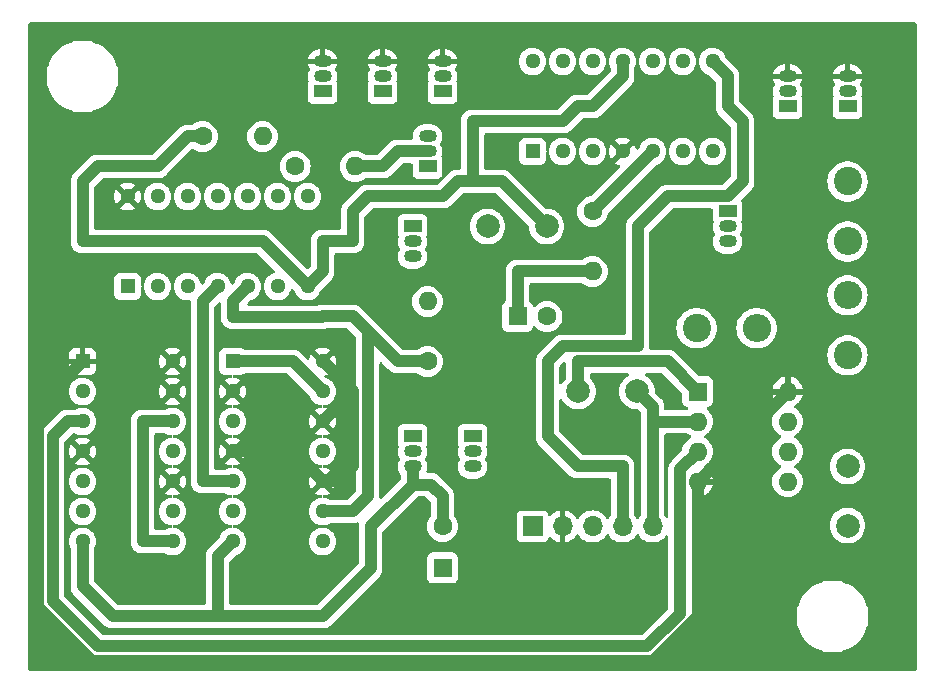
<source format=gbr>
%TF.GenerationSoftware,KiCad,Pcbnew,8.0.6*%
%TF.CreationDate,2024-12-10T23:47:37+05:30*%
%TF.ProjectId,PLL_type_2,504c4c5f-7479-4706-955f-322e6b696361,rev?*%
%TF.SameCoordinates,Original*%
%TF.FileFunction,Copper,L2,Bot*%
%TF.FilePolarity,Positive*%
%FSLAX46Y46*%
G04 Gerber Fmt 4.6, Leading zero omitted, Abs format (unit mm)*
G04 Created by KiCad (PCBNEW 8.0.6) date 2024-12-10 23:47:37*
%MOMM*%
%LPD*%
G01*
G04 APERTURE LIST*
%TA.AperFunction,ComponentPad*%
%ADD10R,1.295400X1.295400*%
%TD*%
%TA.AperFunction,ComponentPad*%
%ADD11C,1.295400*%
%TD*%
%TA.AperFunction,ComponentPad*%
%ADD12C,2.400000*%
%TD*%
%TA.AperFunction,ComponentPad*%
%ADD13O,2.400000X2.400000*%
%TD*%
%TA.AperFunction,ComponentPad*%
%ADD14C,2.000000*%
%TD*%
%TA.AperFunction,ComponentPad*%
%ADD15R,1.500000X1.050000*%
%TD*%
%TA.AperFunction,ComponentPad*%
%ADD16O,1.500000X1.050000*%
%TD*%
%TA.AperFunction,ComponentPad*%
%ADD17C,1.600000*%
%TD*%
%TA.AperFunction,ComponentPad*%
%ADD18O,1.600000X1.600000*%
%TD*%
%TA.AperFunction,ComponentPad*%
%ADD19R,1.600000X1.600000*%
%TD*%
%TA.AperFunction,ComponentPad*%
%ADD20R,1.700000X1.700000*%
%TD*%
%TA.AperFunction,ComponentPad*%
%ADD21O,1.700000X1.700000*%
%TD*%
%TA.AperFunction,Conductor*%
%ADD22C,1.000000*%
%TD*%
G04 APERTURE END LIST*
D10*
%TO.P,U3,1,\u002A1R*%
%TO.N,Net-(U1-2Y)*%
X119380000Y-92710000D03*
D11*
%TO.P,U3,2,1D*%
%TO.N,VDD*%
X119380000Y-95250000D03*
%TO.P,U3,3,1CP*%
%TO.N,vin*%
X119380000Y-97790000D03*
%TO.P,U3,4,\u002A1S*%
%TO.N,VDD*%
X119380000Y-100330000D03*
%TO.P,U3,5,1Q*%
%TO.N,Net-(U1-2A)*%
X119380000Y-102870000D03*
%TO.P,U3,6,\u002A1Q*%
%TO.N,unconnected-(U3-\u002A1Q-Pad6)*%
X119380000Y-105410000D03*
%TO.P,U3,7,GND*%
%TO.N,GND*%
X119380000Y-107950000D03*
%TO.P,U3,8,\u002A2Q*%
%TO.N,unconnected-(U3-\u002A2Q-Pad8)*%
X127000000Y-107950000D03*
%TO.P,U3,9,2Q*%
%TO.N,Net-(U1-2B)*%
X127000000Y-105410000D03*
%TO.P,U3,10,\u002A2S*%
%TO.N,VDD*%
X127000000Y-102870000D03*
%TO.P,U3,11,2CP*%
%TO.N,Net-(U2-2Q)*%
X127000000Y-100330000D03*
%TO.P,U3,12,2D*%
%TO.N,VDD*%
X127000000Y-97790000D03*
%TO.P,U3,13,\u002A2R*%
%TO.N,Net-(U1-2Y)*%
X127000000Y-95250000D03*
%TO.P,U3,14,VCC*%
%TO.N,VDD*%
X127000000Y-92710000D03*
%TD*%
D12*
%TO.P,R5,1*%
%TO.N,Net-(Q10-E)*%
X158675500Y-89892300D03*
D13*
%TO.P,R5,2*%
%TO.N,GND*%
X163755500Y-89892300D03*
%TD*%
D10*
%TO.P,U6,1,1OUT*%
%TO.N,unconnected-(U6-1OUT-Pad1)*%
X144780000Y-74930000D03*
D11*
%TO.P,U6,2,1IN-*%
%TO.N,unconnected-(U6-1IN--Pad2)*%
X147320000Y-74930000D03*
%TO.P,U6,3,1IN+*%
%TO.N,unconnected-(U6-1IN+-Pad3)*%
X149860000Y-74930000D03*
%TO.P,U6,4,VCC*%
%TO.N,VDD*%
X152400000Y-74930000D03*
%TO.P,U6,5,2IN+*%
%TO.N,Net-(Q4-C)*%
X154940000Y-74930000D03*
%TO.P,U6,6,2IN-*%
%TO.N,Net-(Q10-E)*%
X157480000Y-74930000D03*
%TO.P,U6,7,2OUT*%
%TO.N,Net-(Q10-B)*%
X160020000Y-74930000D03*
%TO.P,U6,8,3OUT*%
%TO.N,vout*%
X160020000Y-67310000D03*
%TO.P,U6,9,3IN-*%
X157480000Y-67310000D03*
%TO.P,U6,10,3IN+*%
%TO.N,Net-(U2-1CP)*%
X154940000Y-67310000D03*
%TO.P,U6,11,GND*%
%TO.N,GND*%
X152400000Y-67310000D03*
%TO.P,U6,12,4IN+*%
%TO.N,unconnected-(U6-4IN+-Pad12)*%
X149860000Y-67310000D03*
%TO.P,U6,13,4IN-*%
%TO.N,unconnected-(U6-4IN--Pad13)*%
X147320000Y-67310000D03*
%TO.P,U6,14,4OUT*%
%TO.N,unconnected-(U6-4OUT-Pad14)*%
X144780000Y-67310000D03*
%TD*%
D12*
%TO.P,R7,1*%
%TO.N,Net-(U4-DIS)*%
X171450000Y-92185000D03*
D13*
%TO.P,R7,2*%
%TO.N,vcap*%
X171450000Y-87105000D03*
%TD*%
D14*
%TO.P,C4,1*%
%TO.N,Net-(U4-CV)*%
X171450000Y-101600000D03*
%TO.P,C4,2*%
%TO.N,GND*%
X171450000Y-106600000D03*
%TD*%
D15*
%TO.P,Q6,1,C*%
%TO.N,Net-(Q2-C)*%
X134620000Y-99060000D03*
D16*
%TO.P,Q6,2,B*%
X134620000Y-100330000D03*
%TO.P,Q6,3,E*%
%TO.N,GND*%
X134620000Y-101600000D03*
%TD*%
D17*
%TO.P,R1,1*%
%TO.N,GND*%
X116840000Y-73660000D03*
D18*
%TO.P,R1,2*%
%TO.N,Net-(Q1-B)*%
X121920000Y-73660000D03*
%TD*%
D17*
%TO.P,R4,1*%
%TO.N,Net-(Q4-C)*%
X149860000Y-80010000D03*
D18*
%TO.P,R4,2*%
%TO.N,Net-(C2-Pad1)*%
X149860000Y-85090000D03*
%TD*%
D15*
%TO.P,Q1,1,C*%
%TO.N,Net-(Q1-B)*%
X127000000Y-69850000D03*
D16*
%TO.P,Q1,2,B*%
X127000000Y-68580000D03*
%TO.P,Q1,3,E*%
%TO.N,VDD*%
X127000000Y-67310000D03*
%TD*%
D15*
%TO.P,Q4,1,C*%
%TO.N,Net-(Q4-C)*%
X135890000Y-76200000D03*
D16*
%TO.P,Q4,2,B*%
%TO.N,Net-(Q4-B)*%
X135890000Y-74930000D03*
%TO.P,Q4,3,E*%
%TO.N,Net-(Q3-C)*%
X135890000Y-73660000D03*
%TD*%
D10*
%TO.P,U2,1,\u002A1R*%
%TO.N,VDD*%
X106680000Y-92710000D03*
D11*
%TO.P,U2,2,1D*%
%TO.N,Net-(U2-\u002A1Q)*%
X106680000Y-95250000D03*
%TO.P,U2,3,1CP*%
%TO.N,Net-(U2-1CP)*%
X106680000Y-97790000D03*
%TO.P,U2,4,\u002A1S*%
%TO.N,VDD*%
X106680000Y-100330000D03*
%TO.P,U2,5,1Q*%
%TO.N,unconnected-(U2-1Q-Pad5)*%
X106680000Y-102870000D03*
%TO.P,U2,6,\u002A1Q*%
%TO.N,Net-(U2-\u002A1Q)*%
X106680000Y-105410000D03*
%TO.P,U2,7,GND*%
%TO.N,GND*%
X106680000Y-107950000D03*
%TO.P,U2,8,\u002A2Q*%
%TO.N,Net-(U2-\u002A2Q)*%
X114300000Y-107950000D03*
%TO.P,U2,9,2Q*%
%TO.N,Net-(U2-2Q)*%
X114300000Y-105410000D03*
%TO.P,U2,10,\u002A2S*%
%TO.N,VDD*%
X114300000Y-102870000D03*
%TO.P,U2,11,2CP*%
%TO.N,Net-(U2-\u002A1Q)*%
X114300000Y-100330000D03*
%TO.P,U2,12,2D*%
%TO.N,Net-(U2-\u002A2Q)*%
X114300000Y-97790000D03*
%TO.P,U2,13,\u002A2R*%
%TO.N,VDD*%
X114300000Y-95250000D03*
%TO.P,U2,14,VCC*%
X114300000Y-92710000D03*
%TD*%
D15*
%TO.P,Q2,1,C*%
%TO.N,Net-(Q2-C)*%
X132080000Y-69850000D03*
D16*
%TO.P,Q2,2,B*%
%TO.N,Net-(Q1-B)*%
X132080000Y-68580000D03*
%TO.P,Q2,3,E*%
%TO.N,VDD*%
X132080000Y-67310000D03*
%TD*%
D15*
%TO.P,Q8,1,C*%
%TO.N,Net-(Q10-C)*%
X166370000Y-71120000D03*
D16*
%TO.P,Q8,2,B*%
X166370000Y-69850000D03*
%TO.P,Q8,3,E*%
%TO.N,VDD*%
X166370000Y-68580000D03*
%TD*%
D15*
%TO.P,Q7,1,C*%
%TO.N,Net-(Q5-E)*%
X139700000Y-99060000D03*
D16*
%TO.P,Q7,2,B*%
%TO.N,Net-(Q2-C)*%
X139700000Y-100330000D03*
%TO.P,Q7,3,E*%
%TO.N,GND*%
X139700000Y-101600000D03*
%TD*%
D15*
%TO.P,Q10,1,C*%
%TO.N,Net-(Q10-C)*%
X161290000Y-80010000D03*
D16*
%TO.P,Q10,2,B*%
%TO.N,Net-(Q10-B)*%
X161290000Y-81280000D03*
%TO.P,Q10,3,E*%
%TO.N,Net-(Q10-E)*%
X161290000Y-82550000D03*
%TD*%
D17*
%TO.P,R3,1*%
%TO.N,Net-(U1-2B)*%
X135890000Y-92710000D03*
D18*
%TO.P,R3,2*%
%TO.N,Net-(Q5-B)*%
X135890000Y-87630000D03*
%TD*%
D15*
%TO.P,Q9,1,C*%
%TO.N,Net-(Q9-C)*%
X171450000Y-71120000D03*
D16*
%TO.P,Q9,2,B*%
%TO.N,Net-(Q10-C)*%
X171450000Y-69850000D03*
%TO.P,Q9,3,E*%
%TO.N,VDD*%
X171450000Y-68580000D03*
%TD*%
D19*
%TO.P,C5,1*%
%TO.N,vin*%
X137160000Y-110180000D03*
D17*
%TO.P,C5,2*%
%TO.N,GND*%
X137160000Y-106680000D03*
%TD*%
D15*
%TO.P,Q3,1,C*%
%TO.N,Net-(Q3-C)*%
X137160000Y-69850000D03*
D16*
%TO.P,Q3,2,B*%
%TO.N,Net-(Q1-B)*%
X137160000Y-68580000D03*
%TO.P,Q3,3,E*%
%TO.N,VDD*%
X137160000Y-67310000D03*
%TD*%
D14*
%TO.P,C1,1*%
%TO.N,Net-(Q4-C)*%
X140970000Y-81280000D03*
%TO.P,C1,2*%
%TO.N,GND*%
X145970000Y-81280000D03*
%TD*%
D19*
%TO.P,U4,1,GND*%
%TO.N,GND*%
X158760000Y-95260000D03*
D18*
%TO.P,U4,2,TR*%
%TO.N,vcap*%
X158760000Y-97800000D03*
%TO.P,U4,3,Q*%
%TO.N,Net-(U2-1CP)*%
X158760000Y-100340000D03*
%TO.P,U4,4,R*%
%TO.N,VDD*%
X158760000Y-102880000D03*
%TO.P,U4,5,CV*%
%TO.N,Net-(U4-CV)*%
X166380000Y-102880000D03*
%TO.P,U4,6,THR*%
%TO.N,vcap*%
X166380000Y-100340000D03*
%TO.P,U4,7,DIS*%
%TO.N,Net-(U4-DIS)*%
X166380000Y-97800000D03*
%TO.P,U4,8,VCC*%
%TO.N,VDD*%
X166380000Y-95260000D03*
%TD*%
D19*
%TO.P,C2,1*%
%TO.N,Net-(C2-Pad1)*%
X143510000Y-88900000D03*
D17*
%TO.P,C2,2*%
%TO.N,GND*%
X146010000Y-88900000D03*
%TD*%
%TO.P,R2,1*%
%TO.N,Net-(U1-4Y)*%
X124685000Y-76200000D03*
D18*
%TO.P,R2,2*%
%TO.N,Net-(Q4-B)*%
X129765000Y-76200000D03*
%TD*%
D10*
%TO.P,U1,1,1A*%
%TO.N,unconnected-(U1-1A-Pad1)*%
X110490000Y-86360000D03*
D11*
%TO.P,U1,2,1B*%
%TO.N,unconnected-(U1-1B-Pad2)*%
X113030000Y-86360000D03*
%TO.P,U1,3,1Y*%
%TO.N,unconnected-(U1-1Y-Pad3)*%
X115570000Y-86360000D03*
%TO.P,U1,4,2A*%
%TO.N,Net-(U1-2A)*%
X118110000Y-86360000D03*
%TO.P,U1,5,2B*%
%TO.N,Net-(U1-2B)*%
X120650000Y-86360000D03*
%TO.P,U1,6,2Y*%
%TO.N,Net-(U1-2Y)*%
X123190000Y-86360000D03*
%TO.P,U1,7,GND*%
%TO.N,GND*%
X125730000Y-86360000D03*
%TO.P,U1,8,3Y*%
%TO.N,unconnected-(U1-3Y-Pad8)*%
X125730000Y-78740000D03*
%TO.P,U1,9,3A*%
%TO.N,unconnected-(U1-3A-Pad9)*%
X123190000Y-78740000D03*
%TO.P,U1,10,3B*%
%TO.N,unconnected-(U1-3B-Pad10)*%
X120650000Y-78740000D03*
%TO.P,U1,11,4Y*%
%TO.N,Net-(U1-4Y)*%
X118110000Y-78740000D03*
%TO.P,U1,12,4A*%
%TO.N,Net-(U1-2A)*%
X115570000Y-78740000D03*
%TO.P,U1,13,4B*%
X113030000Y-78740000D03*
%TO.P,U1,14,VCC*%
%TO.N,VDD*%
X110490000Y-78740000D03*
%TD*%
D20*
%TO.P,J1,1,Pin_1*%
%TO.N,GND*%
X144780000Y-106680000D03*
D21*
%TO.P,J1,2,Pin_2*%
%TO.N,VDD*%
X147320000Y-106680000D03*
%TO.P,J1,3,Pin_3*%
%TO.N,vin*%
X149860000Y-106680000D03*
%TO.P,J1,4,Pin_4*%
%TO.N,vout*%
X152400000Y-106680000D03*
%TO.P,J1,5,Pin_5*%
%TO.N,vcap*%
X154940000Y-106680000D03*
%TD*%
D12*
%TO.P,R6,1*%
%TO.N,Net-(Q9-C)*%
X171450000Y-77470000D03*
D13*
%TO.P,R6,2*%
%TO.N,vcap*%
X171450000Y-82550000D03*
%TD*%
D15*
%TO.P,Q5,1,C*%
%TO.N,Net-(Q4-C)*%
X134620000Y-81280000D03*
D16*
%TO.P,Q5,2,B*%
%TO.N,Net-(Q5-B)*%
X134620000Y-82550000D03*
%TO.P,Q5,3,E*%
%TO.N,Net-(Q5-E)*%
X134620000Y-83820000D03*
%TD*%
D14*
%TO.P,C3,1*%
%TO.N,GND*%
X148630000Y-95250000D03*
%TO.P,C3,2*%
%TO.N,vcap*%
X153630000Y-95250000D03*
%TD*%
D22*
%TO.N,Net-(Q4-C)*%
X154940000Y-74930000D02*
X149860000Y-80010000D01*
%TO.N,GND*%
X127000000Y-114300000D02*
X118110000Y-114300000D01*
X134620000Y-101600000D02*
X134620000Y-103125000D01*
X137160000Y-104140000D02*
X137160000Y-106680000D01*
X134620000Y-103125000D02*
X131065000Y-106680000D01*
X131065000Y-110235000D02*
X127000000Y-114300000D01*
X116840000Y-73660000D02*
X115570000Y-73660000D01*
X137160000Y-78740000D02*
X130810000Y-78740000D01*
X118110000Y-109220000D02*
X118110000Y-114300000D01*
X106680000Y-82550000D02*
X121920000Y-82550000D01*
X106680000Y-77470000D02*
X106680000Y-82550000D01*
X152400000Y-67310000D02*
X152400000Y-68580000D01*
X148590000Y-71120000D02*
X147320000Y-72390000D01*
X136145000Y-103125000D02*
X137160000Y-104140000D01*
X127000000Y-82550000D02*
X127000000Y-85090000D01*
X147320000Y-72390000D02*
X139700000Y-72390000D01*
X115570000Y-73660000D02*
X113030000Y-76200000D01*
X139700000Y-77470000D02*
X138430000Y-77470000D01*
X139700000Y-77470000D02*
X142160000Y-77470000D01*
X130810000Y-78740000D02*
X129540000Y-80010000D01*
X129540000Y-80010000D02*
X129540000Y-82550000D01*
X119380000Y-107950000D02*
X118110000Y-109220000D01*
X152400000Y-68580000D02*
X149860000Y-71120000D01*
X134620000Y-103125000D02*
X136145000Y-103125000D01*
X107950000Y-76200000D02*
X106680000Y-77470000D01*
X156210000Y-92710000D02*
X148590000Y-92710000D01*
X109220000Y-114300000D02*
X118110000Y-114300000D01*
X127000000Y-85090000D02*
X125730000Y-86360000D01*
X149860000Y-71120000D02*
X148590000Y-71120000D01*
X148590000Y-92710000D02*
X148630000Y-92750000D01*
X106680000Y-107950000D02*
X106680000Y-111760000D01*
X142160000Y-77470000D02*
X145970000Y-81280000D01*
X148630000Y-92750000D02*
X148630000Y-95250000D01*
X131065000Y-106680000D02*
X131065000Y-110235000D01*
X158760000Y-95260000D02*
X156210000Y-92710000D01*
X138430000Y-77470000D02*
X137160000Y-78740000D01*
X121920000Y-82550000D02*
X125730000Y-86360000D01*
X113030000Y-76200000D02*
X107950000Y-76200000D01*
X106680000Y-111760000D02*
X109220000Y-114300000D01*
X139700000Y-72390000D02*
X139700000Y-77470000D01*
X129540000Y-82550000D02*
X127000000Y-82550000D01*
%TO.N,Net-(C2-Pad1)*%
X149860000Y-85090000D02*
X143510000Y-85090000D01*
X143510000Y-86360000D02*
X143510000Y-85090000D01*
X143510000Y-88900000D02*
X143510000Y-86360000D01*
%TO.N,vcap*%
X158760000Y-97800000D02*
X154950000Y-97800000D01*
X154940000Y-97790000D02*
X154940000Y-96560000D01*
X154940000Y-97790000D02*
X154940000Y-106680000D01*
X154940000Y-96560000D02*
X153630000Y-95250000D01*
X154950000Y-97800000D02*
X154940000Y-97790000D01*
%TO.N,vout*%
X162560000Y-77470000D02*
X161290000Y-78740000D01*
X153670000Y-81280000D02*
X153670000Y-91440000D01*
X146050000Y-92710000D02*
X146050000Y-99060000D01*
X160020000Y-67310000D02*
X161290000Y-68580000D01*
X147320000Y-91440000D02*
X146050000Y-92710000D01*
X161290000Y-68580000D02*
X161290000Y-71120000D01*
X156210000Y-78740000D02*
X153670000Y-81280000D01*
X153670000Y-91440000D02*
X147320000Y-91440000D01*
X161290000Y-71120000D02*
X162560000Y-72390000D01*
X162560000Y-72390000D02*
X162560000Y-77470000D01*
X146050000Y-99060000D02*
X148590000Y-101600000D01*
X161290000Y-78740000D02*
X156210000Y-78740000D01*
X152400000Y-101600000D02*
X152400000Y-106680000D01*
X148590000Y-101600000D02*
X152400000Y-101600000D01*
%TO.N,VDD*%
X106680000Y-92710000D02*
X102940000Y-96450000D01*
X129540000Y-95250000D02*
X129540000Y-101600000D01*
X119380000Y-100330000D02*
X124460000Y-100330000D01*
X158760000Y-114290000D02*
X158760000Y-102880000D01*
X107522944Y-118110000D02*
X154940000Y-118110000D01*
X154940000Y-118110000D02*
X158760000Y-114290000D01*
X128270000Y-102870000D02*
X127000000Y-102870000D01*
X129540000Y-101600000D02*
X128270000Y-102870000D01*
X166380000Y-95260000D02*
X158760000Y-102880000D01*
X102940000Y-96450000D02*
X102940000Y-113527056D01*
X129540000Y-95250000D02*
X127000000Y-97790000D01*
X127000000Y-92710000D02*
X129540000Y-95250000D01*
X124460000Y-100330000D02*
X127000000Y-102870000D01*
X102940000Y-113527056D02*
X107522944Y-118110000D01*
%TO.N,Net-(Q4-B)*%
X133350000Y-74930000D02*
X132080000Y-76200000D01*
X132080000Y-76200000D02*
X129765000Y-76200000D01*
X135890000Y-74930000D02*
X133350000Y-74930000D01*
%TO.N,Net-(U1-2B)*%
X130810000Y-104140000D02*
X129540000Y-105410000D01*
X119380000Y-87630000D02*
X119380000Y-88900000D01*
X126922300Y-88977700D02*
X127000000Y-88900000D01*
X127000000Y-88900000D02*
X129540000Y-88900000D01*
X129540000Y-88900000D02*
X130810000Y-90170000D01*
X119457700Y-88977700D02*
X126922300Y-88977700D01*
X129540000Y-105410000D02*
X127000000Y-105410000D01*
X130810000Y-90170000D02*
X133350000Y-92710000D01*
X120650000Y-86360000D02*
X119380000Y-87630000D01*
X130810000Y-90170000D02*
X130810000Y-104140000D01*
X119380000Y-88900000D02*
X119457700Y-88977700D01*
X133350000Y-92710000D02*
X135890000Y-92710000D01*
%TO.N,Net-(U1-2A)*%
X116840000Y-102870000D02*
X119380000Y-102870000D01*
X118110000Y-86360000D02*
X116840000Y-87630000D01*
X116840000Y-87630000D02*
X116840000Y-102870000D01*
%TO.N,Net-(U1-2Y)*%
X124460000Y-92710000D02*
X127000000Y-95250000D01*
X119380000Y-92710000D02*
X124460000Y-92710000D01*
%TO.N,Net-(U2-1CP)*%
X104140000Y-99060000D02*
X104140000Y-113030000D01*
X154500000Y-116840000D02*
X157260000Y-114080000D01*
X107950000Y-116840000D02*
X154500000Y-116840000D01*
X157260000Y-101840000D02*
X158760000Y-100340000D01*
X106680000Y-97790000D02*
X105410000Y-97790000D01*
X157260000Y-114080000D02*
X157260000Y-101840000D01*
X105410000Y-97790000D02*
X104140000Y-99060000D01*
X104140000Y-113030000D02*
X107950000Y-116840000D01*
%TO.N,Net-(U2-\u002A2Q)*%
X111760000Y-97790000D02*
X111760000Y-107950000D01*
X114300000Y-97790000D02*
X111760000Y-97790000D01*
X111760000Y-107950000D02*
X114300000Y-107950000D01*
%TD*%
%TA.AperFunction,Conductor*%
%TO.N,VDD*%
G36*
X124061257Y-93730185D02*
G01*
X124081899Y-93746819D01*
X125871401Y-95536322D01*
X125902986Y-95590068D01*
X125924750Y-95666559D01*
X125924750Y-95666561D01*
X126019596Y-95857037D01*
X126147836Y-96026852D01*
X126305090Y-96170208D01*
X126305092Y-96170210D01*
X126486007Y-96282228D01*
X126486013Y-96282231D01*
X126528048Y-96298515D01*
X126684434Y-96359099D01*
X126893604Y-96398200D01*
X126893607Y-96398200D01*
X126894490Y-96398365D01*
X126956771Y-96430033D01*
X126992044Y-96490346D01*
X126989110Y-96560154D01*
X126948901Y-96617294D01*
X126894490Y-96642143D01*
X126684573Y-96681383D01*
X126684572Y-96681383D01*
X126486237Y-96758218D01*
X126384662Y-96821109D01*
X126959854Y-97396300D01*
X126948168Y-97396300D01*
X126848038Y-97423130D01*
X126758263Y-97474962D01*
X126684962Y-97548263D01*
X126633130Y-97638038D01*
X126606300Y-97738168D01*
X126606300Y-97749853D01*
X126028477Y-97172031D01*
X126028476Y-97172031D01*
X126020025Y-97183224D01*
X126020023Y-97183228D01*
X125925218Y-97373621D01*
X125925218Y-97373623D01*
X125867008Y-97578206D01*
X125847383Y-97789999D01*
X125847383Y-97790000D01*
X125867008Y-98001793D01*
X125925217Y-98206372D01*
X126020025Y-98396775D01*
X126028477Y-98407968D01*
X126606300Y-97830145D01*
X126606300Y-97841832D01*
X126633130Y-97941962D01*
X126684962Y-98031737D01*
X126758263Y-98105038D01*
X126848038Y-98156870D01*
X126948168Y-98183700D01*
X126959853Y-98183700D01*
X126384662Y-98758889D01*
X126486235Y-98821780D01*
X126486236Y-98821781D01*
X126684563Y-98898613D01*
X126684574Y-98898617D01*
X126894489Y-98937856D01*
X126956770Y-98969524D01*
X126992044Y-99029836D01*
X126989111Y-99099644D01*
X126948902Y-99156784D01*
X126894491Y-99181634D01*
X126804388Y-99198477D01*
X126684434Y-99220901D01*
X126684432Y-99220901D01*
X126684430Y-99220902D01*
X126486013Y-99297768D01*
X126486007Y-99297771D01*
X126305092Y-99409789D01*
X126305090Y-99409791D01*
X126147836Y-99553147D01*
X126019596Y-99722962D01*
X125924750Y-99913439D01*
X125924750Y-99913440D01*
X125866514Y-100118115D01*
X125846881Y-100329999D01*
X125846881Y-100330000D01*
X125866514Y-100541884D01*
X125924750Y-100746559D01*
X125924750Y-100746560D01*
X126019596Y-100937037D01*
X126147836Y-101106852D01*
X126305090Y-101250208D01*
X126305092Y-101250210D01*
X126486007Y-101362228D01*
X126486013Y-101362231D01*
X126495980Y-101366092D01*
X126684434Y-101439099D01*
X126893604Y-101478200D01*
X126893607Y-101478200D01*
X126894490Y-101478365D01*
X126956771Y-101510033D01*
X126992044Y-101570346D01*
X126989110Y-101640154D01*
X126948901Y-101697294D01*
X126894490Y-101722143D01*
X126684573Y-101761383D01*
X126684572Y-101761383D01*
X126486237Y-101838218D01*
X126384662Y-101901109D01*
X126959854Y-102476300D01*
X126948168Y-102476300D01*
X126848038Y-102503130D01*
X126758263Y-102554962D01*
X126684962Y-102628263D01*
X126633130Y-102718038D01*
X126606300Y-102818168D01*
X126606300Y-102829853D01*
X126028477Y-102252031D01*
X126028476Y-102252031D01*
X126020025Y-102263224D01*
X126020023Y-102263228D01*
X125925218Y-102453621D01*
X125925218Y-102453623D01*
X125867008Y-102658206D01*
X125847383Y-102869999D01*
X125847383Y-102870000D01*
X125867008Y-103081793D01*
X125925217Y-103286372D01*
X126020025Y-103476775D01*
X126028477Y-103487968D01*
X126606300Y-102910145D01*
X126606300Y-102921832D01*
X126633130Y-103021962D01*
X126684962Y-103111737D01*
X126758263Y-103185038D01*
X126848038Y-103236870D01*
X126948168Y-103263700D01*
X126959853Y-103263700D01*
X126384662Y-103838889D01*
X126486235Y-103901780D01*
X126486236Y-103901781D01*
X126684563Y-103978613D01*
X126684574Y-103978617D01*
X126894489Y-104017856D01*
X126956770Y-104049524D01*
X126992044Y-104109836D01*
X126989111Y-104179644D01*
X126948902Y-104236784D01*
X126894491Y-104261634D01*
X126804388Y-104278477D01*
X126684434Y-104300901D01*
X126684432Y-104300901D01*
X126684430Y-104300902D01*
X126486013Y-104377768D01*
X126486007Y-104377771D01*
X126305092Y-104489789D01*
X126305090Y-104489791D01*
X126147836Y-104633147D01*
X126019596Y-104802962D01*
X125924750Y-104993439D01*
X125924750Y-104993440D01*
X125866514Y-105198115D01*
X125846881Y-105409999D01*
X125846881Y-105410000D01*
X125866514Y-105621884D01*
X125924750Y-105826559D01*
X125924750Y-105826560D01*
X126019596Y-106017037D01*
X126040696Y-106044977D01*
X126142661Y-106180000D01*
X126147836Y-106186852D01*
X126305090Y-106330208D01*
X126305092Y-106330210D01*
X126486007Y-106442228D01*
X126486013Y-106442231D01*
X126492108Y-106444592D01*
X126684434Y-106519099D01*
X126893129Y-106558111D01*
X126955410Y-106589779D01*
X126990683Y-106650092D01*
X126987749Y-106719900D01*
X126947540Y-106777040D01*
X126893129Y-106801888D01*
X126684434Y-106840901D01*
X126684431Y-106840901D01*
X126684431Y-106840902D01*
X126486013Y-106917768D01*
X126486007Y-106917771D01*
X126305092Y-107029789D01*
X126305090Y-107029791D01*
X126147836Y-107173147D01*
X126019596Y-107342962D01*
X125924750Y-107533439D01*
X125924750Y-107533440D01*
X125866514Y-107738115D01*
X125846881Y-107949999D01*
X125846881Y-107950000D01*
X125866514Y-108161884D01*
X125924750Y-108366559D01*
X125924750Y-108366560D01*
X126019596Y-108557037D01*
X126019598Y-108557039D01*
X126147835Y-108726851D01*
X126268254Y-108836628D01*
X126305090Y-108870208D01*
X126305092Y-108870210D01*
X126486007Y-108982228D01*
X126486013Y-108982231D01*
X126486016Y-108982232D01*
X126684434Y-109059099D01*
X126893604Y-109098200D01*
X126893606Y-109098200D01*
X127106394Y-109098200D01*
X127106396Y-109098200D01*
X127315566Y-109059099D01*
X127513989Y-108982230D01*
X127694909Y-108870209D01*
X127852165Y-108726851D01*
X127980402Y-108557039D01*
X128037255Y-108442862D01*
X128075249Y-108366560D01*
X128075249Y-108366559D01*
X128075248Y-108366559D01*
X128075251Y-108366555D01*
X128133485Y-108161885D01*
X128153119Y-107950000D01*
X128149110Y-107906741D01*
X128133485Y-107738115D01*
X128116963Y-107680047D01*
X128075251Y-107533445D01*
X128075249Y-107533440D01*
X128075249Y-107533439D01*
X127980403Y-107342962D01*
X127937656Y-107286357D01*
X127852165Y-107173149D01*
X127819820Y-107143663D01*
X127694909Y-107029791D01*
X127694907Y-107029789D01*
X127513992Y-106917771D01*
X127513986Y-106917768D01*
X127333436Y-106847824D01*
X127315566Y-106840901D01*
X127106868Y-106801888D01*
X127044589Y-106770221D01*
X127009316Y-106709908D01*
X127012250Y-106640100D01*
X127052459Y-106582960D01*
X127106868Y-106558111D01*
X127315566Y-106519099D01*
X127513989Y-106442230D01*
X127529088Y-106432880D01*
X127535239Y-106429073D01*
X127600516Y-106410500D01*
X129638542Y-106410500D01*
X129657870Y-106406655D01*
X129735188Y-106391275D01*
X129831836Y-106372051D01*
X129885165Y-106349961D01*
X129916461Y-106336997D01*
X129985927Y-106329531D01*
X130048406Y-106360806D01*
X130084058Y-106420896D01*
X130085526Y-106475751D01*
X130064500Y-106581454D01*
X130064500Y-109769218D01*
X130044815Y-109836257D01*
X130028181Y-109856899D01*
X126621899Y-113263181D01*
X126560576Y-113296666D01*
X126534218Y-113299500D01*
X119234500Y-113299500D01*
X119167461Y-113279815D01*
X119121706Y-113227011D01*
X119110500Y-113175500D01*
X119110500Y-109685781D01*
X119130185Y-109618742D01*
X119146815Y-109598104D01*
X119661161Y-109083757D01*
X119704045Y-109055814D01*
X119893989Y-108982230D01*
X120074909Y-108870209D01*
X120232165Y-108726851D01*
X120360402Y-108557039D01*
X120417255Y-108442862D01*
X120455249Y-108366560D01*
X120455249Y-108366559D01*
X120455248Y-108366559D01*
X120455251Y-108366555D01*
X120513485Y-108161885D01*
X120533119Y-107950000D01*
X120529110Y-107906741D01*
X120513485Y-107738115D01*
X120496963Y-107680047D01*
X120455251Y-107533445D01*
X120455249Y-107533440D01*
X120455249Y-107533439D01*
X120360403Y-107342962D01*
X120317656Y-107286357D01*
X120232165Y-107173149D01*
X120199820Y-107143663D01*
X120074909Y-107029791D01*
X120074907Y-107029789D01*
X119893992Y-106917771D01*
X119893986Y-106917768D01*
X119713436Y-106847824D01*
X119695566Y-106840901D01*
X119486868Y-106801888D01*
X119424589Y-106770221D01*
X119389316Y-106709908D01*
X119392250Y-106640100D01*
X119432459Y-106582960D01*
X119486868Y-106558111D01*
X119695566Y-106519099D01*
X119893989Y-106442230D01*
X120074909Y-106330209D01*
X120232165Y-106186851D01*
X120360402Y-106017039D01*
X120413526Y-105910351D01*
X120455249Y-105826560D01*
X120455249Y-105826559D01*
X120455248Y-105826559D01*
X120455251Y-105826555D01*
X120513485Y-105621885D01*
X120533119Y-105410000D01*
X120532757Y-105406098D01*
X120513485Y-105198115D01*
X120485426Y-105099500D01*
X120455251Y-104993445D01*
X120455249Y-104993440D01*
X120455249Y-104993439D01*
X120360403Y-104802962D01*
X120317656Y-104746357D01*
X120232165Y-104633149D01*
X120074909Y-104489791D01*
X120074907Y-104489789D01*
X119893992Y-104377771D01*
X119893986Y-104377768D01*
X119713627Y-104307898D01*
X119695566Y-104300901D01*
X119486868Y-104261888D01*
X119424589Y-104230221D01*
X119389316Y-104169908D01*
X119392250Y-104100100D01*
X119432459Y-104042960D01*
X119486868Y-104018111D01*
X119695566Y-103979099D01*
X119893989Y-103902230D01*
X120074909Y-103790209D01*
X120232165Y-103646851D01*
X120360402Y-103477039D01*
X120417255Y-103362862D01*
X120455249Y-103286560D01*
X120455249Y-103286559D01*
X120455248Y-103286559D01*
X120455251Y-103286555D01*
X120513485Y-103081885D01*
X120533119Y-102870000D01*
X120513485Y-102658115D01*
X120455251Y-102453445D01*
X120455249Y-102453440D01*
X120455249Y-102453439D01*
X120360403Y-102262962D01*
X120261380Y-102131836D01*
X120232165Y-102093149D01*
X120074909Y-101949791D01*
X120074907Y-101949789D01*
X119893992Y-101837771D01*
X119893986Y-101837768D01*
X119695569Y-101760902D01*
X119695568Y-101760901D01*
X119695566Y-101760901D01*
X119486396Y-101721800D01*
X119485508Y-101721634D01*
X119423228Y-101689965D01*
X119387955Y-101629653D01*
X119390889Y-101559845D01*
X119431098Y-101502705D01*
X119485510Y-101477856D01*
X119695425Y-101438617D01*
X119695436Y-101438613D01*
X119893765Y-101361780D01*
X119893767Y-101361779D01*
X119995336Y-101298889D01*
X119420148Y-100723700D01*
X119431832Y-100723700D01*
X119531962Y-100696870D01*
X119621737Y-100645038D01*
X119695038Y-100571737D01*
X119746870Y-100481962D01*
X119773700Y-100381832D01*
X119773700Y-100370146D01*
X120351521Y-100947967D01*
X120359974Y-100936775D01*
X120454782Y-100746372D01*
X120512991Y-100541793D01*
X120532617Y-100330000D01*
X120532617Y-100329999D01*
X120512991Y-100118206D01*
X120454781Y-99913623D01*
X120454781Y-99913621D01*
X120359976Y-99723226D01*
X120359975Y-99723224D01*
X120351522Y-99712031D01*
X120351521Y-99712031D01*
X119773700Y-100289852D01*
X119773700Y-100278168D01*
X119746870Y-100178038D01*
X119695038Y-100088263D01*
X119621737Y-100014962D01*
X119531962Y-99963130D01*
X119431832Y-99936300D01*
X119420147Y-99936300D01*
X119995336Y-99361109D01*
X119995335Y-99361108D01*
X119893769Y-99298221D01*
X119893763Y-99298218D01*
X119695426Y-99221383D01*
X119485509Y-99182143D01*
X119423228Y-99150475D01*
X119387955Y-99090163D01*
X119390889Y-99020355D01*
X119431098Y-98963214D01*
X119485509Y-98938365D01*
X119486392Y-98938200D01*
X119486396Y-98938200D01*
X119695566Y-98899099D01*
X119893989Y-98822230D01*
X120074909Y-98710209D01*
X120232165Y-98566851D01*
X120360402Y-98397039D01*
X120417255Y-98282862D01*
X120455249Y-98206560D01*
X120455249Y-98206559D01*
X120455248Y-98206559D01*
X120455251Y-98206555D01*
X120513485Y-98001885D01*
X120533119Y-97790000D01*
X120513485Y-97578115D01*
X120455251Y-97373445D01*
X120455249Y-97373440D01*
X120455249Y-97373439D01*
X120360403Y-97182962D01*
X120232163Y-97013147D01*
X120074909Y-96869791D01*
X120074907Y-96869789D01*
X119893992Y-96757771D01*
X119893986Y-96757768D01*
X119695569Y-96680902D01*
X119695568Y-96680901D01*
X119695566Y-96680901D01*
X119486396Y-96641800D01*
X119485508Y-96641634D01*
X119423228Y-96609965D01*
X119387955Y-96549653D01*
X119390889Y-96479845D01*
X119431098Y-96422705D01*
X119485510Y-96397856D01*
X119695425Y-96358617D01*
X119695436Y-96358613D01*
X119893765Y-96281780D01*
X119893767Y-96281779D01*
X119995336Y-96218889D01*
X119420148Y-95643700D01*
X119431832Y-95643700D01*
X119531962Y-95616870D01*
X119621737Y-95565038D01*
X119695038Y-95491737D01*
X119746870Y-95401962D01*
X119773700Y-95301832D01*
X119773700Y-95290146D01*
X120351521Y-95867967D01*
X120359974Y-95856775D01*
X120454782Y-95666372D01*
X120512991Y-95461793D01*
X120532617Y-95250000D01*
X120532617Y-95249999D01*
X120512991Y-95038206D01*
X120454781Y-94833623D01*
X120454781Y-94833621D01*
X120359976Y-94643226D01*
X120359975Y-94643224D01*
X120351522Y-94632031D01*
X120351521Y-94632031D01*
X119773700Y-95209852D01*
X119773700Y-95198168D01*
X119746870Y-95098038D01*
X119695038Y-95008263D01*
X119621737Y-94934962D01*
X119531962Y-94883130D01*
X119431832Y-94856300D01*
X119420147Y-94856300D01*
X119995336Y-94281109D01*
X119995335Y-94281108D01*
X119893769Y-94218221D01*
X119893763Y-94218218D01*
X119695426Y-94141383D01*
X119495914Y-94104088D01*
X119433633Y-94072420D01*
X119398360Y-94012108D01*
X119401294Y-93942300D01*
X119441503Y-93885159D01*
X119506221Y-93858828D01*
X119518691Y-93858199D01*
X120075572Y-93858199D01*
X120135183Y-93851791D01*
X120270031Y-93801496D01*
X120315496Y-93767461D01*
X120358546Y-93735234D01*
X120424010Y-93710816D01*
X120432857Y-93710500D01*
X123994218Y-93710500D01*
X124061257Y-93730185D01*
G37*
%TD.AperFunction*%
%TA.AperFunction,Conductor*%
G36*
X118298834Y-87688599D02*
G01*
X118354767Y-87730471D01*
X118379184Y-87795935D01*
X118379500Y-87804781D01*
X118379500Y-88998542D01*
X118394956Y-89076240D01*
X118394956Y-89076242D01*
X118417947Y-89191830D01*
X118417951Y-89191842D01*
X118440038Y-89245164D01*
X118493366Y-89373911D01*
X118493371Y-89373920D01*
X118602859Y-89537780D01*
X118602860Y-89537781D01*
X118602861Y-89537782D01*
X118680560Y-89615481D01*
X118680561Y-89615482D01*
X118774057Y-89708978D01*
X118819919Y-89754840D01*
X118983779Y-89864328D01*
X118983786Y-89864332D01*
X119071104Y-89900500D01*
X119165864Y-89939751D01*
X119359154Y-89978199D01*
X119359157Y-89978200D01*
X119359159Y-89978200D01*
X127020843Y-89978200D01*
X127092970Y-89963852D01*
X127201165Y-89942331D01*
X127214136Y-89939751D01*
X127267465Y-89917661D01*
X127286117Y-89909935D01*
X127333560Y-89900500D01*
X129074218Y-89900500D01*
X129141257Y-89920185D01*
X129161899Y-89936819D01*
X129773181Y-90548101D01*
X129806666Y-90609424D01*
X129809500Y-90635782D01*
X129809500Y-103674218D01*
X129789815Y-103741257D01*
X129773181Y-103761899D01*
X129161899Y-104373181D01*
X129100576Y-104406666D01*
X129074218Y-104409500D01*
X127600516Y-104409500D01*
X127535239Y-104390927D01*
X127513994Y-104377773D01*
X127513991Y-104377771D01*
X127513989Y-104377770D01*
X127513988Y-104377769D01*
X127513987Y-104377769D01*
X127315569Y-104300902D01*
X127315568Y-104300901D01*
X127315566Y-104300901D01*
X127106396Y-104261800D01*
X127105508Y-104261634D01*
X127043228Y-104229965D01*
X127007955Y-104169653D01*
X127010889Y-104099845D01*
X127051098Y-104042705D01*
X127105510Y-104017856D01*
X127315425Y-103978617D01*
X127315436Y-103978613D01*
X127513765Y-103901780D01*
X127513767Y-103901779D01*
X127615336Y-103838889D01*
X127040148Y-103263700D01*
X127051832Y-103263700D01*
X127151962Y-103236870D01*
X127241737Y-103185038D01*
X127315038Y-103111737D01*
X127366870Y-103021962D01*
X127393700Y-102921832D01*
X127393700Y-102910147D01*
X127971521Y-103487967D01*
X127979974Y-103476775D01*
X128074782Y-103286372D01*
X128132991Y-103081793D01*
X128152617Y-102870000D01*
X128152617Y-102869999D01*
X128132991Y-102658206D01*
X128074781Y-102453623D01*
X128074781Y-102453621D01*
X127979976Y-102263226D01*
X127979975Y-102263224D01*
X127971522Y-102252031D01*
X127971521Y-102252031D01*
X127393700Y-102829852D01*
X127393700Y-102818168D01*
X127366870Y-102718038D01*
X127315038Y-102628263D01*
X127241737Y-102554962D01*
X127151962Y-102503130D01*
X127051832Y-102476300D01*
X127040147Y-102476300D01*
X127615336Y-101901109D01*
X127615335Y-101901108D01*
X127513769Y-101838221D01*
X127513763Y-101838218D01*
X127315426Y-101761383D01*
X127105509Y-101722143D01*
X127043228Y-101690475D01*
X127007955Y-101630163D01*
X127010889Y-101560355D01*
X127051098Y-101503214D01*
X127105509Y-101478365D01*
X127106392Y-101478200D01*
X127106396Y-101478200D01*
X127315566Y-101439099D01*
X127513989Y-101362230D01*
X127694909Y-101250209D01*
X127852165Y-101106851D01*
X127980402Y-100937039D01*
X128007114Y-100883393D01*
X128075249Y-100746560D01*
X128075249Y-100746559D01*
X128075248Y-100746559D01*
X128075251Y-100746555D01*
X128133485Y-100541885D01*
X128153119Y-100330000D01*
X128133485Y-100118115D01*
X128075251Y-99913445D01*
X128075249Y-99913440D01*
X128075249Y-99913439D01*
X127980403Y-99722962D01*
X127852163Y-99553147D01*
X127694909Y-99409791D01*
X127694907Y-99409789D01*
X127513992Y-99297771D01*
X127513986Y-99297768D01*
X127315569Y-99220902D01*
X127315568Y-99220901D01*
X127315566Y-99220901D01*
X127106396Y-99181800D01*
X127105508Y-99181634D01*
X127043228Y-99149965D01*
X127007955Y-99089653D01*
X127010889Y-99019845D01*
X127051098Y-98962705D01*
X127105510Y-98937856D01*
X127315425Y-98898617D01*
X127315436Y-98898613D01*
X127513765Y-98821780D01*
X127513767Y-98821779D01*
X127615336Y-98758889D01*
X127040148Y-98183700D01*
X127051832Y-98183700D01*
X127151962Y-98156870D01*
X127241737Y-98105038D01*
X127315038Y-98031737D01*
X127366870Y-97941962D01*
X127393700Y-97841832D01*
X127393700Y-97830146D01*
X127971521Y-98407967D01*
X127979974Y-98396775D01*
X128074782Y-98206372D01*
X128132991Y-98001793D01*
X128152617Y-97790000D01*
X128152617Y-97789999D01*
X128132991Y-97578206D01*
X128074781Y-97373623D01*
X128074781Y-97373621D01*
X127979976Y-97183226D01*
X127979975Y-97183224D01*
X127971522Y-97172031D01*
X127971521Y-97172031D01*
X127393700Y-97749852D01*
X127393700Y-97738168D01*
X127366870Y-97638038D01*
X127315038Y-97548263D01*
X127241737Y-97474962D01*
X127151962Y-97423130D01*
X127051832Y-97396300D01*
X127040147Y-97396300D01*
X127615336Y-96821109D01*
X127615335Y-96821108D01*
X127513769Y-96758221D01*
X127513763Y-96758218D01*
X127315426Y-96681383D01*
X127105509Y-96642143D01*
X127043228Y-96610475D01*
X127007955Y-96550163D01*
X127010889Y-96480355D01*
X127051098Y-96423214D01*
X127105509Y-96398365D01*
X127106392Y-96398200D01*
X127106396Y-96398200D01*
X127315566Y-96359099D01*
X127513989Y-96282230D01*
X127694909Y-96170209D01*
X127852165Y-96026851D01*
X127980402Y-95857039D01*
X127982331Y-95853165D01*
X128075249Y-95666560D01*
X128075249Y-95666559D01*
X128075248Y-95666559D01*
X128075251Y-95666555D01*
X128133485Y-95461885D01*
X128153119Y-95250000D01*
X128153118Y-95249994D01*
X128133485Y-95038115D01*
X128126736Y-95014394D01*
X128075251Y-94833445D01*
X128075249Y-94833440D01*
X128075249Y-94833439D01*
X127980403Y-94642962D01*
X127897659Y-94533393D01*
X127852165Y-94473149D01*
X127694909Y-94329791D01*
X127694907Y-94329789D01*
X127513992Y-94217771D01*
X127513986Y-94217769D01*
X127324048Y-94144187D01*
X127281163Y-94116242D01*
X127202151Y-94037230D01*
X127168666Y-93975907D01*
X127173650Y-93906215D01*
X127215522Y-93850282D01*
X127267048Y-93827660D01*
X127315425Y-93818617D01*
X127315436Y-93818613D01*
X127513765Y-93741780D01*
X127513767Y-93741779D01*
X127615336Y-93678889D01*
X127040147Y-93103700D01*
X127051832Y-93103700D01*
X127151962Y-93076870D01*
X127241737Y-93025038D01*
X127315038Y-92951737D01*
X127366870Y-92861962D01*
X127393700Y-92761832D01*
X127393700Y-92750146D01*
X127971521Y-93327967D01*
X127979974Y-93316775D01*
X128074782Y-93126372D01*
X128132991Y-92921793D01*
X128152617Y-92710000D01*
X128152617Y-92709999D01*
X128132991Y-92498206D01*
X128074781Y-92293623D01*
X128074781Y-92293621D01*
X127979976Y-92103226D01*
X127979975Y-92103224D01*
X127971522Y-92092031D01*
X127971521Y-92092031D01*
X127393700Y-92669852D01*
X127393700Y-92658168D01*
X127366870Y-92558038D01*
X127315038Y-92468263D01*
X127241737Y-92394962D01*
X127151962Y-92343130D01*
X127051832Y-92316300D01*
X127040147Y-92316300D01*
X127615336Y-91741109D01*
X127615335Y-91741108D01*
X127513769Y-91678221D01*
X127513763Y-91678218D01*
X127315427Y-91601383D01*
X127106347Y-91562300D01*
X126893653Y-91562300D01*
X126684573Y-91601383D01*
X126684572Y-91601383D01*
X126486237Y-91678218D01*
X126384662Y-91741109D01*
X126959854Y-92316300D01*
X126948168Y-92316300D01*
X126848038Y-92343130D01*
X126758263Y-92394962D01*
X126684962Y-92468263D01*
X126633130Y-92558038D01*
X126606300Y-92658168D01*
X126606300Y-92669853D01*
X126028478Y-92092031D01*
X126028476Y-92092031D01*
X126020025Y-92103224D01*
X126020023Y-92103228D01*
X125925218Y-92293621D01*
X125925218Y-92293623D01*
X125879592Y-92453978D01*
X125842312Y-92513071D01*
X125779002Y-92542628D01*
X125709763Y-92533266D01*
X125672645Y-92507724D01*
X125244209Y-92079289D01*
X125244206Y-92079285D01*
X125244206Y-92079286D01*
X125237139Y-92072219D01*
X125237139Y-92072218D01*
X125097782Y-91932861D01*
X125097781Y-91932860D01*
X125097780Y-91932859D01*
X124933920Y-91823371D01*
X124933911Y-91823366D01*
X124861315Y-91793296D01*
X124805165Y-91770038D01*
X124751836Y-91747949D01*
X124751832Y-91747948D01*
X124751828Y-91747946D01*
X124655188Y-91728724D01*
X124558544Y-91709500D01*
X124558541Y-91709500D01*
X120432857Y-91709500D01*
X120365818Y-91689815D01*
X120358546Y-91684766D01*
X120270035Y-91618506D01*
X120270028Y-91618502D01*
X120135182Y-91568208D01*
X120135183Y-91568208D01*
X120075583Y-91561801D01*
X120075581Y-91561800D01*
X120075573Y-91561800D01*
X120075564Y-91561800D01*
X118684429Y-91561800D01*
X118684423Y-91561801D01*
X118624816Y-91568208D01*
X118489971Y-91618502D01*
X118489964Y-91618506D01*
X118374755Y-91704752D01*
X118374752Y-91704755D01*
X118288506Y-91819964D01*
X118288502Y-91819971D01*
X118238208Y-91954817D01*
X118231801Y-92014416D01*
X118231800Y-92014435D01*
X118231800Y-93405570D01*
X118231801Y-93405576D01*
X118238208Y-93465183D01*
X118288502Y-93600028D01*
X118288506Y-93600035D01*
X118374752Y-93715244D01*
X118374755Y-93715247D01*
X118489964Y-93801493D01*
X118489971Y-93801497D01*
X118624817Y-93851791D01*
X118624816Y-93851791D01*
X118628128Y-93852147D01*
X118684427Y-93858200D01*
X119241301Y-93858199D01*
X119308338Y-93877883D01*
X119354093Y-93930687D01*
X119364037Y-93999846D01*
X119335012Y-94063402D01*
X119276234Y-94101176D01*
X119264084Y-94104088D01*
X119064573Y-94141383D01*
X119064572Y-94141383D01*
X118866237Y-94218218D01*
X118764662Y-94281109D01*
X119339854Y-94856300D01*
X119328168Y-94856300D01*
X119228038Y-94883130D01*
X119138263Y-94934962D01*
X119064962Y-95008263D01*
X119013130Y-95098038D01*
X118986300Y-95198168D01*
X118986300Y-95209853D01*
X118408477Y-94632031D01*
X118408476Y-94632031D01*
X118400025Y-94643224D01*
X118400023Y-94643228D01*
X118305218Y-94833621D01*
X118305218Y-94833623D01*
X118247008Y-95038206D01*
X118227383Y-95249999D01*
X118227383Y-95250000D01*
X118247008Y-95461793D01*
X118305217Y-95666372D01*
X118400025Y-95856775D01*
X118408477Y-95867968D01*
X118986300Y-95290145D01*
X118986300Y-95301832D01*
X119013130Y-95401962D01*
X119064962Y-95491737D01*
X119138263Y-95565038D01*
X119228038Y-95616870D01*
X119328168Y-95643700D01*
X119339853Y-95643700D01*
X118764662Y-96218889D01*
X118866235Y-96281780D01*
X118866236Y-96281781D01*
X119064563Y-96358613D01*
X119064574Y-96358617D01*
X119274489Y-96397856D01*
X119336770Y-96429524D01*
X119372044Y-96489836D01*
X119369111Y-96559644D01*
X119328902Y-96616784D01*
X119274491Y-96641634D01*
X119184388Y-96658477D01*
X119064434Y-96680901D01*
X119064432Y-96680901D01*
X119064430Y-96680902D01*
X118866013Y-96757768D01*
X118866007Y-96757771D01*
X118685092Y-96869789D01*
X118685090Y-96869791D01*
X118527836Y-97013147D01*
X118399596Y-97182962D01*
X118304750Y-97373439D01*
X118304750Y-97373440D01*
X118246514Y-97578115D01*
X118226881Y-97789999D01*
X118226881Y-97790000D01*
X118246514Y-98001884D01*
X118304750Y-98206559D01*
X118304750Y-98206560D01*
X118399596Y-98397037D01*
X118527836Y-98566852D01*
X118685090Y-98710208D01*
X118685092Y-98710210D01*
X118866007Y-98822228D01*
X118866013Y-98822231D01*
X118908048Y-98838515D01*
X119064434Y-98899099D01*
X119273604Y-98938200D01*
X119273607Y-98938200D01*
X119274490Y-98938365D01*
X119336771Y-98970033D01*
X119372044Y-99030346D01*
X119369110Y-99100154D01*
X119328901Y-99157294D01*
X119274490Y-99182143D01*
X119064573Y-99221383D01*
X119064572Y-99221383D01*
X118866237Y-99298218D01*
X118764662Y-99361109D01*
X119339854Y-99936300D01*
X119328168Y-99936300D01*
X119228038Y-99963130D01*
X119138263Y-100014962D01*
X119064962Y-100088263D01*
X119013130Y-100178038D01*
X118986300Y-100278168D01*
X118986300Y-100289853D01*
X118408477Y-99712031D01*
X118408476Y-99712031D01*
X118400025Y-99723224D01*
X118400023Y-99723228D01*
X118305218Y-99913621D01*
X118305218Y-99913623D01*
X118247008Y-100118206D01*
X118227383Y-100329999D01*
X118227383Y-100330000D01*
X118247008Y-100541793D01*
X118305217Y-100746372D01*
X118400025Y-100936775D01*
X118408477Y-100947968D01*
X118986300Y-100370145D01*
X118986300Y-100381832D01*
X119013130Y-100481962D01*
X119064962Y-100571737D01*
X119138263Y-100645038D01*
X119228038Y-100696870D01*
X119328168Y-100723700D01*
X119339853Y-100723700D01*
X118764662Y-101298889D01*
X118866235Y-101361780D01*
X118866236Y-101361781D01*
X119064563Y-101438613D01*
X119064574Y-101438617D01*
X119274489Y-101477856D01*
X119336770Y-101509524D01*
X119372044Y-101569836D01*
X119369111Y-101639644D01*
X119328902Y-101696784D01*
X119274491Y-101721634D01*
X119269019Y-101722657D01*
X119064434Y-101760901D01*
X119064432Y-101760901D01*
X119064430Y-101760902D01*
X118866012Y-101837769D01*
X118866005Y-101837773D01*
X118844761Y-101850927D01*
X118779484Y-101869500D01*
X117964500Y-101869500D01*
X117897461Y-101849815D01*
X117851706Y-101797011D01*
X117840500Y-101745500D01*
X117840500Y-88095781D01*
X117860185Y-88028742D01*
X117876815Y-88008104D01*
X118167819Y-87717099D01*
X118229142Y-87683615D01*
X118298834Y-87688599D01*
G37*
%TD.AperFunction*%
%TA.AperFunction,Conductor*%
G36*
X113764761Y-98809073D02*
G01*
X113769014Y-98811706D01*
X113786011Y-98822230D01*
X113984434Y-98899099D01*
X114193129Y-98938111D01*
X114255410Y-98969779D01*
X114290683Y-99030092D01*
X114287749Y-99099900D01*
X114247540Y-99157040D01*
X114193129Y-99181888D01*
X113984434Y-99220901D01*
X113984431Y-99220901D01*
X113984431Y-99220902D01*
X113786013Y-99297768D01*
X113786007Y-99297771D01*
X113605092Y-99409789D01*
X113605090Y-99409791D01*
X113447836Y-99553147D01*
X113319596Y-99722962D01*
X113224750Y-99913439D01*
X113224750Y-99913440D01*
X113166514Y-100118115D01*
X113146881Y-100329999D01*
X113146881Y-100330000D01*
X113166514Y-100541884D01*
X113224750Y-100746559D01*
X113224750Y-100746560D01*
X113319596Y-100937037D01*
X113447836Y-101106852D01*
X113605090Y-101250208D01*
X113605092Y-101250210D01*
X113786007Y-101362228D01*
X113786013Y-101362231D01*
X113795980Y-101366092D01*
X113984434Y-101439099D01*
X114193604Y-101478200D01*
X114193607Y-101478200D01*
X114194490Y-101478365D01*
X114256771Y-101510033D01*
X114292044Y-101570346D01*
X114289110Y-101640154D01*
X114248901Y-101697294D01*
X114194490Y-101722143D01*
X113984573Y-101761383D01*
X113984572Y-101761383D01*
X113786237Y-101838218D01*
X113684662Y-101901109D01*
X114259854Y-102476300D01*
X114248168Y-102476300D01*
X114148038Y-102503130D01*
X114058263Y-102554962D01*
X113984962Y-102628263D01*
X113933130Y-102718038D01*
X113906300Y-102818168D01*
X113906300Y-102829853D01*
X113328477Y-102252031D01*
X113328476Y-102252031D01*
X113320025Y-102263224D01*
X113320023Y-102263228D01*
X113225218Y-102453621D01*
X113225218Y-102453623D01*
X113167008Y-102658206D01*
X113147383Y-102869999D01*
X113147383Y-102870000D01*
X113167008Y-103081793D01*
X113225217Y-103286372D01*
X113320025Y-103476775D01*
X113328477Y-103487968D01*
X113906300Y-102910145D01*
X113906300Y-102921832D01*
X113933130Y-103021962D01*
X113984962Y-103111737D01*
X114058263Y-103185038D01*
X114148038Y-103236870D01*
X114248168Y-103263700D01*
X114259853Y-103263700D01*
X113684662Y-103838889D01*
X113786235Y-103901780D01*
X113786236Y-103901781D01*
X113984563Y-103978613D01*
X113984574Y-103978617D01*
X114194489Y-104017856D01*
X114256770Y-104049524D01*
X114292044Y-104109836D01*
X114289111Y-104179644D01*
X114248902Y-104236784D01*
X114194491Y-104261634D01*
X114104388Y-104278477D01*
X113984434Y-104300901D01*
X113984432Y-104300901D01*
X113984430Y-104300902D01*
X113786013Y-104377768D01*
X113786007Y-104377771D01*
X113605092Y-104489789D01*
X113605090Y-104489791D01*
X113447836Y-104633147D01*
X113319596Y-104802962D01*
X113224750Y-104993439D01*
X113224750Y-104993440D01*
X113166514Y-105198115D01*
X113146881Y-105409999D01*
X113146881Y-105410000D01*
X113166514Y-105621884D01*
X113224750Y-105826559D01*
X113224750Y-105826560D01*
X113319596Y-106017037D01*
X113340696Y-106044977D01*
X113442661Y-106180000D01*
X113447836Y-106186852D01*
X113605090Y-106330208D01*
X113605092Y-106330210D01*
X113786007Y-106442228D01*
X113786013Y-106442231D01*
X113792108Y-106444592D01*
X113984434Y-106519099D01*
X114193129Y-106558111D01*
X114255410Y-106589779D01*
X114290683Y-106650092D01*
X114287749Y-106719900D01*
X114247540Y-106777040D01*
X114193129Y-106801888D01*
X113984434Y-106840901D01*
X113984431Y-106840901D01*
X113984431Y-106840902D01*
X113786012Y-106917769D01*
X113786005Y-106917773D01*
X113764761Y-106930927D01*
X113699484Y-106949500D01*
X112884500Y-106949500D01*
X112817461Y-106929815D01*
X112771706Y-106877011D01*
X112760500Y-106825500D01*
X112760500Y-98914500D01*
X112780185Y-98847461D01*
X112832989Y-98801706D01*
X112884500Y-98790500D01*
X113699484Y-98790500D01*
X113764761Y-98809073D01*
G37*
%TD.AperFunction*%
%TA.AperFunction,Conductor*%
G36*
X177242539Y-64020185D02*
G01*
X177288294Y-64072989D01*
X177299500Y-64124500D01*
X177299500Y-118755500D01*
X177279815Y-118822539D01*
X177227011Y-118868294D01*
X177175500Y-118879500D01*
X102224500Y-118879500D01*
X102157461Y-118859815D01*
X102111706Y-118807011D01*
X102100500Y-118755500D01*
X102100500Y-98961454D01*
X103139500Y-98961454D01*
X103139500Y-113128544D01*
X103177947Y-113321833D01*
X103177949Y-113321837D01*
X103200038Y-113375164D01*
X103253366Y-113503911D01*
X103253371Y-113503920D01*
X103362859Y-113667780D01*
X103362860Y-113667781D01*
X103362861Y-113667782D01*
X103502218Y-113807139D01*
X103502219Y-113807139D01*
X103509286Y-113814206D01*
X103509285Y-113814206D01*
X103509289Y-113814209D01*
X107312215Y-117617137D01*
X107312219Y-117617140D01*
X107476079Y-117726628D01*
X107476085Y-117726631D01*
X107476086Y-117726632D01*
X107658165Y-117802052D01*
X107819389Y-117834121D01*
X107851457Y-117840499D01*
X107851458Y-117840500D01*
X107851459Y-117840500D01*
X154598542Y-117840500D01*
X154630614Y-117834120D01*
X154695188Y-117821275D01*
X154791836Y-117802051D01*
X154845165Y-117779961D01*
X154973914Y-117726632D01*
X155137782Y-117617139D01*
X155277139Y-117477782D01*
X155277139Y-117477780D01*
X155287347Y-117467573D01*
X155287348Y-117467570D01*
X158037139Y-114717782D01*
X158065570Y-114675230D01*
X158121294Y-114591836D01*
X158121295Y-114591834D01*
X158146627Y-114553922D01*
X158146628Y-114553919D01*
X158146632Y-114553914D01*
X158222051Y-114371835D01*
X158236340Y-114300000D01*
X167134709Y-114300000D01*
X167153856Y-114640959D01*
X167153858Y-114640971D01*
X167211060Y-114977637D01*
X167211062Y-114977646D01*
X167271269Y-115186628D01*
X167305601Y-115305796D01*
X167409221Y-115555956D01*
X167436287Y-115621300D01*
X167601480Y-115920196D01*
X167601483Y-115920201D01*
X167799092Y-116198703D01*
X167799096Y-116198708D01*
X168026654Y-116453346D01*
X168281292Y-116680904D01*
X168281295Y-116680906D01*
X168281296Y-116680907D01*
X168559798Y-116878516D01*
X168559803Y-116878519D01*
X168559806Y-116878520D01*
X168559808Y-116878522D01*
X168858698Y-117043712D01*
X169174204Y-117174399D01*
X169502359Y-117268939D01*
X169839036Y-117326143D01*
X170180000Y-117345291D01*
X170520964Y-117326143D01*
X170857641Y-117268939D01*
X171185796Y-117174399D01*
X171501302Y-117043712D01*
X171800192Y-116878522D01*
X171800197Y-116878518D01*
X171800201Y-116878516D01*
X171915310Y-116796840D01*
X172078708Y-116680904D01*
X172333346Y-116453346D01*
X172560904Y-116198708D01*
X172676840Y-116035310D01*
X172758516Y-115920201D01*
X172758519Y-115920196D01*
X172758522Y-115920192D01*
X172923712Y-115621302D01*
X173054399Y-115305796D01*
X173148939Y-114977641D01*
X173206143Y-114640964D01*
X173225291Y-114300000D01*
X173206143Y-113959036D01*
X173148939Y-113622359D01*
X173054399Y-113294204D01*
X172923712Y-112978698D01*
X172758522Y-112679808D01*
X172758520Y-112679806D01*
X172758519Y-112679803D01*
X172758516Y-112679798D01*
X172560907Y-112401296D01*
X172560906Y-112401295D01*
X172560904Y-112401292D01*
X172333346Y-112146654D01*
X172078708Y-111919096D01*
X172078705Y-111919094D01*
X172078703Y-111919092D01*
X171800201Y-111721483D01*
X171800196Y-111721480D01*
X171501300Y-111556287D01*
X171435956Y-111529221D01*
X171185796Y-111425601D01*
X171034100Y-111381898D01*
X170857646Y-111331062D01*
X170857637Y-111331060D01*
X170520971Y-111273858D01*
X170520959Y-111273856D01*
X170180000Y-111254709D01*
X169839040Y-111273856D01*
X169839028Y-111273858D01*
X169502362Y-111331060D01*
X169502353Y-111331062D01*
X169174207Y-111425600D01*
X169174204Y-111425601D01*
X169081796Y-111463877D01*
X168858699Y-111556287D01*
X168559803Y-111721480D01*
X168559798Y-111721483D01*
X168281296Y-111919092D01*
X168026654Y-112146654D01*
X167799092Y-112401296D01*
X167601483Y-112679798D01*
X167601480Y-112679803D01*
X167436287Y-112978699D01*
X167305600Y-113294207D01*
X167211062Y-113622353D01*
X167211060Y-113622362D01*
X167153858Y-113959028D01*
X167153856Y-113959040D01*
X167134709Y-114300000D01*
X158236340Y-114300000D01*
X158260500Y-114178541D01*
X158260500Y-106599994D01*
X169944357Y-106599994D01*
X169944357Y-106600005D01*
X169964890Y-106847812D01*
X169964892Y-106847824D01*
X170025936Y-107088881D01*
X170125826Y-107316606D01*
X170261833Y-107524782D01*
X170269803Y-107533440D01*
X170430256Y-107707738D01*
X170626491Y-107860474D01*
X170626493Y-107860475D01*
X170835893Y-107973797D01*
X170845190Y-107978828D01*
X171080386Y-108059571D01*
X171325665Y-108100500D01*
X171574335Y-108100500D01*
X171819614Y-108059571D01*
X172054810Y-107978828D01*
X172273509Y-107860474D01*
X172469744Y-107707738D01*
X172638164Y-107524785D01*
X172774173Y-107316607D01*
X172874063Y-107088881D01*
X172935108Y-106847821D01*
X172935109Y-106847812D01*
X172955643Y-106600005D01*
X172955643Y-106599994D01*
X172935109Y-106352187D01*
X172935107Y-106352175D01*
X172874063Y-106111118D01*
X172774173Y-105883393D01*
X172638166Y-105675217D01*
X172607490Y-105641894D01*
X172469744Y-105492262D01*
X172273509Y-105339526D01*
X172273507Y-105339525D01*
X172273506Y-105339524D01*
X172054811Y-105221172D01*
X172054802Y-105221169D01*
X171819616Y-105140429D01*
X171574335Y-105099500D01*
X171325665Y-105099500D01*
X171080383Y-105140429D01*
X170845197Y-105221169D01*
X170845188Y-105221172D01*
X170626493Y-105339524D01*
X170430257Y-105492261D01*
X170261833Y-105675217D01*
X170125826Y-105883393D01*
X170025936Y-106111118D01*
X169964892Y-106352175D01*
X169964890Y-106352187D01*
X169944357Y-106599994D01*
X158260500Y-106599994D01*
X158260500Y-104253619D01*
X158280185Y-104186580D01*
X158332989Y-104140825D01*
X158402147Y-104130881D01*
X158416594Y-104133844D01*
X158509999Y-104158871D01*
X158510000Y-104158871D01*
X158510000Y-103195686D01*
X158514394Y-103200080D01*
X158605606Y-103252741D01*
X158707339Y-103280000D01*
X158812661Y-103280000D01*
X158914394Y-103252741D01*
X159005606Y-103200080D01*
X159010000Y-103195686D01*
X159010000Y-104158872D01*
X159206317Y-104106269D01*
X159206326Y-104106265D01*
X159412482Y-104010134D01*
X159598820Y-103879657D01*
X159759657Y-103718820D01*
X159890134Y-103532482D01*
X159986265Y-103326326D01*
X159986269Y-103326317D01*
X160038872Y-103130000D01*
X159075686Y-103130000D01*
X159080080Y-103125606D01*
X159132741Y-103034394D01*
X159160000Y-102932661D01*
X159160000Y-102827339D01*
X159132741Y-102725606D01*
X159080080Y-102634394D01*
X159075686Y-102630000D01*
X160038872Y-102630000D01*
X160038872Y-102629999D01*
X159986269Y-102433682D01*
X159986265Y-102433673D01*
X159890134Y-102227517D01*
X159759657Y-102041179D01*
X159598820Y-101880342D01*
X159412482Y-101749865D01*
X159354133Y-101722657D01*
X159301694Y-101676484D01*
X159282542Y-101609291D01*
X159302758Y-101542410D01*
X159354129Y-101497895D01*
X159412734Y-101470568D01*
X159599139Y-101340047D01*
X159760047Y-101179139D01*
X159890568Y-100992734D01*
X159986739Y-100786496D01*
X160045635Y-100566692D01*
X160065468Y-100340000D01*
X160065426Y-100339524D01*
X160055072Y-100221172D01*
X160045635Y-100113308D01*
X159986739Y-99893504D01*
X159890568Y-99687266D01*
X159760047Y-99500861D01*
X159760045Y-99500858D01*
X159599141Y-99339954D01*
X159412734Y-99209432D01*
X159412728Y-99209429D01*
X159354725Y-99182382D01*
X159302285Y-99136210D01*
X159283133Y-99069017D01*
X159303348Y-99002135D01*
X159354725Y-98957618D01*
X159412734Y-98930568D01*
X159599139Y-98800047D01*
X159760047Y-98639139D01*
X159890568Y-98452734D01*
X159986739Y-98246496D01*
X160045635Y-98026692D01*
X160065468Y-97800000D01*
X160065468Y-97799998D01*
X165074532Y-97799998D01*
X165074532Y-97800001D01*
X165094364Y-98026686D01*
X165094366Y-98026697D01*
X165153258Y-98246488D01*
X165153261Y-98246497D01*
X165249431Y-98452732D01*
X165249432Y-98452734D01*
X165379954Y-98639141D01*
X165540858Y-98800045D01*
X165557512Y-98811706D01*
X165727266Y-98930568D01*
X165743987Y-98938365D01*
X165785275Y-98957618D01*
X165837714Y-99003791D01*
X165856866Y-99070984D01*
X165836650Y-99137865D01*
X165785275Y-99182382D01*
X165727267Y-99209431D01*
X165727265Y-99209432D01*
X165540858Y-99339954D01*
X165379954Y-99500858D01*
X165249432Y-99687265D01*
X165249431Y-99687267D01*
X165153261Y-99893502D01*
X165153258Y-99893511D01*
X165094366Y-100113302D01*
X165094364Y-100113313D01*
X165074532Y-100339998D01*
X165074532Y-100340001D01*
X165094364Y-100566686D01*
X165094366Y-100566697D01*
X165153258Y-100786488D01*
X165153261Y-100786497D01*
X165249431Y-100992732D01*
X165249432Y-100992734D01*
X165379954Y-101179141D01*
X165540858Y-101340045D01*
X165540861Y-101340047D01*
X165727266Y-101470568D01*
X165743987Y-101478365D01*
X165785275Y-101497618D01*
X165837714Y-101543791D01*
X165856866Y-101610984D01*
X165836650Y-101677865D01*
X165785275Y-101722382D01*
X165727267Y-101749431D01*
X165727265Y-101749432D01*
X165540858Y-101879954D01*
X165379954Y-102040858D01*
X165249432Y-102227265D01*
X165249431Y-102227267D01*
X165153261Y-102433502D01*
X165153258Y-102433511D01*
X165094366Y-102653302D01*
X165094364Y-102653313D01*
X165074532Y-102879998D01*
X165074532Y-102880001D01*
X165094364Y-103106686D01*
X165094366Y-103106697D01*
X165153258Y-103326488D01*
X165153261Y-103326497D01*
X165249431Y-103532732D01*
X165249432Y-103532734D01*
X165379954Y-103719141D01*
X165540858Y-103880045D01*
X165571898Y-103901779D01*
X165727266Y-104010568D01*
X165933504Y-104106739D01*
X165933509Y-104106740D01*
X165933511Y-104106741D01*
X165986415Y-104120916D01*
X166153308Y-104165635D01*
X166313431Y-104179644D01*
X166379998Y-104185468D01*
X166380000Y-104185468D01*
X166380002Y-104185468D01*
X166443642Y-104179900D01*
X166606692Y-104165635D01*
X166826496Y-104106739D01*
X167032734Y-104010568D01*
X167219139Y-103880047D01*
X167380047Y-103719139D01*
X167510568Y-103532734D01*
X167606739Y-103326496D01*
X167665635Y-103106692D01*
X167685468Y-102880000D01*
X167665635Y-102653308D01*
X167606739Y-102433504D01*
X167510568Y-102227266D01*
X167380047Y-102040861D01*
X167380045Y-102040858D01*
X167219141Y-101879954D01*
X167032734Y-101749432D01*
X167032728Y-101749429D01*
X166974725Y-101722382D01*
X166922285Y-101676210D01*
X166903133Y-101609017D01*
X166905860Y-101599994D01*
X169944357Y-101599994D01*
X169944357Y-101600005D01*
X169964890Y-101847812D01*
X169964892Y-101847824D01*
X170025936Y-102088881D01*
X170125826Y-102316606D01*
X170261833Y-102524782D01*
X170261836Y-102524785D01*
X170430256Y-102707738D01*
X170626491Y-102860474D01*
X170845190Y-102978828D01*
X171080386Y-103059571D01*
X171325665Y-103100500D01*
X171574335Y-103100500D01*
X171819614Y-103059571D01*
X172054810Y-102978828D01*
X172273509Y-102860474D01*
X172469744Y-102707738D01*
X172638164Y-102524785D01*
X172774173Y-102316607D01*
X172874063Y-102088881D01*
X172935108Y-101847821D01*
X172935109Y-101847812D01*
X172955643Y-101600005D01*
X172955643Y-101599994D01*
X172935109Y-101352187D01*
X172935107Y-101352175D01*
X172874063Y-101111118D01*
X172774173Y-100883393D01*
X172638166Y-100675217D01*
X172550342Y-100579815D01*
X172469744Y-100492262D01*
X172273509Y-100339526D01*
X172273507Y-100339525D01*
X172273506Y-100339524D01*
X172054811Y-100221172D01*
X172054802Y-100221169D01*
X171819616Y-100140429D01*
X171574335Y-100099500D01*
X171325665Y-100099500D01*
X171080383Y-100140429D01*
X170845197Y-100221169D01*
X170845188Y-100221172D01*
X170626493Y-100339524D01*
X170430257Y-100492261D01*
X170261833Y-100675217D01*
X170125826Y-100883393D01*
X170025936Y-101111118D01*
X169964892Y-101352175D01*
X169964890Y-101352187D01*
X169944357Y-101599994D01*
X166905860Y-101599994D01*
X166923348Y-101542135D01*
X166974725Y-101497618D01*
X167032734Y-101470568D01*
X167219139Y-101340047D01*
X167380047Y-101179139D01*
X167510568Y-100992734D01*
X167606739Y-100786496D01*
X167665635Y-100566692D01*
X167685468Y-100340000D01*
X167685426Y-100339524D01*
X167675072Y-100221172D01*
X167665635Y-100113308D01*
X167606739Y-99893504D01*
X167510568Y-99687266D01*
X167380047Y-99500861D01*
X167380045Y-99500858D01*
X167219141Y-99339954D01*
X167032734Y-99209432D01*
X167032728Y-99209429D01*
X166974725Y-99182382D01*
X166922285Y-99136210D01*
X166903133Y-99069017D01*
X166923348Y-99002135D01*
X166974725Y-98957618D01*
X167032734Y-98930568D01*
X167219139Y-98800047D01*
X167380047Y-98639139D01*
X167510568Y-98452734D01*
X167606739Y-98246496D01*
X167665635Y-98026692D01*
X167685468Y-97800000D01*
X167665635Y-97573308D01*
X167606739Y-97353504D01*
X167510568Y-97147266D01*
X167380047Y-96960861D01*
X167380045Y-96960858D01*
X167219140Y-96799953D01*
X167032734Y-96669432D01*
X167032732Y-96669431D01*
X167009612Y-96658650D01*
X166974132Y-96642105D01*
X166921694Y-96595934D01*
X166902542Y-96528740D01*
X166922758Y-96461859D01*
X166974134Y-96417341D01*
X167032484Y-96390132D01*
X167218820Y-96259657D01*
X167379657Y-96098820D01*
X167510134Y-95912482D01*
X167606265Y-95706326D01*
X167606269Y-95706317D01*
X167658872Y-95510000D01*
X166695686Y-95510000D01*
X166700080Y-95505606D01*
X166752741Y-95414394D01*
X166780000Y-95312661D01*
X166780000Y-95207339D01*
X166752741Y-95105606D01*
X166700080Y-95014394D01*
X166695686Y-95010000D01*
X167658872Y-95010000D01*
X167658872Y-95009999D01*
X167606269Y-94813682D01*
X167606265Y-94813673D01*
X167510134Y-94607517D01*
X167379657Y-94421179D01*
X167218820Y-94260342D01*
X167032482Y-94129865D01*
X166826328Y-94033734D01*
X166630000Y-93981127D01*
X166630000Y-94944314D01*
X166625606Y-94939920D01*
X166534394Y-94887259D01*
X166432661Y-94860000D01*
X166327339Y-94860000D01*
X166225606Y-94887259D01*
X166134394Y-94939920D01*
X166130000Y-94944314D01*
X166130000Y-93981127D01*
X165933671Y-94033734D01*
X165727517Y-94129865D01*
X165541179Y-94260342D01*
X165380342Y-94421179D01*
X165249865Y-94607517D01*
X165153734Y-94813673D01*
X165153730Y-94813682D01*
X165101127Y-95009999D01*
X165101128Y-95010000D01*
X166064314Y-95010000D01*
X166059920Y-95014394D01*
X166007259Y-95105606D01*
X165980000Y-95207339D01*
X165980000Y-95312661D01*
X166007259Y-95414394D01*
X166059920Y-95505606D01*
X166064314Y-95510000D01*
X165101128Y-95510000D01*
X165153730Y-95706317D01*
X165153734Y-95706326D01*
X165249865Y-95912482D01*
X165380342Y-96098820D01*
X165541179Y-96259657D01*
X165727518Y-96390134D01*
X165727520Y-96390135D01*
X165785865Y-96417342D01*
X165838305Y-96463514D01*
X165857457Y-96530707D01*
X165837242Y-96597589D01*
X165785867Y-96642105D01*
X165750388Y-96658650D01*
X165727264Y-96669433D01*
X165540860Y-96799953D01*
X165379954Y-96960858D01*
X165249432Y-97147265D01*
X165249431Y-97147267D01*
X165153261Y-97353502D01*
X165153258Y-97353511D01*
X165094366Y-97573302D01*
X165094364Y-97573313D01*
X165074532Y-97799998D01*
X160065468Y-97799998D01*
X160045635Y-97573308D01*
X159986739Y-97353504D01*
X159890568Y-97147266D01*
X159760047Y-96960861D01*
X159760045Y-96960858D01*
X159599143Y-96799956D01*
X159574536Y-96782726D01*
X159530912Y-96728149D01*
X159523719Y-96658650D01*
X159555241Y-96596296D01*
X159615471Y-96560882D01*
X159632404Y-96557861D01*
X159667483Y-96554091D01*
X159802331Y-96503796D01*
X159917546Y-96417546D01*
X160003796Y-96302331D01*
X160054091Y-96167483D01*
X160060500Y-96107873D01*
X160060499Y-94412128D01*
X160054091Y-94352517D01*
X160027457Y-94281108D01*
X160003797Y-94217671D01*
X160003793Y-94217664D01*
X159917547Y-94102455D01*
X159917544Y-94102452D01*
X159802335Y-94016206D01*
X159802328Y-94016202D01*
X159667482Y-93965908D01*
X159667483Y-93965908D01*
X159607883Y-93959501D01*
X159607881Y-93959500D01*
X159607873Y-93959500D01*
X159607865Y-93959500D01*
X158925783Y-93959500D01*
X158858744Y-93939815D01*
X158838102Y-93923181D01*
X157099915Y-92184995D01*
X169744732Y-92184995D01*
X169744732Y-92185004D01*
X169763777Y-92439154D01*
X169813765Y-92658168D01*
X169820492Y-92687637D01*
X169912392Y-92921793D01*
X169913608Y-92924890D01*
X169920422Y-92936692D01*
X170041041Y-93145612D01*
X170199950Y-93344877D01*
X170386783Y-93518232D01*
X170597366Y-93661805D01*
X170597371Y-93661807D01*
X170597372Y-93661808D01*
X170597373Y-93661809D01*
X170698480Y-93710499D01*
X170826992Y-93772387D01*
X170826993Y-93772387D01*
X170826996Y-93772389D01*
X171070542Y-93847513D01*
X171322565Y-93885500D01*
X171577435Y-93885500D01*
X171829458Y-93847513D01*
X172073004Y-93772389D01*
X172302634Y-93661805D01*
X172513217Y-93518232D01*
X172700050Y-93344877D01*
X172858959Y-93145612D01*
X172986393Y-92924888D01*
X173079508Y-92687637D01*
X173136222Y-92439157D01*
X173155268Y-92185000D01*
X173146816Y-92072219D01*
X173138026Y-91954920D01*
X173136222Y-91930843D01*
X173079508Y-91682363D01*
X172986393Y-91445112D01*
X172858959Y-91224388D01*
X172700050Y-91025123D01*
X172513217Y-90851768D01*
X172302634Y-90708195D01*
X172302630Y-90708193D01*
X172302627Y-90708191D01*
X172302626Y-90708190D01*
X172073006Y-90597612D01*
X172073008Y-90597612D01*
X171829466Y-90522489D01*
X171829462Y-90522488D01*
X171829458Y-90522487D01*
X171708231Y-90504214D01*
X171577440Y-90484500D01*
X171577435Y-90484500D01*
X171322565Y-90484500D01*
X171322559Y-90484500D01*
X171165609Y-90508157D01*
X171070542Y-90522487D01*
X171070539Y-90522488D01*
X171070533Y-90522489D01*
X170826992Y-90597612D01*
X170597373Y-90708190D01*
X170597372Y-90708191D01*
X170386782Y-90851768D01*
X170199952Y-91025121D01*
X170199950Y-91025123D01*
X170041041Y-91224388D01*
X169913608Y-91445109D01*
X169820492Y-91682362D01*
X169820490Y-91682369D01*
X169763777Y-91930845D01*
X169744732Y-92184995D01*
X157099915Y-92184995D01*
X156994209Y-92079289D01*
X156994206Y-92079285D01*
X156994206Y-92079286D01*
X156987139Y-92072219D01*
X156987139Y-92072218D01*
X156847782Y-91932861D01*
X156847781Y-91932860D01*
X156847780Y-91932859D01*
X156683920Y-91823371D01*
X156683911Y-91823366D01*
X156611315Y-91793296D01*
X156555165Y-91770038D01*
X156501836Y-91747949D01*
X156501832Y-91747948D01*
X156501828Y-91747946D01*
X156405188Y-91728724D01*
X156308544Y-91709500D01*
X156308541Y-91709500D01*
X154787589Y-91709500D01*
X154720550Y-91689815D01*
X154674795Y-91637011D01*
X154664851Y-91567853D01*
X154665972Y-91561309D01*
X154670499Y-91538545D01*
X154670500Y-91538543D01*
X154670500Y-89892295D01*
X156970232Y-89892295D01*
X156970232Y-89892304D01*
X156989277Y-90146454D01*
X157001612Y-90200499D01*
X157045992Y-90394937D01*
X157139107Y-90632188D01*
X157266541Y-90852912D01*
X157425450Y-91052177D01*
X157612283Y-91225532D01*
X157822866Y-91369105D01*
X157822871Y-91369107D01*
X157822872Y-91369108D01*
X157822873Y-91369109D01*
X157937617Y-91424366D01*
X158052492Y-91479687D01*
X158052493Y-91479687D01*
X158052496Y-91479689D01*
X158296042Y-91554813D01*
X158548065Y-91592800D01*
X158802935Y-91592800D01*
X159054958Y-91554813D01*
X159298504Y-91479689D01*
X159528134Y-91369105D01*
X159738717Y-91225532D01*
X159925550Y-91052177D01*
X160084459Y-90852912D01*
X160211893Y-90632188D01*
X160305008Y-90394937D01*
X160361722Y-90146457D01*
X160374331Y-89978199D01*
X160380768Y-89892304D01*
X160380768Y-89892295D01*
X162050232Y-89892295D01*
X162050232Y-89892304D01*
X162069277Y-90146454D01*
X162081612Y-90200499D01*
X162125992Y-90394937D01*
X162219107Y-90632188D01*
X162346541Y-90852912D01*
X162505450Y-91052177D01*
X162692283Y-91225532D01*
X162902866Y-91369105D01*
X162902871Y-91369107D01*
X162902872Y-91369108D01*
X162902873Y-91369109D01*
X163017617Y-91424366D01*
X163132492Y-91479687D01*
X163132493Y-91479687D01*
X163132496Y-91479689D01*
X163376042Y-91554813D01*
X163628065Y-91592800D01*
X163882935Y-91592800D01*
X164134958Y-91554813D01*
X164378504Y-91479689D01*
X164608134Y-91369105D01*
X164818717Y-91225532D01*
X165005550Y-91052177D01*
X165164459Y-90852912D01*
X165291893Y-90632188D01*
X165385008Y-90394937D01*
X165441722Y-90146457D01*
X165454331Y-89978199D01*
X165460768Y-89892304D01*
X165460768Y-89892295D01*
X165441722Y-89638145D01*
X165436549Y-89615482D01*
X165385008Y-89389663D01*
X165291893Y-89152412D01*
X165164459Y-88931688D01*
X165005550Y-88732423D01*
X164818717Y-88559068D01*
X164608134Y-88415495D01*
X164608130Y-88415493D01*
X164608127Y-88415491D01*
X164608126Y-88415490D01*
X164378506Y-88304912D01*
X164378508Y-88304912D01*
X164134966Y-88229789D01*
X164134962Y-88229788D01*
X164134958Y-88229787D01*
X164013731Y-88211514D01*
X163882940Y-88191800D01*
X163882935Y-88191800D01*
X163628065Y-88191800D01*
X163628059Y-88191800D01*
X163471109Y-88215457D01*
X163376042Y-88229787D01*
X163376039Y-88229788D01*
X163376033Y-88229789D01*
X163132492Y-88304912D01*
X162902873Y-88415490D01*
X162902872Y-88415491D01*
X162692282Y-88559068D01*
X162505452Y-88732421D01*
X162505450Y-88732423D01*
X162346541Y-88931688D01*
X162219108Y-89152409D01*
X162125992Y-89389662D01*
X162125990Y-89389669D01*
X162069277Y-89638145D01*
X162050232Y-89892295D01*
X160380768Y-89892295D01*
X160361722Y-89638145D01*
X160356549Y-89615482D01*
X160305008Y-89389663D01*
X160211893Y-89152412D01*
X160084459Y-88931688D01*
X159925550Y-88732423D01*
X159738717Y-88559068D01*
X159528134Y-88415495D01*
X159528130Y-88415493D01*
X159528127Y-88415491D01*
X159528126Y-88415490D01*
X159298506Y-88304912D01*
X159298508Y-88304912D01*
X159054966Y-88229789D01*
X159054962Y-88229788D01*
X159054958Y-88229787D01*
X158933731Y-88211514D01*
X158802940Y-88191800D01*
X158802935Y-88191800D01*
X158548065Y-88191800D01*
X158548059Y-88191800D01*
X158391109Y-88215457D01*
X158296042Y-88229787D01*
X158296039Y-88229788D01*
X158296033Y-88229789D01*
X158052492Y-88304912D01*
X157822873Y-88415490D01*
X157822872Y-88415491D01*
X157612282Y-88559068D01*
X157425452Y-88732421D01*
X157425450Y-88732423D01*
X157266541Y-88931688D01*
X157139108Y-89152409D01*
X157045992Y-89389662D01*
X157045990Y-89389669D01*
X156989277Y-89638145D01*
X156970232Y-89892295D01*
X154670500Y-89892295D01*
X154670500Y-87104995D01*
X169744732Y-87104995D01*
X169744732Y-87105004D01*
X169763777Y-87359154D01*
X169820152Y-87606151D01*
X169820492Y-87607637D01*
X169883992Y-87769432D01*
X169913608Y-87844890D01*
X169920422Y-87856692D01*
X170041041Y-88065612D01*
X170199950Y-88264877D01*
X170386783Y-88438232D01*
X170597366Y-88581805D01*
X170597371Y-88581807D01*
X170597372Y-88581808D01*
X170597373Y-88581809D01*
X170719328Y-88640538D01*
X170826992Y-88692387D01*
X170826993Y-88692387D01*
X170826996Y-88692389D01*
X171070542Y-88767513D01*
X171322565Y-88805500D01*
X171577435Y-88805500D01*
X171829458Y-88767513D01*
X172073004Y-88692389D01*
X172302634Y-88581805D01*
X172513217Y-88438232D01*
X172700050Y-88264877D01*
X172858959Y-88065612D01*
X172986393Y-87844888D01*
X173079508Y-87607637D01*
X173136222Y-87359157D01*
X173155268Y-87105000D01*
X173151564Y-87055576D01*
X173136222Y-86850845D01*
X173122530Y-86790858D01*
X173079508Y-86602363D01*
X172986393Y-86365112D01*
X172858959Y-86144388D01*
X172700050Y-85945123D01*
X172513217Y-85771768D01*
X172302634Y-85628195D01*
X172302630Y-85628193D01*
X172302627Y-85628191D01*
X172302626Y-85628190D01*
X172073006Y-85517612D01*
X172073008Y-85517612D01*
X171829466Y-85442489D01*
X171829462Y-85442488D01*
X171829458Y-85442487D01*
X171708231Y-85424214D01*
X171577440Y-85404500D01*
X171577435Y-85404500D01*
X171322565Y-85404500D01*
X171322559Y-85404500D01*
X171165609Y-85428157D01*
X171070542Y-85442487D01*
X171070539Y-85442488D01*
X171070533Y-85442489D01*
X170826992Y-85517612D01*
X170597373Y-85628190D01*
X170597372Y-85628191D01*
X170386782Y-85771768D01*
X170199952Y-85945121D01*
X170199950Y-85945123D01*
X170041041Y-86144388D01*
X169913608Y-86365109D01*
X169820492Y-86602362D01*
X169820490Y-86602369D01*
X169763777Y-86850845D01*
X169744732Y-87104995D01*
X154670500Y-87104995D01*
X154670500Y-81745782D01*
X154690185Y-81678743D01*
X154706819Y-81658101D01*
X156588102Y-79776819D01*
X156649425Y-79743334D01*
X156675783Y-79740500D01*
X159915500Y-79740500D01*
X159982539Y-79760185D01*
X160028294Y-79812989D01*
X160039500Y-79864500D01*
X160039500Y-80582870D01*
X160039501Y-80582876D01*
X160045908Y-80642483D01*
X160096202Y-80777328D01*
X160096203Y-80777330D01*
X160096204Y-80777331D01*
X160097028Y-80778432D01*
X160097509Y-80779721D01*
X160100454Y-80785114D01*
X160099678Y-80785537D01*
X160121448Y-80843895D01*
X160112325Y-80900198D01*
X160078910Y-80980868D01*
X160078907Y-80980880D01*
X160039500Y-81178992D01*
X160039500Y-81381007D01*
X160078907Y-81579119D01*
X160078909Y-81579127D01*
X160156213Y-81765755D01*
X160209904Y-81846109D01*
X160230782Y-81912787D01*
X160212297Y-81980167D01*
X160209904Y-81983891D01*
X160156213Y-82064244D01*
X160078909Y-82250872D01*
X160078907Y-82250880D01*
X160039500Y-82448992D01*
X160039500Y-82651007D01*
X160078907Y-82849119D01*
X160078909Y-82849127D01*
X160156212Y-83035752D01*
X160156217Y-83035762D01*
X160268441Y-83203718D01*
X160411281Y-83346558D01*
X160579237Y-83458782D01*
X160579241Y-83458784D01*
X160579244Y-83458786D01*
X160765873Y-83536091D01*
X160963992Y-83575499D01*
X160963996Y-83575500D01*
X160963997Y-83575500D01*
X161616004Y-83575500D01*
X161616005Y-83575499D01*
X161814127Y-83536091D01*
X162000756Y-83458786D01*
X162033908Y-83436635D01*
X162168718Y-83346558D01*
X162311558Y-83203718D01*
X162423782Y-83035762D01*
X162423782Y-83035761D01*
X162423786Y-83035756D01*
X162501091Y-82849127D01*
X162540500Y-82651003D01*
X162540500Y-82549995D01*
X169744732Y-82549995D01*
X169744732Y-82550004D01*
X169763777Y-82804154D01*
X169816638Y-83035755D01*
X169820492Y-83052637D01*
X169913607Y-83289888D01*
X170041041Y-83510612D01*
X170199950Y-83709877D01*
X170386783Y-83883232D01*
X170597366Y-84026805D01*
X170597371Y-84026807D01*
X170597372Y-84026808D01*
X170597373Y-84026809D01*
X170719328Y-84085538D01*
X170826992Y-84137387D01*
X170826993Y-84137387D01*
X170826996Y-84137389D01*
X171070542Y-84212513D01*
X171322565Y-84250500D01*
X171577435Y-84250500D01*
X171829458Y-84212513D01*
X172073004Y-84137389D01*
X172302634Y-84026805D01*
X172513217Y-83883232D01*
X172700050Y-83709877D01*
X172858959Y-83510612D01*
X172986393Y-83289888D01*
X173079508Y-83052637D01*
X173136222Y-82804157D01*
X173155268Y-82550000D01*
X173154554Y-82540475D01*
X173136222Y-82295845D01*
X173125957Y-82250873D01*
X173079508Y-82047363D01*
X172986393Y-81810112D01*
X172858959Y-81589388D01*
X172700050Y-81390123D01*
X172513217Y-81216768D01*
X172302634Y-81073195D01*
X172302630Y-81073193D01*
X172302627Y-81073191D01*
X172302626Y-81073190D01*
X172073006Y-80962612D01*
X172073008Y-80962612D01*
X171829466Y-80887489D01*
X171829462Y-80887488D01*
X171829458Y-80887487D01*
X171708231Y-80869214D01*
X171577440Y-80849500D01*
X171577435Y-80849500D01*
X171322565Y-80849500D01*
X171322559Y-80849500D01*
X171165609Y-80873157D01*
X171070542Y-80887487D01*
X171070539Y-80887488D01*
X171070533Y-80887489D01*
X170826992Y-80962612D01*
X170597373Y-81073190D01*
X170597372Y-81073191D01*
X170386782Y-81216768D01*
X170199952Y-81390121D01*
X170199950Y-81390123D01*
X170041041Y-81589388D01*
X169913608Y-81810109D01*
X169820492Y-82047362D01*
X169820490Y-82047369D01*
X169763777Y-82295845D01*
X169744732Y-82549995D01*
X162540500Y-82549995D01*
X162540500Y-82448997D01*
X162501091Y-82250873D01*
X162423786Y-82064244D01*
X162370094Y-81983889D01*
X162349217Y-81917214D01*
X162367701Y-81849834D01*
X162370078Y-81846134D01*
X162423786Y-81765756D01*
X162501091Y-81579127D01*
X162540500Y-81381003D01*
X162540500Y-81178997D01*
X162501091Y-80980873D01*
X162467673Y-80900198D01*
X162460205Y-80830730D01*
X162479964Y-80785340D01*
X162479547Y-80785112D01*
X162482095Y-80780444D01*
X162482972Y-80778431D01*
X162483796Y-80777331D01*
X162534091Y-80642483D01*
X162540500Y-80582873D01*
X162540499Y-79437128D01*
X162535299Y-79388757D01*
X162534091Y-79377516D01*
X162483797Y-79242671D01*
X162483795Y-79242668D01*
X162476454Y-79232862D01*
X162427652Y-79167670D01*
X162403235Y-79102209D01*
X162418086Y-79033936D01*
X162439235Y-79005683D01*
X163197778Y-78247141D01*
X163197782Y-78247139D01*
X163337139Y-78107782D01*
X163446632Y-77943914D01*
X163499961Y-77815165D01*
X163522051Y-77761836D01*
X163560500Y-77568540D01*
X163560500Y-77469995D01*
X169744732Y-77469995D01*
X169744732Y-77470004D01*
X169763777Y-77724154D01*
X169818260Y-77962861D01*
X169820492Y-77972637D01*
X169913607Y-78209888D01*
X170041041Y-78430612D01*
X170199950Y-78629877D01*
X170386783Y-78803232D01*
X170597366Y-78946805D01*
X170597371Y-78946807D01*
X170597372Y-78946808D01*
X170597373Y-78946809D01*
X170669903Y-78981737D01*
X170826992Y-79057387D01*
X170826993Y-79057387D01*
X170826996Y-79057389D01*
X171070542Y-79132513D01*
X171322565Y-79170500D01*
X171577435Y-79170500D01*
X171829458Y-79132513D01*
X172073004Y-79057389D01*
X172254458Y-78970005D01*
X172302626Y-78946809D01*
X172302626Y-78946808D01*
X172302634Y-78946805D01*
X172513217Y-78803232D01*
X172700050Y-78629877D01*
X172858959Y-78430612D01*
X172986393Y-78209888D01*
X173079508Y-77972637D01*
X173136222Y-77724157D01*
X173147883Y-77568544D01*
X173155268Y-77470004D01*
X173155268Y-77469995D01*
X173136946Y-77225500D01*
X173136222Y-77215843D01*
X173079508Y-76967363D01*
X172986393Y-76730112D01*
X172858959Y-76509388D01*
X172700050Y-76310123D01*
X172513217Y-76136768D01*
X172302634Y-75993195D01*
X172302630Y-75993193D01*
X172302627Y-75993191D01*
X172302626Y-75993190D01*
X172073006Y-75882612D01*
X172073008Y-75882612D01*
X171829466Y-75807489D01*
X171829462Y-75807488D01*
X171829458Y-75807487D01*
X171708231Y-75789214D01*
X171577440Y-75769500D01*
X171577435Y-75769500D01*
X171322565Y-75769500D01*
X171322559Y-75769500D01*
X171165609Y-75793157D01*
X171070542Y-75807487D01*
X171070539Y-75807488D01*
X171070533Y-75807489D01*
X170826992Y-75882612D01*
X170597373Y-75993190D01*
X170597372Y-75993191D01*
X170386782Y-76136768D01*
X170199952Y-76310121D01*
X170199950Y-76310123D01*
X170041041Y-76509388D01*
X169913608Y-76730109D01*
X169820492Y-76967362D01*
X169820490Y-76967369D01*
X169763777Y-77215845D01*
X169744732Y-77469995D01*
X163560500Y-77469995D01*
X163560500Y-77371460D01*
X163560500Y-77371459D01*
X163560500Y-72291459D01*
X163545787Y-72217492D01*
X163531467Y-72145499D01*
X163526494Y-72120500D01*
X163522051Y-72098164D01*
X163484137Y-72006632D01*
X163446632Y-71916086D01*
X163340857Y-71757782D01*
X163337139Y-71752217D01*
X163194686Y-71609764D01*
X163194655Y-71609735D01*
X162326819Y-70741899D01*
X162293334Y-70680576D01*
X162290500Y-70654218D01*
X162290500Y-69748992D01*
X165119500Y-69748992D01*
X165119500Y-69951007D01*
X165158907Y-70149119D01*
X165158909Y-70149127D01*
X165192325Y-70229800D01*
X165199794Y-70299270D01*
X165180038Y-70344660D01*
X165180454Y-70344887D01*
X165177919Y-70349528D01*
X165177037Y-70351556D01*
X165176206Y-70352665D01*
X165176202Y-70352672D01*
X165125908Y-70487517D01*
X165119501Y-70547116D01*
X165119501Y-70547123D01*
X165119500Y-70547135D01*
X165119500Y-71692870D01*
X165119501Y-71692876D01*
X165125908Y-71752483D01*
X165176202Y-71887328D01*
X165176206Y-71887335D01*
X165262452Y-72002544D01*
X165262455Y-72002547D01*
X165377664Y-72088793D01*
X165377671Y-72088797D01*
X165512517Y-72139091D01*
X165512516Y-72139091D01*
X165519444Y-72139835D01*
X165572127Y-72145500D01*
X167167872Y-72145499D01*
X167227483Y-72139091D01*
X167362331Y-72088796D01*
X167477546Y-72002546D01*
X167563796Y-71887331D01*
X167614091Y-71752483D01*
X167620500Y-71692873D01*
X167620499Y-70547128D01*
X167614091Y-70487517D01*
X167612213Y-70482483D01*
X167563797Y-70352671D01*
X167563796Y-70352670D01*
X167563796Y-70352669D01*
X167562967Y-70351562D01*
X167562485Y-70350268D01*
X167559546Y-70344886D01*
X167560319Y-70344463D01*
X167538551Y-70286099D01*
X167547675Y-70229798D01*
X167581089Y-70149132D01*
X167581089Y-70149131D01*
X167581091Y-70149127D01*
X167620500Y-69951003D01*
X167620500Y-69748997D01*
X167620499Y-69748992D01*
X170199500Y-69748992D01*
X170199500Y-69951007D01*
X170238907Y-70149119D01*
X170238909Y-70149127D01*
X170272325Y-70229800D01*
X170279794Y-70299270D01*
X170260038Y-70344660D01*
X170260454Y-70344887D01*
X170257919Y-70349528D01*
X170257037Y-70351556D01*
X170256206Y-70352665D01*
X170256202Y-70352672D01*
X170205908Y-70487517D01*
X170199501Y-70547116D01*
X170199501Y-70547123D01*
X170199500Y-70547135D01*
X170199500Y-71692870D01*
X170199501Y-71692876D01*
X170205908Y-71752483D01*
X170256202Y-71887328D01*
X170256206Y-71887335D01*
X170342452Y-72002544D01*
X170342455Y-72002547D01*
X170457664Y-72088793D01*
X170457671Y-72088797D01*
X170592517Y-72139091D01*
X170592516Y-72139091D01*
X170599444Y-72139835D01*
X170652127Y-72145500D01*
X172247872Y-72145499D01*
X172307483Y-72139091D01*
X172442331Y-72088796D01*
X172557546Y-72002546D01*
X172643796Y-71887331D01*
X172694091Y-71752483D01*
X172700500Y-71692873D01*
X172700499Y-70547128D01*
X172694091Y-70487517D01*
X172692213Y-70482483D01*
X172643797Y-70352671D01*
X172643796Y-70352670D01*
X172643796Y-70352669D01*
X172642967Y-70351562D01*
X172642485Y-70350268D01*
X172639546Y-70344886D01*
X172640319Y-70344463D01*
X172618551Y-70286099D01*
X172627675Y-70229798D01*
X172661089Y-70149132D01*
X172661089Y-70149131D01*
X172661091Y-70149127D01*
X172700500Y-69951003D01*
X172700500Y-69748997D01*
X172661091Y-69550873D01*
X172583786Y-69364244D01*
X172529794Y-69283439D01*
X172508917Y-69216764D01*
X172527401Y-69149384D01*
X172529796Y-69145658D01*
X172583344Y-69065518D01*
X172583346Y-69065515D01*
X172660609Y-68878983D01*
X172660612Y-68878974D01*
X172670353Y-68830000D01*
X171815866Y-68830000D01*
X171791674Y-68827617D01*
X171776004Y-68824500D01*
X171776003Y-68824500D01*
X171735830Y-68824500D01*
X171750075Y-68810255D01*
X171799444Y-68724745D01*
X171825000Y-68629370D01*
X171825000Y-68530630D01*
X171799444Y-68435255D01*
X171750075Y-68349745D01*
X171730330Y-68330000D01*
X172670353Y-68330000D01*
X172660612Y-68281025D01*
X172660609Y-68281016D01*
X172583347Y-68094486D01*
X172583340Y-68094473D01*
X172471170Y-67926600D01*
X172471167Y-67926596D01*
X172328403Y-67783832D01*
X172328399Y-67783829D01*
X172160526Y-67671659D01*
X172160513Y-67671652D01*
X171973983Y-67594390D01*
X171973974Y-67594387D01*
X171775958Y-67555000D01*
X171700000Y-67555000D01*
X171700000Y-68299670D01*
X171680255Y-68279925D01*
X171594745Y-68230556D01*
X171499370Y-68205000D01*
X171400630Y-68205000D01*
X171305255Y-68230556D01*
X171219745Y-68279925D01*
X171200000Y-68299670D01*
X171200000Y-67555000D01*
X171124041Y-67555000D01*
X170926025Y-67594387D01*
X170926016Y-67594390D01*
X170739486Y-67671652D01*
X170739473Y-67671659D01*
X170571600Y-67783829D01*
X170571596Y-67783832D01*
X170428832Y-67926596D01*
X170428829Y-67926600D01*
X170316659Y-68094473D01*
X170316652Y-68094486D01*
X170239390Y-68281016D01*
X170239387Y-68281025D01*
X170229647Y-68330000D01*
X171169670Y-68330000D01*
X171149925Y-68349745D01*
X171100556Y-68435255D01*
X171075000Y-68530630D01*
X171075000Y-68629370D01*
X171100556Y-68724745D01*
X171149925Y-68810255D01*
X171164170Y-68824500D01*
X171123997Y-68824500D01*
X171123996Y-68824500D01*
X171108326Y-68827617D01*
X171084134Y-68830000D01*
X170229647Y-68830000D01*
X170239387Y-68878974D01*
X170239390Y-68878983D01*
X170316652Y-69065513D01*
X170316659Y-69065526D01*
X170370203Y-69145659D01*
X170391081Y-69212336D01*
X170372597Y-69279716D01*
X170370204Y-69283439D01*
X170316214Y-69364243D01*
X170238909Y-69550872D01*
X170238907Y-69550880D01*
X170199500Y-69748992D01*
X167620499Y-69748992D01*
X167581091Y-69550873D01*
X167503786Y-69364244D01*
X167449794Y-69283439D01*
X167428917Y-69216764D01*
X167447401Y-69149384D01*
X167449796Y-69145658D01*
X167503344Y-69065518D01*
X167503346Y-69065515D01*
X167580609Y-68878983D01*
X167580612Y-68878974D01*
X167590353Y-68830000D01*
X166735866Y-68830000D01*
X166711674Y-68827617D01*
X166696004Y-68824500D01*
X166696003Y-68824500D01*
X166655830Y-68824500D01*
X166670075Y-68810255D01*
X166719444Y-68724745D01*
X166745000Y-68629370D01*
X166745000Y-68530630D01*
X166719444Y-68435255D01*
X166670075Y-68349745D01*
X166650330Y-68330000D01*
X167590353Y-68330000D01*
X167580612Y-68281025D01*
X167580609Y-68281016D01*
X167503347Y-68094486D01*
X167503340Y-68094473D01*
X167391170Y-67926600D01*
X167391167Y-67926596D01*
X167248403Y-67783832D01*
X167248399Y-67783829D01*
X167080526Y-67671659D01*
X167080513Y-67671652D01*
X166893983Y-67594390D01*
X166893974Y-67594387D01*
X166695958Y-67555000D01*
X166620000Y-67555000D01*
X166620000Y-68299670D01*
X166600255Y-68279925D01*
X166514745Y-68230556D01*
X166419370Y-68205000D01*
X166320630Y-68205000D01*
X166225255Y-68230556D01*
X166139745Y-68279925D01*
X166120000Y-68299670D01*
X166120000Y-67555000D01*
X166044041Y-67555000D01*
X165846025Y-67594387D01*
X165846016Y-67594390D01*
X165659486Y-67671652D01*
X165659473Y-67671659D01*
X165491600Y-67783829D01*
X165491596Y-67783832D01*
X165348832Y-67926596D01*
X165348829Y-67926600D01*
X165236659Y-68094473D01*
X165236652Y-68094486D01*
X165159390Y-68281016D01*
X165159387Y-68281025D01*
X165149647Y-68330000D01*
X166089670Y-68330000D01*
X166069925Y-68349745D01*
X166020556Y-68435255D01*
X165995000Y-68530630D01*
X165995000Y-68629370D01*
X166020556Y-68724745D01*
X166069925Y-68810255D01*
X166084170Y-68824500D01*
X166043997Y-68824500D01*
X166043996Y-68824500D01*
X166028326Y-68827617D01*
X166004134Y-68830000D01*
X165149647Y-68830000D01*
X165159387Y-68878974D01*
X165159390Y-68878983D01*
X165236652Y-69065513D01*
X165236659Y-69065526D01*
X165290203Y-69145659D01*
X165311081Y-69212336D01*
X165292597Y-69279716D01*
X165290204Y-69283439D01*
X165236214Y-69364243D01*
X165158909Y-69550872D01*
X165158907Y-69550880D01*
X165119500Y-69748992D01*
X162290500Y-69748992D01*
X162290500Y-68481456D01*
X162252052Y-68288170D01*
X162252051Y-68288169D01*
X162252051Y-68288165D01*
X162249090Y-68281016D01*
X162176635Y-68106092D01*
X162176628Y-68106079D01*
X162067139Y-67942218D01*
X162067136Y-67942214D01*
X161924686Y-67799764D01*
X161924655Y-67799735D01*
X161148598Y-67023678D01*
X161117013Y-66969932D01*
X161095251Y-66893445D01*
X161060914Y-66824486D01*
X161000403Y-66702962D01*
X160872163Y-66533147D01*
X160714909Y-66389791D01*
X160714907Y-66389789D01*
X160533992Y-66277771D01*
X160533986Y-66277768D01*
X160377603Y-66217186D01*
X160335566Y-66200901D01*
X160126396Y-66161800D01*
X159913604Y-66161800D01*
X159704434Y-66200901D01*
X159704431Y-66200901D01*
X159704431Y-66200902D01*
X159506013Y-66277768D01*
X159506007Y-66277771D01*
X159325092Y-66389789D01*
X159325090Y-66389791D01*
X159167836Y-66533147D01*
X159039596Y-66702962D01*
X158944750Y-66893439D01*
X158944750Y-66893440D01*
X158886514Y-67098115D01*
X158873471Y-67238881D01*
X158847685Y-67303819D01*
X158840616Y-67308882D01*
X158871693Y-67368751D01*
X158873471Y-67381118D01*
X158886514Y-67521884D01*
X158944750Y-67726559D01*
X158944750Y-67726560D01*
X159039596Y-67917037D01*
X159167836Y-68086852D01*
X159325090Y-68230208D01*
X159325092Y-68230210D01*
X159506007Y-68342228D01*
X159506009Y-68342229D01*
X159506011Y-68342230D01*
X159695951Y-68415812D01*
X159738838Y-68443758D01*
X160253181Y-68958101D01*
X160286666Y-69019424D01*
X160289500Y-69045782D01*
X160289500Y-71218544D01*
X160327946Y-71411828D01*
X160327948Y-71411832D01*
X160327949Y-71411836D01*
X160334624Y-71427950D01*
X160345579Y-71454399D01*
X160403366Y-71593911D01*
X160403371Y-71593920D01*
X160512860Y-71757781D01*
X160512863Y-71757785D01*
X160656537Y-71901459D01*
X160656559Y-71901479D01*
X161523181Y-72768101D01*
X161556666Y-72829424D01*
X161559500Y-72855782D01*
X161559500Y-77004218D01*
X161539815Y-77071257D01*
X161523181Y-77091899D01*
X160911899Y-77703181D01*
X160850576Y-77736666D01*
X160824218Y-77739500D01*
X156111456Y-77739500D01*
X155918171Y-77777946D01*
X155918167Y-77777948D01*
X155918165Y-77777948D01*
X155918164Y-77777949D01*
X155842745Y-77809188D01*
X155842743Y-77809189D01*
X155736089Y-77853366D01*
X155736080Y-77853371D01*
X155677603Y-77892445D01*
X155677602Y-77892445D01*
X155572222Y-77962857D01*
X155572214Y-77962863D01*
X153647379Y-79887700D01*
X153032220Y-80502859D01*
X153032218Y-80502861D01*
X152971686Y-80563393D01*
X152892859Y-80642219D01*
X152783371Y-80806080D01*
X152783364Y-80806093D01*
X152740119Y-80910499D01*
X152740119Y-80910500D01*
X152707948Y-80988165D01*
X152707947Y-80988170D01*
X152698533Y-81035499D01*
X152669500Y-81181455D01*
X152669500Y-90315500D01*
X152649815Y-90382539D01*
X152597011Y-90428294D01*
X152545500Y-90439500D01*
X147221455Y-90439500D01*
X147124812Y-90458724D01*
X147028170Y-90477947D01*
X147028162Y-90477949D01*
X147012348Y-90484500D01*
X146846088Y-90553366D01*
X146846079Y-90553371D01*
X146682219Y-90662859D01*
X146636889Y-90708190D01*
X146542861Y-90802218D01*
X146542858Y-90802221D01*
X145412221Y-91932858D01*
X145412218Y-91932861D01*
X145342538Y-92002540D01*
X145272859Y-92072219D01*
X145163371Y-92236080D01*
X145163364Y-92236093D01*
X145125863Y-92326632D01*
X145094625Y-92402048D01*
X145094624Y-92402052D01*
X145087948Y-92418167D01*
X145087947Y-92418171D01*
X145049500Y-92611454D01*
X145049500Y-99158544D01*
X145087947Y-99351833D01*
X145087949Y-99351836D01*
X145110038Y-99405165D01*
X145123681Y-99438101D01*
X145163366Y-99533911D01*
X145163371Y-99533920D01*
X145272859Y-99697780D01*
X145272860Y-99697781D01*
X145272861Y-99697782D01*
X145412218Y-99837139D01*
X145412219Y-99837139D01*
X145419286Y-99844206D01*
X145419285Y-99844206D01*
X145419288Y-99844208D01*
X147812860Y-102237781D01*
X147812861Y-102237782D01*
X147891685Y-102316606D01*
X147952219Y-102377140D01*
X148116079Y-102486628D01*
X148116092Y-102486635D01*
X148208195Y-102524785D01*
X148208196Y-102524785D01*
X148298164Y-102562051D01*
X148419021Y-102586091D01*
X148491454Y-102600499D01*
X148491457Y-102600500D01*
X148491459Y-102600500D01*
X151275500Y-102600500D01*
X151342539Y-102620185D01*
X151388294Y-102672989D01*
X151399500Y-102724500D01*
X151399500Y-105719241D01*
X151379815Y-105786280D01*
X151363181Y-105806922D01*
X151361505Y-105808597D01*
X151231575Y-105994158D01*
X151176998Y-106037783D01*
X151107500Y-106044977D01*
X151045145Y-106013454D01*
X151028425Y-105994158D01*
X150898494Y-105808597D01*
X150731402Y-105641506D01*
X150731395Y-105641501D01*
X150537834Y-105505967D01*
X150537830Y-105505965D01*
X150508442Y-105492261D01*
X150323663Y-105406097D01*
X150323659Y-105406096D01*
X150323655Y-105406094D01*
X150095413Y-105344938D01*
X150095403Y-105344936D01*
X149860001Y-105324341D01*
X149859999Y-105324341D01*
X149624596Y-105344936D01*
X149624586Y-105344938D01*
X149396344Y-105406094D01*
X149396335Y-105406098D01*
X149182171Y-105505964D01*
X149182169Y-105505965D01*
X148988597Y-105641505D01*
X148821508Y-105808594D01*
X148691269Y-105994595D01*
X148636692Y-106038219D01*
X148567193Y-106045412D01*
X148504839Y-106013890D01*
X148488119Y-105994594D01*
X148358113Y-105808926D01*
X148358108Y-105808920D01*
X148191082Y-105641894D01*
X147997578Y-105506399D01*
X147783492Y-105406570D01*
X147783486Y-105406567D01*
X147570000Y-105349364D01*
X147570000Y-106246988D01*
X147512993Y-106214075D01*
X147385826Y-106180000D01*
X147254174Y-106180000D01*
X147127007Y-106214075D01*
X147070000Y-106246988D01*
X147070000Y-105349364D01*
X147069999Y-105349364D01*
X146856513Y-105406567D01*
X146856507Y-105406570D01*
X146642422Y-105506399D01*
X146642420Y-105506400D01*
X146448926Y-105641886D01*
X146326865Y-105763947D01*
X146265542Y-105797431D01*
X146195850Y-105792447D01*
X146139917Y-105750575D01*
X146123002Y-105719598D01*
X146106448Y-105675215D01*
X146073796Y-105587669D01*
X146073795Y-105587668D01*
X146073793Y-105587664D01*
X145987547Y-105472455D01*
X145987544Y-105472452D01*
X145872335Y-105386206D01*
X145872328Y-105386202D01*
X145737482Y-105335908D01*
X145737483Y-105335908D01*
X145677883Y-105329501D01*
X145677881Y-105329500D01*
X145677873Y-105329500D01*
X145677864Y-105329500D01*
X143882129Y-105329500D01*
X143882123Y-105329501D01*
X143822516Y-105335908D01*
X143687671Y-105386202D01*
X143687664Y-105386206D01*
X143572455Y-105472452D01*
X143572452Y-105472455D01*
X143486206Y-105587664D01*
X143486202Y-105587671D01*
X143435908Y-105722517D01*
X143429501Y-105782116D01*
X143429500Y-105782135D01*
X143429500Y-107577870D01*
X143429501Y-107577876D01*
X143435908Y-107637483D01*
X143486202Y-107772328D01*
X143486206Y-107772335D01*
X143572452Y-107887544D01*
X143572455Y-107887547D01*
X143687664Y-107973793D01*
X143687671Y-107973797D01*
X143822517Y-108024091D01*
X143822516Y-108024091D01*
X143829444Y-108024835D01*
X143882127Y-108030500D01*
X145677872Y-108030499D01*
X145737483Y-108024091D01*
X145872331Y-107973796D01*
X145987546Y-107887546D01*
X146073796Y-107772331D01*
X146123002Y-107640401D01*
X146164872Y-107584468D01*
X146230337Y-107560050D01*
X146298610Y-107574901D01*
X146326865Y-107596053D01*
X146448917Y-107718105D01*
X146642421Y-107853600D01*
X146856507Y-107953429D01*
X146856516Y-107953433D01*
X147070000Y-108010634D01*
X147070000Y-107113012D01*
X147127007Y-107145925D01*
X147254174Y-107180000D01*
X147385826Y-107180000D01*
X147512993Y-107145925D01*
X147570000Y-107113012D01*
X147570000Y-108010633D01*
X147783483Y-107953433D01*
X147783492Y-107953429D01*
X147997578Y-107853600D01*
X148191082Y-107718105D01*
X148358105Y-107551082D01*
X148488119Y-107365405D01*
X148542696Y-107321781D01*
X148612195Y-107314588D01*
X148674549Y-107346110D01*
X148691269Y-107365405D01*
X148821505Y-107551401D01*
X148988599Y-107718495D01*
X149085384Y-107786265D01*
X149182165Y-107854032D01*
X149182167Y-107854033D01*
X149182170Y-107854035D01*
X149396337Y-107953903D01*
X149624592Y-108015063D01*
X149801034Y-108030500D01*
X149859999Y-108035659D01*
X149860000Y-108035659D01*
X149860001Y-108035659D01*
X149918966Y-108030500D01*
X150095408Y-108015063D01*
X150323663Y-107953903D01*
X150537830Y-107854035D01*
X150731401Y-107718495D01*
X150898495Y-107551401D01*
X151028425Y-107365842D01*
X151083002Y-107322217D01*
X151152500Y-107315023D01*
X151214855Y-107346546D01*
X151231575Y-107365842D01*
X151361281Y-107551082D01*
X151361505Y-107551401D01*
X151528599Y-107718495D01*
X151625384Y-107786265D01*
X151722165Y-107854032D01*
X151722167Y-107854033D01*
X151722170Y-107854035D01*
X151936337Y-107953903D01*
X152164592Y-108015063D01*
X152341034Y-108030500D01*
X152399999Y-108035659D01*
X152400000Y-108035659D01*
X152400001Y-108035659D01*
X152458966Y-108030500D01*
X152635408Y-108015063D01*
X152863663Y-107953903D01*
X153077830Y-107854035D01*
X153271401Y-107718495D01*
X153438495Y-107551401D01*
X153568425Y-107365842D01*
X153623002Y-107322217D01*
X153692500Y-107315023D01*
X153754855Y-107346546D01*
X153771575Y-107365842D01*
X153901281Y-107551082D01*
X153901505Y-107551401D01*
X154068599Y-107718495D01*
X154165384Y-107786265D01*
X154262165Y-107854032D01*
X154262167Y-107854033D01*
X154262170Y-107854035D01*
X154476337Y-107953903D01*
X154704592Y-108015063D01*
X154881034Y-108030500D01*
X154939999Y-108035659D01*
X154940000Y-108035659D01*
X154940001Y-108035659D01*
X154998966Y-108030500D01*
X155175408Y-108015063D01*
X155403663Y-107953903D01*
X155617830Y-107854035D01*
X155811401Y-107718495D01*
X155978495Y-107551401D01*
X156033925Y-107472239D01*
X156088502Y-107428614D01*
X156158000Y-107421420D01*
X156220355Y-107452943D01*
X156255769Y-107513173D01*
X156259500Y-107543362D01*
X156259500Y-113614217D01*
X156239815Y-113681256D01*
X156223181Y-113701898D01*
X154121899Y-115803181D01*
X154060576Y-115836666D01*
X154034218Y-115839500D01*
X108415783Y-115839500D01*
X108348744Y-115819815D01*
X108328102Y-115803181D01*
X105176819Y-112651898D01*
X105143334Y-112590575D01*
X105140500Y-112564217D01*
X105140500Y-99525782D01*
X105160185Y-99458743D01*
X105176819Y-99438101D01*
X105788101Y-98826819D01*
X105849424Y-98793334D01*
X105875782Y-98790500D01*
X106079484Y-98790500D01*
X106144761Y-98809073D01*
X106149014Y-98811706D01*
X106166011Y-98822230D01*
X106364434Y-98899099D01*
X106573604Y-98938200D01*
X106573607Y-98938200D01*
X106574490Y-98938365D01*
X106636771Y-98970033D01*
X106672044Y-99030346D01*
X106669110Y-99100154D01*
X106628901Y-99157294D01*
X106574490Y-99182143D01*
X106364573Y-99221383D01*
X106364572Y-99221383D01*
X106166237Y-99298218D01*
X106064662Y-99361109D01*
X106639854Y-99936300D01*
X106628168Y-99936300D01*
X106528038Y-99963130D01*
X106438263Y-100014962D01*
X106364962Y-100088263D01*
X106313130Y-100178038D01*
X106286300Y-100278168D01*
X106286300Y-100289853D01*
X105708477Y-99712031D01*
X105708476Y-99712031D01*
X105700025Y-99723224D01*
X105700023Y-99723228D01*
X105605218Y-99913621D01*
X105605218Y-99913623D01*
X105547008Y-100118206D01*
X105527383Y-100329999D01*
X105527383Y-100330000D01*
X105547008Y-100541793D01*
X105605217Y-100746372D01*
X105700025Y-100936775D01*
X105708477Y-100947968D01*
X106286300Y-100370145D01*
X106286300Y-100381832D01*
X106313130Y-100481962D01*
X106364962Y-100571737D01*
X106438263Y-100645038D01*
X106528038Y-100696870D01*
X106628168Y-100723700D01*
X106639853Y-100723700D01*
X106064662Y-101298889D01*
X106166235Y-101361780D01*
X106166236Y-101361781D01*
X106364563Y-101438613D01*
X106364574Y-101438617D01*
X106574489Y-101477856D01*
X106636770Y-101509524D01*
X106672044Y-101569836D01*
X106669111Y-101639644D01*
X106628902Y-101696784D01*
X106574491Y-101721634D01*
X106569019Y-101722657D01*
X106364434Y-101760901D01*
X106364432Y-101760901D01*
X106364430Y-101760902D01*
X106166013Y-101837768D01*
X106166007Y-101837771D01*
X105985092Y-101949789D01*
X105985090Y-101949791D01*
X105827836Y-102093147D01*
X105699596Y-102262962D01*
X105604750Y-102453439D01*
X105604750Y-102453440D01*
X105546514Y-102658115D01*
X105526881Y-102869999D01*
X105526881Y-102870000D01*
X105546514Y-103081884D01*
X105604750Y-103286559D01*
X105604750Y-103286560D01*
X105699596Y-103477037D01*
X105741657Y-103532734D01*
X105827835Y-103646851D01*
X105954036Y-103761899D01*
X105985090Y-103790208D01*
X105985092Y-103790210D01*
X106166007Y-103902228D01*
X106166013Y-103902231D01*
X106208048Y-103918515D01*
X106364434Y-103979099D01*
X106573129Y-104018111D01*
X106635410Y-104049779D01*
X106670683Y-104110092D01*
X106667749Y-104179900D01*
X106627540Y-104237040D01*
X106573129Y-104261888D01*
X106364434Y-104300901D01*
X106364431Y-104300901D01*
X106364431Y-104300902D01*
X106166013Y-104377768D01*
X106166007Y-104377771D01*
X105985092Y-104489789D01*
X105985090Y-104489791D01*
X105827836Y-104633147D01*
X105699596Y-104802962D01*
X105604750Y-104993439D01*
X105604750Y-104993440D01*
X105546514Y-105198115D01*
X105526881Y-105409999D01*
X105526881Y-105410000D01*
X105546514Y-105621884D01*
X105604750Y-105826559D01*
X105604750Y-105826560D01*
X105699596Y-106017037D01*
X105720696Y-106044977D01*
X105822661Y-106180000D01*
X105827836Y-106186852D01*
X105985090Y-106330208D01*
X105985092Y-106330210D01*
X106166007Y-106442228D01*
X106166013Y-106442231D01*
X106172108Y-106444592D01*
X106364434Y-106519099D01*
X106573129Y-106558111D01*
X106635410Y-106589779D01*
X106670683Y-106650092D01*
X106667749Y-106719900D01*
X106627540Y-106777040D01*
X106573129Y-106801888D01*
X106364434Y-106840901D01*
X106364431Y-106840901D01*
X106364431Y-106840902D01*
X106166013Y-106917768D01*
X106166007Y-106917771D01*
X105985092Y-107029789D01*
X105985090Y-107029791D01*
X105827836Y-107173147D01*
X105699596Y-107342962D01*
X105604750Y-107533439D01*
X105604750Y-107533440D01*
X105546514Y-107738115D01*
X105526881Y-107949999D01*
X105526881Y-107950000D01*
X105546514Y-108161884D01*
X105604748Y-108366552D01*
X105604753Y-108366565D01*
X105633307Y-108423907D01*
X105666500Y-108490569D01*
X105679500Y-108545839D01*
X105679500Y-111858544D01*
X105717947Y-112051833D01*
X105717949Y-112051837D01*
X105740038Y-112105164D01*
X105793366Y-112233911D01*
X105793371Y-112233920D01*
X105902859Y-112397780D01*
X105902860Y-112397781D01*
X105902861Y-112397782D01*
X106042218Y-112537139D01*
X106042219Y-112537139D01*
X106049286Y-112544206D01*
X106049285Y-112544206D01*
X106049288Y-112544208D01*
X108442860Y-114937781D01*
X108442861Y-114937782D01*
X108582218Y-115077139D01*
X108746086Y-115186632D01*
X108852745Y-115230811D01*
X108928164Y-115262051D01*
X109121454Y-115300499D01*
X109121457Y-115300500D01*
X109121459Y-115300500D01*
X127098542Y-115300500D01*
X127117870Y-115296655D01*
X127195188Y-115281275D01*
X127291836Y-115262051D01*
X127345165Y-115239961D01*
X127473914Y-115186632D01*
X127637782Y-115077139D01*
X127777139Y-114937782D01*
X127777140Y-114937779D01*
X127784206Y-114930714D01*
X127784209Y-114930710D01*
X131702778Y-111012141D01*
X131702782Y-111012139D01*
X131842139Y-110872782D01*
X131951632Y-110708914D01*
X132027051Y-110526835D01*
X132065500Y-110333541D01*
X132065500Y-109332135D01*
X135859500Y-109332135D01*
X135859500Y-111027870D01*
X135859501Y-111027876D01*
X135865908Y-111087483D01*
X135916202Y-111222328D01*
X135916206Y-111222335D01*
X136002452Y-111337544D01*
X136002455Y-111337547D01*
X136117664Y-111423793D01*
X136117671Y-111423797D01*
X136252517Y-111474091D01*
X136252516Y-111474091D01*
X136259444Y-111474835D01*
X136312127Y-111480500D01*
X138007872Y-111480499D01*
X138067483Y-111474091D01*
X138202331Y-111423796D01*
X138317546Y-111337546D01*
X138403796Y-111222331D01*
X138454091Y-111087483D01*
X138460500Y-111027873D01*
X138460499Y-109332128D01*
X138454091Y-109272517D01*
X138403796Y-109137669D01*
X138403795Y-109137668D01*
X138403793Y-109137664D01*
X138317547Y-109022455D01*
X138317544Y-109022452D01*
X138202335Y-108936206D01*
X138202328Y-108936202D01*
X138067482Y-108885908D01*
X138067483Y-108885908D01*
X138007883Y-108879501D01*
X138007881Y-108879500D01*
X138007873Y-108879500D01*
X138007864Y-108879500D01*
X136312129Y-108879500D01*
X136312123Y-108879501D01*
X136252516Y-108885908D01*
X136117671Y-108936202D01*
X136117664Y-108936206D01*
X136002455Y-109022452D01*
X136002452Y-109022455D01*
X135916206Y-109137664D01*
X135916202Y-109137671D01*
X135865908Y-109272517D01*
X135859501Y-109332116D01*
X135859501Y-109332123D01*
X135859500Y-109332135D01*
X132065500Y-109332135D01*
X132065500Y-107145782D01*
X132085185Y-107078743D01*
X132101819Y-107058101D01*
X134998101Y-104161819D01*
X135059424Y-104128334D01*
X135085782Y-104125500D01*
X135679218Y-104125500D01*
X135746257Y-104145185D01*
X135766899Y-104161819D01*
X136123181Y-104518101D01*
X136156666Y-104579424D01*
X136159500Y-104605782D01*
X136159500Y-105802410D01*
X136139815Y-105869449D01*
X136137076Y-105873532D01*
X136029431Y-106027267D01*
X135933261Y-106233502D01*
X135933258Y-106233511D01*
X135874366Y-106453302D01*
X135874364Y-106453313D01*
X135854532Y-106679998D01*
X135854532Y-106680001D01*
X135874364Y-106906686D01*
X135874366Y-106906697D01*
X135933258Y-107126488D01*
X135933261Y-107126497D01*
X136029431Y-107332732D01*
X136029432Y-107332734D01*
X136159954Y-107519141D01*
X136320858Y-107680045D01*
X136320861Y-107680047D01*
X136507266Y-107810568D01*
X136713504Y-107906739D01*
X136933308Y-107965635D01*
X137095230Y-107979801D01*
X137159998Y-107985468D01*
X137160000Y-107985468D01*
X137160002Y-107985468D01*
X137216673Y-107980509D01*
X137386692Y-107965635D01*
X137606496Y-107906739D01*
X137812734Y-107810568D01*
X137999139Y-107680047D01*
X138160047Y-107519139D01*
X138290568Y-107332734D01*
X138386739Y-107126496D01*
X138445635Y-106906692D01*
X138465468Y-106680000D01*
X138445635Y-106453308D01*
X138386739Y-106233504D01*
X138290568Y-106027266D01*
X138190027Y-105883677D01*
X138182924Y-105873532D01*
X138160597Y-105807326D01*
X138160500Y-105802410D01*
X138160500Y-104041456D01*
X138160499Y-104041454D01*
X138147999Y-103978613D01*
X138122051Y-103848165D01*
X138115376Y-103832051D01*
X138068607Y-103719139D01*
X138046632Y-103666086D01*
X137937139Y-103502218D01*
X137797782Y-103362861D01*
X137797781Y-103362860D01*
X136929208Y-102494288D01*
X136929206Y-102494285D01*
X136929206Y-102494286D01*
X136922139Y-102487219D01*
X136922139Y-102487218D01*
X136782782Y-102347861D01*
X136782781Y-102347860D01*
X136782780Y-102347859D01*
X136618920Y-102238371D01*
X136618907Y-102238364D01*
X136466966Y-102175429D01*
X136466965Y-102175429D01*
X136436836Y-102162949D01*
X136436828Y-102162947D01*
X136280421Y-102131836D01*
X136280420Y-102131835D01*
X136261981Y-102128168D01*
X136243542Y-102124500D01*
X136243541Y-102124500D01*
X135923317Y-102124500D01*
X135856278Y-102104815D01*
X135810523Y-102052011D01*
X135800579Y-101982853D01*
X135808756Y-101953047D01*
X135810105Y-101949791D01*
X135831091Y-101899127D01*
X135870500Y-101701003D01*
X135870500Y-101498997D01*
X135831091Y-101300873D01*
X135753786Y-101114244D01*
X135700094Y-101033889D01*
X135679217Y-100967214D01*
X135697701Y-100899834D01*
X135700078Y-100896134D01*
X135753786Y-100815756D01*
X135831091Y-100629127D01*
X135870500Y-100431003D01*
X135870500Y-100228997D01*
X135831091Y-100030873D01*
X135797673Y-99950198D01*
X135790205Y-99880730D01*
X135809964Y-99835340D01*
X135809547Y-99835112D01*
X135812095Y-99830444D01*
X135812972Y-99828431D01*
X135813796Y-99827331D01*
X135864091Y-99692483D01*
X135870500Y-99632873D01*
X135870499Y-98487135D01*
X138449500Y-98487135D01*
X138449500Y-99632870D01*
X138449501Y-99632876D01*
X138455908Y-99692483D01*
X138506202Y-99827328D01*
X138506203Y-99827330D01*
X138506204Y-99827331D01*
X138507028Y-99828432D01*
X138507509Y-99829721D01*
X138510454Y-99835114D01*
X138509678Y-99835537D01*
X138531448Y-99893895D01*
X138522325Y-99950198D01*
X138488910Y-100030868D01*
X138488907Y-100030880D01*
X138449500Y-100228992D01*
X138449500Y-100431007D01*
X138488907Y-100629119D01*
X138488909Y-100629127D01*
X138566213Y-100815755D01*
X138619904Y-100896109D01*
X138640782Y-100962787D01*
X138622297Y-101030167D01*
X138619904Y-101033891D01*
X138566213Y-101114244D01*
X138488909Y-101300872D01*
X138488907Y-101300880D01*
X138449500Y-101498992D01*
X138449500Y-101701007D01*
X138488907Y-101899119D01*
X138488909Y-101899127D01*
X138566212Y-102085752D01*
X138566217Y-102085762D01*
X138678441Y-102253718D01*
X138821281Y-102396558D01*
X138989237Y-102508782D01*
X138989241Y-102508784D01*
X138989244Y-102508786D01*
X139175873Y-102586091D01*
X139373992Y-102625499D01*
X139373996Y-102625500D01*
X139373997Y-102625500D01*
X140026004Y-102625500D01*
X140026005Y-102625499D01*
X140224127Y-102586091D01*
X140410756Y-102508786D01*
X140443908Y-102486635D01*
X140578718Y-102396558D01*
X140721558Y-102253718D01*
X140833782Y-102085762D01*
X140833782Y-102085761D01*
X140833786Y-102085756D01*
X140911091Y-101899127D01*
X140950500Y-101701003D01*
X140950500Y-101498997D01*
X140911091Y-101300873D01*
X140833786Y-101114244D01*
X140780094Y-101033889D01*
X140759217Y-100967214D01*
X140777701Y-100899834D01*
X140780078Y-100896134D01*
X140833786Y-100815756D01*
X140911091Y-100629127D01*
X140950500Y-100431003D01*
X140950500Y-100228997D01*
X140911091Y-100030873D01*
X140877673Y-99950198D01*
X140870205Y-99880730D01*
X140889964Y-99835340D01*
X140889547Y-99835112D01*
X140892095Y-99830444D01*
X140892972Y-99828431D01*
X140893796Y-99827331D01*
X140944091Y-99692483D01*
X140950500Y-99632873D01*
X140950499Y-98487128D01*
X140944091Y-98427517D01*
X140936799Y-98407967D01*
X140893797Y-98292671D01*
X140893793Y-98292664D01*
X140807547Y-98177455D01*
X140807544Y-98177452D01*
X140692335Y-98091206D01*
X140692328Y-98091202D01*
X140557482Y-98040908D01*
X140557483Y-98040908D01*
X140497883Y-98034501D01*
X140497881Y-98034500D01*
X140497873Y-98034500D01*
X140497864Y-98034500D01*
X138902129Y-98034500D01*
X138902123Y-98034501D01*
X138842516Y-98040908D01*
X138707671Y-98091202D01*
X138707664Y-98091206D01*
X138592455Y-98177452D01*
X138592452Y-98177455D01*
X138506206Y-98292664D01*
X138506202Y-98292671D01*
X138455908Y-98427517D01*
X138449501Y-98487116D01*
X138449501Y-98487123D01*
X138449500Y-98487135D01*
X135870499Y-98487135D01*
X135870499Y-98487128D01*
X135864091Y-98427517D01*
X135856799Y-98407967D01*
X135813797Y-98292671D01*
X135813793Y-98292664D01*
X135727547Y-98177455D01*
X135727544Y-98177452D01*
X135612335Y-98091206D01*
X135612328Y-98091202D01*
X135477482Y-98040908D01*
X135477483Y-98040908D01*
X135417883Y-98034501D01*
X135417881Y-98034500D01*
X135417873Y-98034500D01*
X135417864Y-98034500D01*
X133822129Y-98034500D01*
X133822123Y-98034501D01*
X133762516Y-98040908D01*
X133627671Y-98091202D01*
X133627664Y-98091206D01*
X133512455Y-98177452D01*
X133512452Y-98177455D01*
X133426206Y-98292664D01*
X133426202Y-98292671D01*
X133375908Y-98427517D01*
X133369501Y-98487116D01*
X133369501Y-98487123D01*
X133369500Y-98487135D01*
X133369500Y-99632870D01*
X133369501Y-99632876D01*
X133375908Y-99692483D01*
X133426202Y-99827328D01*
X133426203Y-99827330D01*
X133426204Y-99827331D01*
X133427028Y-99828432D01*
X133427509Y-99829721D01*
X133430454Y-99835114D01*
X133429678Y-99835537D01*
X133451448Y-99893895D01*
X133442325Y-99950198D01*
X133408910Y-100030868D01*
X133408907Y-100030880D01*
X133369500Y-100228992D01*
X133369500Y-100431007D01*
X133408907Y-100629119D01*
X133408909Y-100629127D01*
X133486213Y-100815755D01*
X133539904Y-100896109D01*
X133560782Y-100962787D01*
X133542297Y-101030167D01*
X133539904Y-101033891D01*
X133486213Y-101114244D01*
X133408909Y-101300872D01*
X133408907Y-101300880D01*
X133369500Y-101498992D01*
X133369500Y-101701007D01*
X133408907Y-101899119D01*
X133408909Y-101899127D01*
X133486212Y-102085752D01*
X133486217Y-102085762D01*
X133537791Y-102162947D01*
X133580767Y-102227266D01*
X133598602Y-102253957D01*
X133619480Y-102320635D01*
X133619500Y-102322848D01*
X133619500Y-102659217D01*
X133599815Y-102726256D01*
X133583181Y-102746898D01*
X132022181Y-104307898D01*
X131960858Y-104341383D01*
X131891166Y-104336399D01*
X131835233Y-104294527D01*
X131810816Y-104229063D01*
X131810500Y-104220217D01*
X131810500Y-92884782D01*
X131830185Y-92817743D01*
X131882989Y-92771988D01*
X131952147Y-92762044D01*
X132015703Y-92791069D01*
X132022176Y-92797097D01*
X132572860Y-93347781D01*
X132572861Y-93347782D01*
X132690151Y-93465072D01*
X132712219Y-93487140D01*
X132876079Y-93596628D01*
X132876092Y-93596635D01*
X132972654Y-93636632D01*
X132972655Y-93636632D01*
X133058164Y-93672051D01*
X133249172Y-93710045D01*
X133251454Y-93710499D01*
X133251457Y-93710500D01*
X133251459Y-93710500D01*
X135012412Y-93710500D01*
X135079451Y-93730185D01*
X135083523Y-93732917D01*
X135237266Y-93840568D01*
X135443504Y-93936739D01*
X135443509Y-93936740D01*
X135443511Y-93936741D01*
X135456051Y-93940101D01*
X135663308Y-93995635D01*
X135825230Y-94009801D01*
X135889998Y-94015468D01*
X135890000Y-94015468D01*
X135890002Y-94015468D01*
X135946673Y-94010509D01*
X136116692Y-93995635D01*
X136336496Y-93936739D01*
X136542734Y-93840568D01*
X136729139Y-93710047D01*
X136890047Y-93549139D01*
X137020568Y-93362734D01*
X137116739Y-93156496D01*
X137175635Y-92936692D01*
X137195468Y-92710000D01*
X137193511Y-92687637D01*
X137186846Y-92611454D01*
X137175635Y-92483308D01*
X137116739Y-92263504D01*
X137020568Y-92057266D01*
X136890047Y-91870861D01*
X136890045Y-91870858D01*
X136729141Y-91709954D01*
X136542734Y-91579432D01*
X136542732Y-91579431D01*
X136336497Y-91483261D01*
X136336488Y-91483258D01*
X136116697Y-91424366D01*
X136116693Y-91424365D01*
X136116692Y-91424365D01*
X136116691Y-91424364D01*
X136116686Y-91424364D01*
X135890002Y-91404532D01*
X135889998Y-91404532D01*
X135663313Y-91424364D01*
X135663302Y-91424366D01*
X135443511Y-91483258D01*
X135443502Y-91483261D01*
X135237267Y-91579431D01*
X135237265Y-91579432D01*
X135181462Y-91618506D01*
X135086833Y-91684766D01*
X135083535Y-91687075D01*
X135017329Y-91709402D01*
X135012412Y-91709500D01*
X133815783Y-91709500D01*
X133748744Y-91689815D01*
X133728102Y-91673181D01*
X131594209Y-89539289D01*
X131594206Y-89539285D01*
X131594206Y-89539286D01*
X131587139Y-89532219D01*
X131587139Y-89532218D01*
X131447782Y-89392861D01*
X131447781Y-89392860D01*
X131444670Y-89389749D01*
X131444655Y-89389735D01*
X130321479Y-88266559D01*
X130321459Y-88266537D01*
X130177785Y-88122863D01*
X130177781Y-88122860D01*
X130013920Y-88013371D01*
X130013911Y-88013366D01*
X129926597Y-87977200D01*
X129885165Y-87960038D01*
X129831836Y-87937949D01*
X129831832Y-87937948D01*
X129831828Y-87937946D01*
X129735188Y-87918724D01*
X129638544Y-87899500D01*
X129638541Y-87899500D01*
X127098540Y-87899500D01*
X126901459Y-87899500D01*
X126901456Y-87899500D01*
X126708171Y-87937946D01*
X126708162Y-87937949D01*
X126660927Y-87957515D01*
X126636189Y-87967761D01*
X126588739Y-87977200D01*
X120747082Y-87977200D01*
X120680043Y-87957515D01*
X120634288Y-87904711D01*
X120624344Y-87835553D01*
X120653369Y-87771997D01*
X120659392Y-87765527D01*
X120794921Y-87629998D01*
X134584532Y-87629998D01*
X134584532Y-87630001D01*
X134604364Y-87856686D01*
X134604366Y-87856697D01*
X134663258Y-88076488D01*
X134663261Y-88076497D01*
X134759431Y-88282732D01*
X134759432Y-88282734D01*
X134889954Y-88469141D01*
X135050858Y-88630045D01*
X135050861Y-88630047D01*
X135237266Y-88760568D01*
X135443504Y-88856739D01*
X135663308Y-88915635D01*
X135825230Y-88929801D01*
X135889998Y-88935468D01*
X135890000Y-88935468D01*
X135890002Y-88935468D01*
X135946673Y-88930509D01*
X136116692Y-88915635D01*
X136336496Y-88856739D01*
X136542734Y-88760568D01*
X136729139Y-88630047D01*
X136890047Y-88469139D01*
X137020568Y-88282734D01*
X137116739Y-88076496D01*
X137123266Y-88052135D01*
X142209500Y-88052135D01*
X142209500Y-89747870D01*
X142209501Y-89747876D01*
X142215908Y-89807483D01*
X142266202Y-89942328D01*
X142266206Y-89942335D01*
X142352452Y-90057544D01*
X142352455Y-90057547D01*
X142467664Y-90143793D01*
X142467671Y-90143797D01*
X142602517Y-90194091D01*
X142602516Y-90194091D01*
X142609444Y-90194835D01*
X142662127Y-90200500D01*
X144357872Y-90200499D01*
X144417483Y-90194091D01*
X144552331Y-90143796D01*
X144667546Y-90057546D01*
X144753796Y-89942331D01*
X144804091Y-89807483D01*
X144804092Y-89807472D01*
X144805365Y-89802088D01*
X144839933Y-89741369D01*
X144901841Y-89708978D01*
X144971433Y-89715199D01*
X145013725Y-89742912D01*
X145170858Y-89900045D01*
X145170861Y-89900047D01*
X145357266Y-90030568D01*
X145563504Y-90126739D01*
X145783308Y-90185635D01*
X145945230Y-90199801D01*
X146009998Y-90205468D01*
X146010000Y-90205468D01*
X146010002Y-90205468D01*
X146066807Y-90200498D01*
X146236692Y-90185635D01*
X146456496Y-90126739D01*
X146662734Y-90030568D01*
X146849139Y-89900047D01*
X147010047Y-89739139D01*
X147140568Y-89552734D01*
X147236739Y-89346496D01*
X147295635Y-89126692D01*
X147315468Y-88900000D01*
X147295635Y-88673308D01*
X147236739Y-88453504D01*
X147140568Y-88247266D01*
X147010047Y-88060861D01*
X147010045Y-88060858D01*
X146849141Y-87899954D01*
X146662734Y-87769432D01*
X146662732Y-87769431D01*
X146456497Y-87673261D01*
X146456488Y-87673258D01*
X146236697Y-87614366D01*
X146236693Y-87614365D01*
X146236692Y-87614365D01*
X146236691Y-87614364D01*
X146236686Y-87614364D01*
X146010002Y-87594532D01*
X146009998Y-87594532D01*
X145783313Y-87614364D01*
X145783302Y-87614366D01*
X145563511Y-87673258D01*
X145563502Y-87673261D01*
X145357267Y-87769431D01*
X145357265Y-87769432D01*
X145170862Y-87899951D01*
X145013726Y-88057087D01*
X144952403Y-88090571D01*
X144882711Y-88085587D01*
X144826778Y-88043715D01*
X144805369Y-87997923D01*
X144804091Y-87992518D01*
X144794857Y-87967761D01*
X144753796Y-87857669D01*
X144753795Y-87857668D01*
X144753793Y-87857664D01*
X144667547Y-87742455D01*
X144560188Y-87662085D01*
X144518318Y-87606151D01*
X144510500Y-87562819D01*
X144510500Y-86214500D01*
X144530185Y-86147461D01*
X144582989Y-86101706D01*
X144634500Y-86090500D01*
X148982412Y-86090500D01*
X149049451Y-86110185D01*
X149053523Y-86112917D01*
X149207266Y-86220568D01*
X149413504Y-86316739D01*
X149633308Y-86375635D01*
X149795230Y-86389801D01*
X149859998Y-86395468D01*
X149860000Y-86395468D01*
X149860002Y-86395468D01*
X149916673Y-86390509D01*
X150086692Y-86375635D01*
X150306496Y-86316739D01*
X150512734Y-86220568D01*
X150699139Y-86090047D01*
X150860047Y-85929139D01*
X150990568Y-85742734D01*
X151086739Y-85536496D01*
X151145635Y-85316692D01*
X151162634Y-85122384D01*
X151165468Y-85090001D01*
X151165468Y-85089998D01*
X151156847Y-84991459D01*
X151145635Y-84863308D01*
X151086739Y-84643504D01*
X150990568Y-84437266D01*
X150860047Y-84250861D01*
X150860045Y-84250858D01*
X150699141Y-84089954D01*
X150512734Y-83959432D01*
X150512732Y-83959431D01*
X150306497Y-83863261D01*
X150306488Y-83863258D01*
X150086697Y-83804366D01*
X150086693Y-83804365D01*
X150086692Y-83804365D01*
X150086691Y-83804364D01*
X150086686Y-83804364D01*
X149860002Y-83784532D01*
X149859998Y-83784532D01*
X149633313Y-83804364D01*
X149633302Y-83804366D01*
X149413511Y-83863258D01*
X149413502Y-83863261D01*
X149207267Y-83959431D01*
X149207265Y-83959432D01*
X149053535Y-84067075D01*
X148987329Y-84089402D01*
X148982412Y-84089500D01*
X143411457Y-84089500D01*
X143218170Y-84127947D01*
X143218160Y-84127950D01*
X143036092Y-84203364D01*
X143036079Y-84203371D01*
X142872218Y-84312860D01*
X142872214Y-84312863D01*
X142732863Y-84452214D01*
X142732860Y-84452218D01*
X142623371Y-84616079D01*
X142623364Y-84616092D01*
X142547950Y-84798160D01*
X142547947Y-84798170D01*
X142509500Y-84991456D01*
X142509500Y-87562819D01*
X142489815Y-87629858D01*
X142459812Y-87662085D01*
X142352452Y-87742455D01*
X142266206Y-87857664D01*
X142266202Y-87857671D01*
X142215908Y-87992517D01*
X142209501Y-88052116D01*
X142209500Y-88052135D01*
X137123266Y-88052135D01*
X137175635Y-87856692D01*
X137193175Y-87656204D01*
X137195468Y-87630001D01*
X137195468Y-87629998D01*
X137183548Y-87493759D01*
X137175635Y-87403308D01*
X137116739Y-87183504D01*
X137020568Y-86977266D01*
X136890047Y-86790861D01*
X136890045Y-86790858D01*
X136729141Y-86629954D01*
X136542734Y-86499432D01*
X136542732Y-86499431D01*
X136336497Y-86403261D01*
X136336488Y-86403258D01*
X136116697Y-86344366D01*
X136116693Y-86344365D01*
X136116692Y-86344365D01*
X136116691Y-86344364D01*
X136116686Y-86344364D01*
X135890002Y-86324532D01*
X135889998Y-86324532D01*
X135663313Y-86344364D01*
X135663302Y-86344366D01*
X135443511Y-86403258D01*
X135443502Y-86403261D01*
X135237267Y-86499431D01*
X135237265Y-86499432D01*
X135050858Y-86629954D01*
X134889954Y-86790858D01*
X134759432Y-86977265D01*
X134759431Y-86977267D01*
X134663261Y-87183502D01*
X134663258Y-87183511D01*
X134604366Y-87403302D01*
X134604364Y-87403313D01*
X134584532Y-87629998D01*
X120794921Y-87629998D01*
X120931163Y-87493755D01*
X120974045Y-87465814D01*
X121163989Y-87392230D01*
X121344909Y-87280209D01*
X121502165Y-87136851D01*
X121630402Y-86967039D01*
X121630403Y-86967037D01*
X121725249Y-86776560D01*
X121725249Y-86776559D01*
X121725248Y-86776559D01*
X121725251Y-86776555D01*
X121783485Y-86571885D01*
X121793269Y-86466296D01*
X121796529Y-86431118D01*
X121822315Y-86366181D01*
X121829384Y-86361117D01*
X121798307Y-86301248D01*
X121796529Y-86288881D01*
X121783485Y-86148115D01*
X121782300Y-86143949D01*
X121725251Y-85943445D01*
X121725249Y-85943440D01*
X121725249Y-85943439D01*
X121630403Y-85752962D01*
X121536179Y-85628191D01*
X121502165Y-85583149D01*
X121450980Y-85536488D01*
X121344909Y-85439791D01*
X121344907Y-85439789D01*
X121163992Y-85327771D01*
X121163986Y-85327768D01*
X121007603Y-85267186D01*
X120965566Y-85250901D01*
X120756396Y-85211800D01*
X120543604Y-85211800D01*
X120334434Y-85250901D01*
X120334431Y-85250901D01*
X120334431Y-85250902D01*
X120136013Y-85327768D01*
X120136007Y-85327771D01*
X119955092Y-85439789D01*
X119955090Y-85439791D01*
X119797836Y-85583147D01*
X119669596Y-85752962D01*
X119574751Y-85943438D01*
X119552986Y-86019932D01*
X119521401Y-86073677D01*
X119437758Y-86157320D01*
X119376435Y-86190805D01*
X119306743Y-86185821D01*
X119250810Y-86143949D01*
X119230812Y-86103575D01*
X119185251Y-85943445D01*
X119185249Y-85943440D01*
X119185249Y-85943439D01*
X119090403Y-85752962D01*
X118996179Y-85628191D01*
X118962165Y-85583149D01*
X118910980Y-85536488D01*
X118804909Y-85439791D01*
X118804907Y-85439789D01*
X118623992Y-85327771D01*
X118623986Y-85327768D01*
X118467603Y-85267186D01*
X118425566Y-85250901D01*
X118216396Y-85211800D01*
X118003604Y-85211800D01*
X117794434Y-85250901D01*
X117794431Y-85250901D01*
X117794431Y-85250902D01*
X117596013Y-85327768D01*
X117596007Y-85327771D01*
X117415092Y-85439789D01*
X117415090Y-85439791D01*
X117257836Y-85583147D01*
X117129596Y-85752962D01*
X117034751Y-85943438D01*
X117012986Y-86019932D01*
X116981401Y-86073677D01*
X116897758Y-86157320D01*
X116836435Y-86190805D01*
X116766743Y-86185821D01*
X116710810Y-86143949D01*
X116690812Y-86103575D01*
X116645251Y-85943445D01*
X116645249Y-85943440D01*
X116645249Y-85943439D01*
X116550403Y-85752962D01*
X116456179Y-85628191D01*
X116422165Y-85583149D01*
X116370980Y-85536488D01*
X116264909Y-85439791D01*
X116264907Y-85439789D01*
X116083992Y-85327771D01*
X116083986Y-85327768D01*
X115927603Y-85267186D01*
X115885566Y-85250901D01*
X115676396Y-85211800D01*
X115463604Y-85211800D01*
X115254434Y-85250901D01*
X115254431Y-85250901D01*
X115254431Y-85250902D01*
X115056013Y-85327768D01*
X115056007Y-85327771D01*
X114875092Y-85439789D01*
X114875090Y-85439791D01*
X114717836Y-85583147D01*
X114589596Y-85752962D01*
X114494750Y-85943439D01*
X114494750Y-85943440D01*
X114436514Y-86148115D01*
X114423471Y-86288881D01*
X114397685Y-86353819D01*
X114390616Y-86358882D01*
X114421693Y-86418751D01*
X114423471Y-86431118D01*
X114436514Y-86571884D01*
X114494750Y-86776559D01*
X114494750Y-86776560D01*
X114589596Y-86967037D01*
X114717836Y-87136852D01*
X114875090Y-87280208D01*
X114875092Y-87280210D01*
X115056007Y-87392228D01*
X115056013Y-87392231D01*
X115056016Y-87392232D01*
X115254434Y-87469099D01*
X115463604Y-87508200D01*
X115463606Y-87508200D01*
X115676394Y-87508200D01*
X115676396Y-87508200D01*
X115692716Y-87505149D01*
X115762230Y-87512180D01*
X115816908Y-87555677D01*
X115839391Y-87621831D01*
X115839500Y-87627038D01*
X115839500Y-102968541D01*
X115839500Y-102968543D01*
X115839499Y-102968543D01*
X115877947Y-103161829D01*
X115877950Y-103161839D01*
X115953364Y-103343907D01*
X115953371Y-103343920D01*
X116062860Y-103507781D01*
X116062863Y-103507785D01*
X116202214Y-103647136D01*
X116202218Y-103647139D01*
X116366079Y-103756628D01*
X116366092Y-103756635D01*
X116548158Y-103832048D01*
X116548165Y-103832051D01*
X116548169Y-103832051D01*
X116548170Y-103832052D01*
X116741456Y-103870500D01*
X116741459Y-103870500D01*
X116938541Y-103870500D01*
X118779484Y-103870500D01*
X118844761Y-103889073D01*
X118856738Y-103896488D01*
X118866011Y-103902230D01*
X119064434Y-103979099D01*
X119273129Y-104018111D01*
X119335410Y-104049779D01*
X119370683Y-104110092D01*
X119367749Y-104179900D01*
X119327540Y-104237040D01*
X119273129Y-104261888D01*
X119064434Y-104300901D01*
X119064431Y-104300901D01*
X119064431Y-104300902D01*
X118866013Y-104377768D01*
X118866007Y-104377771D01*
X118685092Y-104489789D01*
X118685090Y-104489791D01*
X118527836Y-104633147D01*
X118399596Y-104802962D01*
X118304750Y-104993439D01*
X118304750Y-104993440D01*
X118246514Y-105198115D01*
X118226881Y-105409999D01*
X118226881Y-105410000D01*
X118246514Y-105621884D01*
X118304750Y-105826559D01*
X118304750Y-105826560D01*
X118399596Y-106017037D01*
X118420696Y-106044977D01*
X118522661Y-106180000D01*
X118527836Y-106186852D01*
X118685090Y-106330208D01*
X118685092Y-106330210D01*
X118866007Y-106442228D01*
X118866013Y-106442231D01*
X118872108Y-106444592D01*
X119064434Y-106519099D01*
X119273129Y-106558111D01*
X119335410Y-106589779D01*
X119370683Y-106650092D01*
X119367749Y-106719900D01*
X119327540Y-106777040D01*
X119273129Y-106801888D01*
X119064434Y-106840901D01*
X119064431Y-106840901D01*
X119064431Y-106840902D01*
X118866013Y-106917768D01*
X118866007Y-106917771D01*
X118685092Y-107029789D01*
X118685090Y-107029791D01*
X118527836Y-107173147D01*
X118399596Y-107342962D01*
X118304751Y-107533438D01*
X118282986Y-107609932D01*
X118251401Y-107663677D01*
X117855509Y-108059570D01*
X117472221Y-108442858D01*
X117472218Y-108442861D01*
X117424512Y-108490567D01*
X117332859Y-108582219D01*
X117223371Y-108746080D01*
X117223364Y-108746092D01*
X117196962Y-108809837D01*
X117171955Y-108870210D01*
X117154625Y-108912049D01*
X117154624Y-108912052D01*
X117147948Y-108928167D01*
X117147947Y-108928171D01*
X117109500Y-109121454D01*
X117109500Y-113175500D01*
X117089815Y-113242539D01*
X117037011Y-113288294D01*
X116985500Y-113299500D01*
X109685783Y-113299500D01*
X109618744Y-113279815D01*
X109598102Y-113263181D01*
X107716819Y-111381898D01*
X107683334Y-111320575D01*
X107680500Y-111294217D01*
X107680500Y-108545839D01*
X107693499Y-108490569D01*
X107755251Y-108366555D01*
X107813485Y-108161885D01*
X107823988Y-108048543D01*
X110759499Y-108048543D01*
X110797947Y-108241829D01*
X110797950Y-108241839D01*
X110873364Y-108423907D01*
X110873371Y-108423920D01*
X110982860Y-108587781D01*
X110982863Y-108587785D01*
X111122214Y-108727136D01*
X111122218Y-108727139D01*
X111286079Y-108836628D01*
X111286092Y-108836635D01*
X111405052Y-108885909D01*
X111468165Y-108912051D01*
X111468169Y-108912051D01*
X111468170Y-108912052D01*
X111661456Y-108950500D01*
X111661459Y-108950500D01*
X113699484Y-108950500D01*
X113764761Y-108969073D01*
X113776738Y-108976488D01*
X113786011Y-108982230D01*
X113984434Y-109059099D01*
X114193604Y-109098200D01*
X114193606Y-109098200D01*
X114406394Y-109098200D01*
X114406396Y-109098200D01*
X114615566Y-109059099D01*
X114813989Y-108982230D01*
X114994909Y-108870209D01*
X115152165Y-108726851D01*
X115280402Y-108557039D01*
X115337255Y-108442862D01*
X115375249Y-108366560D01*
X115375249Y-108366559D01*
X115375248Y-108366559D01*
X115375251Y-108366555D01*
X115433485Y-108161885D01*
X115453119Y-107950000D01*
X115449110Y-107906741D01*
X115433485Y-107738115D01*
X115416963Y-107680047D01*
X115375251Y-107533445D01*
X115375249Y-107533440D01*
X115375249Y-107533439D01*
X115280403Y-107342962D01*
X115237656Y-107286357D01*
X115152165Y-107173149D01*
X115119820Y-107143663D01*
X114994909Y-107029791D01*
X114994907Y-107029789D01*
X114813992Y-106917771D01*
X114813986Y-106917768D01*
X114633436Y-106847824D01*
X114615566Y-106840901D01*
X114406868Y-106801888D01*
X114344589Y-106770221D01*
X114309316Y-106709908D01*
X114312250Y-106640100D01*
X114352459Y-106582960D01*
X114406868Y-106558111D01*
X114615566Y-106519099D01*
X114813989Y-106442230D01*
X114994909Y-106330209D01*
X115152165Y-106186851D01*
X115280402Y-106017039D01*
X115333526Y-105910351D01*
X115375249Y-105826560D01*
X115375249Y-105826559D01*
X115375248Y-105826559D01*
X115375251Y-105826555D01*
X115433485Y-105621885D01*
X115453119Y-105410000D01*
X115452757Y-105406098D01*
X115433485Y-105198115D01*
X115405426Y-105099500D01*
X115375251Y-104993445D01*
X115375249Y-104993440D01*
X115375249Y-104993439D01*
X115280403Y-104802962D01*
X115237656Y-104746357D01*
X115152165Y-104633149D01*
X114994909Y-104489791D01*
X114994907Y-104489789D01*
X114813992Y-104377771D01*
X114813986Y-104377768D01*
X114615569Y-104300902D01*
X114615568Y-104300901D01*
X114615566Y-104300901D01*
X114406396Y-104261800D01*
X114405508Y-104261634D01*
X114343228Y-104229965D01*
X114307955Y-104169653D01*
X114310889Y-104099845D01*
X114351098Y-104042705D01*
X114405510Y-104017856D01*
X114615425Y-103978617D01*
X114615436Y-103978613D01*
X114813765Y-103901780D01*
X114813767Y-103901779D01*
X114915336Y-103838889D01*
X114340148Y-103263700D01*
X114351832Y-103263700D01*
X114451962Y-103236870D01*
X114541737Y-103185038D01*
X114615038Y-103111737D01*
X114666870Y-103021962D01*
X114693700Y-102921832D01*
X114693700Y-102910146D01*
X115271521Y-103487967D01*
X115279974Y-103476775D01*
X115374782Y-103286372D01*
X115432991Y-103081793D01*
X115452617Y-102870000D01*
X115452617Y-102869999D01*
X115432991Y-102658206D01*
X115374781Y-102453623D01*
X115374781Y-102453621D01*
X115279976Y-102263226D01*
X115279975Y-102263224D01*
X115271522Y-102252031D01*
X115271521Y-102252031D01*
X114693700Y-102829852D01*
X114693700Y-102818168D01*
X114666870Y-102718038D01*
X114615038Y-102628263D01*
X114541737Y-102554962D01*
X114451962Y-102503130D01*
X114351832Y-102476300D01*
X114340147Y-102476300D01*
X114915336Y-101901109D01*
X114915335Y-101901108D01*
X114813769Y-101838221D01*
X114813763Y-101838218D01*
X114615426Y-101761383D01*
X114405509Y-101722143D01*
X114343228Y-101690475D01*
X114307955Y-101630163D01*
X114310889Y-101560355D01*
X114351098Y-101503214D01*
X114405509Y-101478365D01*
X114406392Y-101478200D01*
X114406396Y-101478200D01*
X114615566Y-101439099D01*
X114813989Y-101362230D01*
X114994909Y-101250209D01*
X115152165Y-101106851D01*
X115280402Y-100937039D01*
X115307114Y-100883393D01*
X115375249Y-100746560D01*
X115375249Y-100746559D01*
X115375248Y-100746559D01*
X115375251Y-100746555D01*
X115433485Y-100541885D01*
X115453119Y-100330000D01*
X115433485Y-100118115D01*
X115375251Y-99913445D01*
X115375249Y-99913440D01*
X115375249Y-99913439D01*
X115280403Y-99722962D01*
X115152163Y-99553147D01*
X114994909Y-99409791D01*
X114994907Y-99409789D01*
X114813992Y-99297771D01*
X114813986Y-99297768D01*
X114616810Y-99221383D01*
X114615566Y-99220901D01*
X114406868Y-99181888D01*
X114344589Y-99150221D01*
X114309316Y-99089908D01*
X114312250Y-99020100D01*
X114352459Y-98962960D01*
X114406868Y-98938111D01*
X114615566Y-98899099D01*
X114813989Y-98822230D01*
X114994909Y-98710209D01*
X115152165Y-98566851D01*
X115280402Y-98397039D01*
X115337255Y-98282862D01*
X115375249Y-98206560D01*
X115375249Y-98206559D01*
X115375248Y-98206559D01*
X115375251Y-98206555D01*
X115433485Y-98001885D01*
X115453119Y-97790000D01*
X115433485Y-97578115D01*
X115375251Y-97373445D01*
X115375249Y-97373440D01*
X115375249Y-97373439D01*
X115280403Y-97182962D01*
X115152163Y-97013147D01*
X114994909Y-96869791D01*
X114994907Y-96869789D01*
X114813992Y-96757771D01*
X114813986Y-96757768D01*
X114615569Y-96680902D01*
X114615568Y-96680901D01*
X114615566Y-96680901D01*
X114406396Y-96641800D01*
X114405508Y-96641634D01*
X114343228Y-96609965D01*
X114307955Y-96549653D01*
X114310889Y-96479845D01*
X114351098Y-96422705D01*
X114405510Y-96397856D01*
X114615425Y-96358617D01*
X114615436Y-96358613D01*
X114813765Y-96281780D01*
X114813767Y-96281779D01*
X114915336Y-96218889D01*
X114340148Y-95643700D01*
X114351832Y-95643700D01*
X114451962Y-95616870D01*
X114541737Y-95565038D01*
X114615038Y-95491737D01*
X114666870Y-95401962D01*
X114693700Y-95301832D01*
X114693700Y-95290146D01*
X115271521Y-95867967D01*
X115279974Y-95856775D01*
X115374782Y-95666372D01*
X115432991Y-95461793D01*
X115452617Y-95250000D01*
X115452617Y-95249999D01*
X115432991Y-95038206D01*
X115374781Y-94833623D01*
X115374781Y-94833621D01*
X115279976Y-94643226D01*
X115279975Y-94643224D01*
X115271522Y-94632031D01*
X115271521Y-94632031D01*
X114693700Y-95209852D01*
X114693700Y-95198168D01*
X114666870Y-95098038D01*
X114615038Y-95008263D01*
X114541737Y-94934962D01*
X114451962Y-94883130D01*
X114351832Y-94856300D01*
X114340147Y-94856300D01*
X114915336Y-94281109D01*
X114915335Y-94281108D01*
X114813769Y-94218221D01*
X114813763Y-94218218D01*
X114615427Y-94141383D01*
X114404148Y-94101889D01*
X114341867Y-94070221D01*
X114306594Y-94009909D01*
X114309528Y-93940101D01*
X114349736Y-93882960D01*
X114404148Y-93858111D01*
X114615426Y-93818616D01*
X114615436Y-93818613D01*
X114813765Y-93741780D01*
X114813767Y-93741779D01*
X114915336Y-93678889D01*
X114340148Y-93103700D01*
X114351832Y-93103700D01*
X114451962Y-93076870D01*
X114541737Y-93025038D01*
X114615038Y-92951737D01*
X114666870Y-92861962D01*
X114693700Y-92761832D01*
X114693700Y-92750146D01*
X115271521Y-93327967D01*
X115279974Y-93316775D01*
X115374782Y-93126372D01*
X115432991Y-92921793D01*
X115452617Y-92710000D01*
X115452617Y-92709999D01*
X115432991Y-92498206D01*
X115374781Y-92293623D01*
X115374781Y-92293621D01*
X115279976Y-92103226D01*
X115279975Y-92103224D01*
X115271522Y-92092031D01*
X115271521Y-92092031D01*
X114693700Y-92669852D01*
X114693700Y-92658168D01*
X114666870Y-92558038D01*
X114615038Y-92468263D01*
X114541737Y-92394962D01*
X114451962Y-92343130D01*
X114351832Y-92316300D01*
X114340147Y-92316300D01*
X114915336Y-91741109D01*
X114915335Y-91741108D01*
X114813769Y-91678221D01*
X114813763Y-91678218D01*
X114615427Y-91601383D01*
X114406347Y-91562300D01*
X114193653Y-91562300D01*
X113984573Y-91601383D01*
X113984572Y-91601383D01*
X113786237Y-91678218D01*
X113684662Y-91741109D01*
X114259854Y-92316300D01*
X114248168Y-92316300D01*
X114148038Y-92343130D01*
X114058263Y-92394962D01*
X113984962Y-92468263D01*
X113933130Y-92558038D01*
X113906300Y-92658168D01*
X113906300Y-92669853D01*
X113328477Y-92092031D01*
X113328476Y-92092031D01*
X113320025Y-92103224D01*
X113320023Y-92103228D01*
X113225218Y-92293621D01*
X113225218Y-92293623D01*
X113167008Y-92498206D01*
X113147383Y-92709999D01*
X113147383Y-92710000D01*
X113167008Y-92921793D01*
X113225217Y-93126372D01*
X113320025Y-93316775D01*
X113328477Y-93327968D01*
X113906300Y-92750145D01*
X113906300Y-92761832D01*
X113933130Y-92861962D01*
X113984962Y-92951737D01*
X114058263Y-93025038D01*
X114148038Y-93076870D01*
X114248168Y-93103700D01*
X114259853Y-93103700D01*
X113684662Y-93678889D01*
X113786235Y-93741780D01*
X113786236Y-93741781D01*
X113984563Y-93818613D01*
X113984573Y-93818616D01*
X114195851Y-93858111D01*
X114258132Y-93889779D01*
X114293405Y-93950091D01*
X114290471Y-94019899D01*
X114250263Y-94077040D01*
X114195851Y-94101889D01*
X113984573Y-94141383D01*
X113984572Y-94141383D01*
X113786237Y-94218218D01*
X113684662Y-94281109D01*
X114259854Y-94856300D01*
X114248168Y-94856300D01*
X114148038Y-94883130D01*
X114058263Y-94934962D01*
X113984962Y-95008263D01*
X113933130Y-95098038D01*
X113906300Y-95198168D01*
X113906300Y-95209853D01*
X113328477Y-94632031D01*
X113328476Y-94632031D01*
X113320025Y-94643224D01*
X113320023Y-94643228D01*
X113225218Y-94833621D01*
X113225218Y-94833623D01*
X113167008Y-95038206D01*
X113147383Y-95249999D01*
X113147383Y-95250000D01*
X113167008Y-95461793D01*
X113225217Y-95666372D01*
X113320025Y-95856775D01*
X113328477Y-95867968D01*
X113906300Y-95290145D01*
X113906300Y-95301832D01*
X113933130Y-95401962D01*
X113984962Y-95491737D01*
X114058263Y-95565038D01*
X114148038Y-95616870D01*
X114248168Y-95643700D01*
X114259853Y-95643700D01*
X113684662Y-96218889D01*
X113786235Y-96281780D01*
X113786236Y-96281781D01*
X113984563Y-96358613D01*
X113984574Y-96358617D01*
X114194489Y-96397856D01*
X114256770Y-96429524D01*
X114292044Y-96489836D01*
X114289111Y-96559644D01*
X114248902Y-96616784D01*
X114194491Y-96641634D01*
X114104388Y-96658477D01*
X113984434Y-96680901D01*
X113984432Y-96680901D01*
X113984430Y-96680902D01*
X113786012Y-96757769D01*
X113786005Y-96757773D01*
X113764761Y-96770927D01*
X113699484Y-96789500D01*
X111661457Y-96789500D01*
X111468170Y-96827947D01*
X111468160Y-96827950D01*
X111286092Y-96903364D01*
X111286079Y-96903371D01*
X111122218Y-97012860D01*
X111122214Y-97012863D01*
X110982863Y-97152214D01*
X110982860Y-97152218D01*
X110873371Y-97316079D01*
X110873364Y-97316092D01*
X110797950Y-97498160D01*
X110797947Y-97498170D01*
X110759500Y-97691456D01*
X110759500Y-97691459D01*
X110759500Y-107851459D01*
X110759500Y-108048541D01*
X110759500Y-108048543D01*
X110759499Y-108048543D01*
X107823988Y-108048543D01*
X107833119Y-107950000D01*
X107829110Y-107906741D01*
X107813485Y-107738115D01*
X107796963Y-107680047D01*
X107755251Y-107533445D01*
X107755249Y-107533440D01*
X107755249Y-107533439D01*
X107660403Y-107342962D01*
X107617656Y-107286357D01*
X107532165Y-107173149D01*
X107499820Y-107143663D01*
X107374909Y-107029791D01*
X107374907Y-107029789D01*
X107193992Y-106917771D01*
X107193986Y-106917768D01*
X107013436Y-106847824D01*
X106995566Y-106840901D01*
X106786868Y-106801888D01*
X106724589Y-106770221D01*
X106689316Y-106709908D01*
X106692250Y-106640100D01*
X106732459Y-106582960D01*
X106786868Y-106558111D01*
X106995566Y-106519099D01*
X107193989Y-106442230D01*
X107374909Y-106330209D01*
X107532165Y-106186851D01*
X107660402Y-106017039D01*
X107713526Y-105910351D01*
X107755249Y-105826560D01*
X107755249Y-105826559D01*
X107755248Y-105826559D01*
X107755251Y-105826555D01*
X107813485Y-105621885D01*
X107833119Y-105410000D01*
X107832757Y-105406098D01*
X107813485Y-105198115D01*
X107785426Y-105099500D01*
X107755251Y-104993445D01*
X107755249Y-104993440D01*
X107755249Y-104993439D01*
X107660403Y-104802962D01*
X107617656Y-104746357D01*
X107532165Y-104633149D01*
X107374909Y-104489791D01*
X107374907Y-104489789D01*
X107193992Y-104377771D01*
X107193986Y-104377768D01*
X107013627Y-104307898D01*
X106995566Y-104300901D01*
X106786868Y-104261888D01*
X106724589Y-104230221D01*
X106689316Y-104169908D01*
X106692250Y-104100100D01*
X106732459Y-104042960D01*
X106786868Y-104018111D01*
X106995566Y-103979099D01*
X107193989Y-103902230D01*
X107374909Y-103790209D01*
X107532165Y-103646851D01*
X107660402Y-103477039D01*
X107717255Y-103362862D01*
X107755249Y-103286560D01*
X107755249Y-103286559D01*
X107755248Y-103286559D01*
X107755251Y-103286555D01*
X107813485Y-103081885D01*
X107833119Y-102870000D01*
X107813485Y-102658115D01*
X107755251Y-102453445D01*
X107755249Y-102453440D01*
X107755249Y-102453439D01*
X107660403Y-102262962D01*
X107561380Y-102131836D01*
X107532165Y-102093149D01*
X107374909Y-101949791D01*
X107374907Y-101949789D01*
X107193992Y-101837771D01*
X107193986Y-101837768D01*
X106995569Y-101760902D01*
X106995568Y-101760901D01*
X106995566Y-101760901D01*
X106786396Y-101721800D01*
X106785508Y-101721634D01*
X106723228Y-101689965D01*
X106687955Y-101629653D01*
X106690889Y-101559845D01*
X106731098Y-101502705D01*
X106785510Y-101477856D01*
X106995425Y-101438617D01*
X106995436Y-101438613D01*
X107193765Y-101361780D01*
X107193767Y-101361779D01*
X107295336Y-101298889D01*
X106720148Y-100723700D01*
X106731832Y-100723700D01*
X106831962Y-100696870D01*
X106921737Y-100645038D01*
X106995038Y-100571737D01*
X107046870Y-100481962D01*
X107073700Y-100381832D01*
X107073700Y-100370146D01*
X107651521Y-100947967D01*
X107659974Y-100936775D01*
X107754782Y-100746372D01*
X107812991Y-100541793D01*
X107832617Y-100330000D01*
X107832617Y-100329999D01*
X107812991Y-100118206D01*
X107754781Y-99913623D01*
X107754781Y-99913621D01*
X107659976Y-99723226D01*
X107659975Y-99723224D01*
X107651522Y-99712031D01*
X107651521Y-99712031D01*
X107073700Y-100289852D01*
X107073700Y-100278168D01*
X107046870Y-100178038D01*
X106995038Y-100088263D01*
X106921737Y-100014962D01*
X106831962Y-99963130D01*
X106731832Y-99936300D01*
X106720147Y-99936300D01*
X107295336Y-99361109D01*
X107295335Y-99361108D01*
X107193769Y-99298221D01*
X107193763Y-99298218D01*
X106995426Y-99221383D01*
X106785509Y-99182143D01*
X106723228Y-99150475D01*
X106687955Y-99090163D01*
X106690889Y-99020355D01*
X106731098Y-98963214D01*
X106785509Y-98938365D01*
X106786392Y-98938200D01*
X106786396Y-98938200D01*
X106995566Y-98899099D01*
X107193989Y-98822230D01*
X107374909Y-98710209D01*
X107532165Y-98566851D01*
X107660402Y-98397039D01*
X107717255Y-98282862D01*
X107755249Y-98206560D01*
X107755249Y-98206559D01*
X107755248Y-98206559D01*
X107755251Y-98206555D01*
X107813485Y-98001885D01*
X107833119Y-97790000D01*
X107813485Y-97578115D01*
X107755251Y-97373445D01*
X107755249Y-97373440D01*
X107755249Y-97373439D01*
X107660403Y-97182962D01*
X107532163Y-97013147D01*
X107374909Y-96869791D01*
X107374907Y-96869789D01*
X107193992Y-96757771D01*
X107193986Y-96757768D01*
X106996810Y-96681383D01*
X106995566Y-96680901D01*
X106786868Y-96641888D01*
X106724589Y-96610221D01*
X106689316Y-96549908D01*
X106692250Y-96480100D01*
X106732459Y-96422960D01*
X106786868Y-96398111D01*
X106995566Y-96359099D01*
X107193989Y-96282230D01*
X107374909Y-96170209D01*
X107532165Y-96026851D01*
X107660402Y-95857039D01*
X107662331Y-95853165D01*
X107755249Y-95666560D01*
X107755249Y-95666559D01*
X107755248Y-95666559D01*
X107755251Y-95666555D01*
X107813485Y-95461885D01*
X107833119Y-95250000D01*
X107833118Y-95249994D01*
X107813485Y-95038115D01*
X107806736Y-95014394D01*
X107755251Y-94833445D01*
X107755249Y-94833440D01*
X107755249Y-94833439D01*
X107660403Y-94642962D01*
X107577659Y-94533393D01*
X107532165Y-94473149D01*
X107374909Y-94329791D01*
X107374907Y-94329789D01*
X107193992Y-94217771D01*
X107193986Y-94217768D01*
X107037001Y-94156953D01*
X106995566Y-94140901D01*
X106795962Y-94103588D01*
X106733683Y-94071921D01*
X106698410Y-94011608D01*
X106701344Y-93941800D01*
X106741553Y-93884660D01*
X106806271Y-93858329D01*
X106818749Y-93857700D01*
X107375528Y-93857700D01*
X107375544Y-93857699D01*
X107435072Y-93851298D01*
X107435079Y-93851296D01*
X107569786Y-93801054D01*
X107569793Y-93801050D01*
X107684887Y-93714890D01*
X107684890Y-93714887D01*
X107771050Y-93599793D01*
X107771054Y-93599786D01*
X107821296Y-93465079D01*
X107821298Y-93465072D01*
X107827699Y-93405544D01*
X107827700Y-93405527D01*
X107827700Y-92960000D01*
X106986775Y-92960000D01*
X106995038Y-92951737D01*
X107046870Y-92861962D01*
X107073700Y-92761832D01*
X107073700Y-92658168D01*
X107046870Y-92558038D01*
X106995038Y-92468263D01*
X106986775Y-92460000D01*
X107827700Y-92460000D01*
X107827700Y-92014472D01*
X107827699Y-92014455D01*
X107821298Y-91954927D01*
X107821296Y-91954920D01*
X107771054Y-91820213D01*
X107771050Y-91820206D01*
X107684890Y-91705112D01*
X107684887Y-91705109D01*
X107569793Y-91618949D01*
X107569786Y-91618945D01*
X107435079Y-91568703D01*
X107435072Y-91568701D01*
X107375544Y-91562300D01*
X106930000Y-91562300D01*
X106930000Y-92403225D01*
X106921737Y-92394962D01*
X106831962Y-92343130D01*
X106731832Y-92316300D01*
X106628168Y-92316300D01*
X106528038Y-92343130D01*
X106438263Y-92394962D01*
X106430000Y-92403225D01*
X106430000Y-91562300D01*
X105984455Y-91562300D01*
X105924927Y-91568701D01*
X105924920Y-91568703D01*
X105790213Y-91618945D01*
X105790206Y-91618949D01*
X105675112Y-91705109D01*
X105675109Y-91705112D01*
X105588949Y-91820206D01*
X105588945Y-91820213D01*
X105538703Y-91954920D01*
X105538701Y-91954927D01*
X105532300Y-92014455D01*
X105532300Y-92460000D01*
X106373225Y-92460000D01*
X106364962Y-92468263D01*
X106313130Y-92558038D01*
X106286300Y-92658168D01*
X106286300Y-92761832D01*
X106313130Y-92861962D01*
X106364962Y-92951737D01*
X106373225Y-92960000D01*
X105532300Y-92960000D01*
X105532300Y-93405544D01*
X105538701Y-93465072D01*
X105538703Y-93465079D01*
X105588945Y-93599786D01*
X105588949Y-93599793D01*
X105675109Y-93714887D01*
X105675112Y-93714890D01*
X105790206Y-93801050D01*
X105790213Y-93801054D01*
X105924920Y-93851296D01*
X105924927Y-93851298D01*
X105984455Y-93857699D01*
X105984472Y-93857700D01*
X106541251Y-93857700D01*
X106608290Y-93877385D01*
X106654045Y-93930189D01*
X106663989Y-93999347D01*
X106634964Y-94062903D01*
X106576186Y-94100677D01*
X106564043Y-94103587D01*
X106364434Y-94140901D01*
X106364431Y-94140901D01*
X106364431Y-94140902D01*
X106166013Y-94217768D01*
X106166007Y-94217771D01*
X105985092Y-94329789D01*
X105985090Y-94329791D01*
X105827836Y-94473147D01*
X105699596Y-94642962D01*
X105604750Y-94833439D01*
X105604750Y-94833440D01*
X105546514Y-95038115D01*
X105526881Y-95249999D01*
X105526881Y-95250000D01*
X105546514Y-95461884D01*
X105604750Y-95666559D01*
X105604750Y-95666560D01*
X105699596Y-95857037D01*
X105827836Y-96026852D01*
X105985090Y-96170208D01*
X105985092Y-96170210D01*
X106166007Y-96282228D01*
X106166013Y-96282231D01*
X106208048Y-96298515D01*
X106364434Y-96359099D01*
X106573129Y-96398111D01*
X106635410Y-96429779D01*
X106670683Y-96490092D01*
X106667749Y-96559900D01*
X106627540Y-96617040D01*
X106573129Y-96641888D01*
X106364434Y-96680901D01*
X106364431Y-96680901D01*
X106364431Y-96680902D01*
X106166012Y-96757769D01*
X106166005Y-96757773D01*
X106144761Y-96770927D01*
X106079484Y-96789500D01*
X105311458Y-96789500D01*
X105285184Y-96794726D01*
X105258909Y-96799953D01*
X105258908Y-96799953D01*
X105118167Y-96827947D01*
X105118159Y-96827950D01*
X105064834Y-96850037D01*
X105064834Y-96850038D01*
X105019315Y-96868892D01*
X104936089Y-96903366D01*
X104936079Y-96903371D01*
X104772219Y-97012859D01*
X104702540Y-97082538D01*
X104632861Y-97152218D01*
X104632858Y-97152221D01*
X103502221Y-98282858D01*
X103502218Y-98282861D01*
X103432538Y-98352540D01*
X103362859Y-98422219D01*
X103253371Y-98586080D01*
X103253364Y-98586092D01*
X103239082Y-98620575D01*
X103226962Y-98649837D01*
X103184624Y-98752051D01*
X103179902Y-98763448D01*
X103177948Y-98768167D01*
X103177947Y-98768171D01*
X103139500Y-98961454D01*
X102100500Y-98961454D01*
X102100500Y-85664435D01*
X109341800Y-85664435D01*
X109341800Y-87055570D01*
X109341801Y-87055576D01*
X109348208Y-87115183D01*
X109398502Y-87250028D01*
X109398506Y-87250035D01*
X109484752Y-87365244D01*
X109484755Y-87365247D01*
X109599964Y-87451493D01*
X109599971Y-87451497D01*
X109734817Y-87501791D01*
X109734816Y-87501791D01*
X109741744Y-87502535D01*
X109794427Y-87508200D01*
X111185572Y-87508199D01*
X111245183Y-87501791D01*
X111380031Y-87451496D01*
X111495246Y-87365246D01*
X111581496Y-87250031D01*
X111631791Y-87115183D01*
X111638200Y-87055573D01*
X111638199Y-86466294D01*
X111657883Y-86399257D01*
X111702456Y-86360633D01*
X111817235Y-86360633D01*
X111843402Y-86372583D01*
X111881176Y-86431361D01*
X111885670Y-86454854D01*
X111896514Y-86571884D01*
X111954750Y-86776559D01*
X111954750Y-86776560D01*
X112049596Y-86967037D01*
X112177836Y-87136852D01*
X112335090Y-87280208D01*
X112335092Y-87280210D01*
X112516007Y-87392228D01*
X112516013Y-87392231D01*
X112516016Y-87392232D01*
X112714434Y-87469099D01*
X112923604Y-87508200D01*
X112923606Y-87508200D01*
X113136394Y-87508200D01*
X113136396Y-87508200D01*
X113345566Y-87469099D01*
X113543989Y-87392230D01*
X113724909Y-87280209D01*
X113882165Y-87136851D01*
X114010402Y-86967039D01*
X114010403Y-86967037D01*
X114105249Y-86776560D01*
X114105249Y-86776559D01*
X114105248Y-86776559D01*
X114105251Y-86776555D01*
X114163485Y-86571885D01*
X114173269Y-86466296D01*
X114176529Y-86431118D01*
X114202315Y-86366181D01*
X114209384Y-86361117D01*
X114178307Y-86301248D01*
X114176529Y-86288881D01*
X114163485Y-86148115D01*
X114162300Y-86143949D01*
X114105251Y-85943445D01*
X114105249Y-85943440D01*
X114105249Y-85943439D01*
X114010403Y-85752962D01*
X113916179Y-85628191D01*
X113882165Y-85583149D01*
X113830980Y-85536488D01*
X113724909Y-85439791D01*
X113724907Y-85439789D01*
X113543992Y-85327771D01*
X113543986Y-85327768D01*
X113387603Y-85267186D01*
X113345566Y-85250901D01*
X113136396Y-85211800D01*
X112923604Y-85211800D01*
X112714434Y-85250901D01*
X112714431Y-85250901D01*
X112714431Y-85250902D01*
X112516013Y-85327768D01*
X112516007Y-85327771D01*
X112335092Y-85439789D01*
X112335090Y-85439791D01*
X112177836Y-85583147D01*
X112049596Y-85752962D01*
X111954750Y-85943439D01*
X111954750Y-85943440D01*
X111896514Y-86148115D01*
X111885670Y-86265147D01*
X111859884Y-86330084D01*
X111817235Y-86360633D01*
X111702456Y-86360633D01*
X111705259Y-86358204D01*
X111672696Y-86339525D01*
X111640506Y-86277513D01*
X111638199Y-86253705D01*
X111638199Y-85664429D01*
X111638198Y-85664423D01*
X111638197Y-85664416D01*
X111631791Y-85604817D01*
X111623709Y-85583149D01*
X111581497Y-85469971D01*
X111581493Y-85469964D01*
X111495247Y-85354755D01*
X111495244Y-85354752D01*
X111380035Y-85268506D01*
X111380028Y-85268502D01*
X111245182Y-85218208D01*
X111245183Y-85218208D01*
X111185583Y-85211801D01*
X111185581Y-85211800D01*
X111185573Y-85211800D01*
X111185564Y-85211800D01*
X109794429Y-85211800D01*
X109794423Y-85211801D01*
X109734816Y-85218208D01*
X109599971Y-85268502D01*
X109599964Y-85268506D01*
X109484755Y-85354752D01*
X109484752Y-85354755D01*
X109398506Y-85469964D01*
X109398502Y-85469971D01*
X109348208Y-85604817D01*
X109341801Y-85664416D01*
X109341801Y-85664423D01*
X109341800Y-85664435D01*
X102100500Y-85664435D01*
X102100500Y-82648543D01*
X105679499Y-82648543D01*
X105717947Y-82841829D01*
X105717950Y-82841839D01*
X105793364Y-83023907D01*
X105793371Y-83023920D01*
X105902860Y-83187781D01*
X105902863Y-83187785D01*
X106042214Y-83327136D01*
X106042218Y-83327139D01*
X106206079Y-83436628D01*
X106206092Y-83436635D01*
X106384691Y-83510612D01*
X106388165Y-83512051D01*
X106388169Y-83512051D01*
X106388170Y-83512052D01*
X106581456Y-83550500D01*
X106581459Y-83550500D01*
X106778541Y-83550500D01*
X121454218Y-83550500D01*
X121521257Y-83570185D01*
X121541899Y-83586819D01*
X122987420Y-85032341D01*
X123020905Y-85093664D01*
X123015921Y-85163356D01*
X122974049Y-85219289D01*
X122922526Y-85241910D01*
X122874434Y-85250900D01*
X122676013Y-85327768D01*
X122676007Y-85327771D01*
X122495092Y-85439789D01*
X122495090Y-85439791D01*
X122337836Y-85583147D01*
X122209596Y-85752962D01*
X122114750Y-85943439D01*
X122114750Y-85943440D01*
X122056514Y-86148115D01*
X122043471Y-86288881D01*
X122017685Y-86353819D01*
X122010616Y-86358882D01*
X122041693Y-86418751D01*
X122043471Y-86431118D01*
X122056514Y-86571884D01*
X122114750Y-86776559D01*
X122114750Y-86776560D01*
X122209596Y-86967037D01*
X122337836Y-87136852D01*
X122495090Y-87280208D01*
X122495092Y-87280210D01*
X122676007Y-87392228D01*
X122676013Y-87392231D01*
X122676016Y-87392232D01*
X122874434Y-87469099D01*
X123083604Y-87508200D01*
X123083606Y-87508200D01*
X123296394Y-87508200D01*
X123296396Y-87508200D01*
X123505566Y-87469099D01*
X123703989Y-87392230D01*
X123884909Y-87280209D01*
X124042165Y-87136851D01*
X124170402Y-86967039D01*
X124170403Y-86967037D01*
X124265249Y-86776560D01*
X124265249Y-86776558D01*
X124265251Y-86776555D01*
X124310812Y-86616423D01*
X124348090Y-86557333D01*
X124411399Y-86527775D01*
X124480639Y-86537137D01*
X124517758Y-86562679D01*
X124601401Y-86646322D01*
X124632986Y-86700068D01*
X124654750Y-86776559D01*
X124654750Y-86776561D01*
X124749596Y-86967037D01*
X124877836Y-87136852D01*
X125035090Y-87280208D01*
X125035092Y-87280210D01*
X125216007Y-87392228D01*
X125216013Y-87392231D01*
X125216016Y-87392232D01*
X125414434Y-87469099D01*
X125623604Y-87508200D01*
X125623606Y-87508200D01*
X125836394Y-87508200D01*
X125836396Y-87508200D01*
X126045566Y-87469099D01*
X126243989Y-87392230D01*
X126424909Y-87280209D01*
X126582165Y-87136851D01*
X126710402Y-86967039D01*
X126805251Y-86776555D01*
X126827013Y-86700066D01*
X126858597Y-86646321D01*
X127637778Y-85867141D01*
X127637782Y-85867139D01*
X127777139Y-85727782D01*
X127886632Y-85563914D01*
X127886633Y-85563911D01*
X127886635Y-85563908D01*
X127925547Y-85469964D01*
X127952663Y-85404500D01*
X127962051Y-85381836D01*
X127988096Y-85250901D01*
X128000500Y-85188541D01*
X128000500Y-83674500D01*
X128020185Y-83607461D01*
X128072989Y-83561706D01*
X128124500Y-83550500D01*
X129638543Y-83550500D01*
X129787489Y-83520872D01*
X129831835Y-83512051D01*
X130013914Y-83436632D01*
X130177782Y-83327139D01*
X130317139Y-83187782D01*
X130426632Y-83023914D01*
X130502051Y-82841835D01*
X130522393Y-82739570D01*
X130540500Y-82648543D01*
X130540500Y-80707135D01*
X133369500Y-80707135D01*
X133369500Y-81852870D01*
X133369501Y-81852876D01*
X133375908Y-81912483D01*
X133426202Y-82047328D01*
X133426203Y-82047330D01*
X133426204Y-82047331D01*
X133427028Y-82048432D01*
X133427509Y-82049721D01*
X133430454Y-82055114D01*
X133429678Y-82055537D01*
X133451448Y-82113895D01*
X133442325Y-82170198D01*
X133408910Y-82250868D01*
X133408907Y-82250880D01*
X133369500Y-82448992D01*
X133369500Y-82651007D01*
X133408907Y-82849119D01*
X133408909Y-82849127D01*
X133486213Y-83035755D01*
X133539904Y-83116109D01*
X133560782Y-83182787D01*
X133542297Y-83250167D01*
X133539904Y-83253891D01*
X133486213Y-83334244D01*
X133408909Y-83520872D01*
X133408907Y-83520880D01*
X133369500Y-83718992D01*
X133369500Y-83921007D01*
X133408907Y-84119119D01*
X133408909Y-84119127D01*
X133486212Y-84305752D01*
X133486217Y-84305762D01*
X133598441Y-84473718D01*
X133741281Y-84616558D01*
X133909237Y-84728782D01*
X133909241Y-84728784D01*
X133909244Y-84728786D01*
X134095873Y-84806091D01*
X134293992Y-84845499D01*
X134293996Y-84845500D01*
X134293997Y-84845500D01*
X134946004Y-84845500D01*
X134946005Y-84845499D01*
X135144127Y-84806091D01*
X135330756Y-84728786D01*
X135498718Y-84616558D01*
X135641558Y-84473718D01*
X135753786Y-84305756D01*
X135831091Y-84119127D01*
X135870500Y-83921003D01*
X135870500Y-83718997D01*
X135831091Y-83520873D01*
X135753786Y-83334244D01*
X135700094Y-83253889D01*
X135679217Y-83187214D01*
X135697701Y-83119834D01*
X135700078Y-83116134D01*
X135753786Y-83035756D01*
X135831091Y-82849127D01*
X135870500Y-82651003D01*
X135870500Y-82448997D01*
X135831091Y-82250873D01*
X135797673Y-82170198D01*
X135790205Y-82100730D01*
X135809964Y-82055340D01*
X135809547Y-82055112D01*
X135812095Y-82050444D01*
X135812972Y-82048431D01*
X135813796Y-82047331D01*
X135864091Y-81912483D01*
X135870500Y-81852873D01*
X135870499Y-81279994D01*
X139464357Y-81279994D01*
X139464357Y-81280005D01*
X139484890Y-81527812D01*
X139484892Y-81527824D01*
X139545936Y-81768881D01*
X139645826Y-81996606D01*
X139781833Y-82204782D01*
X139781836Y-82204785D01*
X139950256Y-82387738D01*
X140146491Y-82540474D01*
X140146493Y-82540475D01*
X140350732Y-82651004D01*
X140365190Y-82658828D01*
X140600386Y-82739571D01*
X140845665Y-82780500D01*
X141094335Y-82780500D01*
X141339614Y-82739571D01*
X141574810Y-82658828D01*
X141793509Y-82540474D01*
X141989744Y-82387738D01*
X142158164Y-82204785D01*
X142294173Y-81996607D01*
X142394063Y-81768881D01*
X142455108Y-81527821D01*
X142458032Y-81492539D01*
X142475643Y-81280005D01*
X142475643Y-81279994D01*
X142455109Y-81032187D01*
X142455107Y-81032175D01*
X142394063Y-80791118D01*
X142294173Y-80563393D01*
X142158166Y-80355217D01*
X142065449Y-80254500D01*
X141989744Y-80172262D01*
X141793509Y-80019526D01*
X141793507Y-80019525D01*
X141793506Y-80019524D01*
X141574811Y-79901172D01*
X141574802Y-79901169D01*
X141339616Y-79820429D01*
X141094335Y-79779500D01*
X140845665Y-79779500D01*
X140600383Y-79820429D01*
X140365197Y-79901169D01*
X140365188Y-79901172D01*
X140146493Y-80019524D01*
X139950257Y-80172261D01*
X139781833Y-80355217D01*
X139645826Y-80563393D01*
X139545936Y-80791118D01*
X139484892Y-81032175D01*
X139484890Y-81032187D01*
X139464357Y-81279994D01*
X135870499Y-81279994D01*
X135870499Y-80707128D01*
X135864091Y-80647517D01*
X135862213Y-80642483D01*
X135813797Y-80512671D01*
X135813793Y-80512664D01*
X135727547Y-80397455D01*
X135727544Y-80397452D01*
X135612335Y-80311206D01*
X135612328Y-80311202D01*
X135477482Y-80260908D01*
X135477483Y-80260908D01*
X135417883Y-80254501D01*
X135417881Y-80254500D01*
X135417873Y-80254500D01*
X135417864Y-80254500D01*
X133822129Y-80254500D01*
X133822123Y-80254501D01*
X133762516Y-80260908D01*
X133627671Y-80311202D01*
X133627664Y-80311206D01*
X133512455Y-80397452D01*
X133512452Y-80397455D01*
X133426206Y-80512664D01*
X133426202Y-80512671D01*
X133375908Y-80647517D01*
X133369501Y-80707116D01*
X133369501Y-80707123D01*
X133369500Y-80707135D01*
X130540500Y-80707135D01*
X130540500Y-80475782D01*
X130560185Y-80408743D01*
X130576819Y-80388101D01*
X131188101Y-79776819D01*
X131249424Y-79743334D01*
X131275782Y-79740500D01*
X137258542Y-79740500D01*
X137277870Y-79736655D01*
X137355188Y-79721275D01*
X137451836Y-79702051D01*
X137505165Y-79679961D01*
X137633914Y-79626632D01*
X137797782Y-79517139D01*
X137937139Y-79377782D01*
X137937140Y-79377779D01*
X137944206Y-79370714D01*
X137944208Y-79370710D01*
X138808101Y-78506819D01*
X138869424Y-78473334D01*
X138895782Y-78470500D01*
X139601459Y-78470500D01*
X139798541Y-78470500D01*
X141694218Y-78470500D01*
X141761257Y-78490185D01*
X141781899Y-78506819D01*
X144430657Y-81155577D01*
X144464142Y-81216900D01*
X144466553Y-81253495D01*
X144464358Y-81279994D01*
X144464357Y-81280002D01*
X144464357Y-81280005D01*
X144484890Y-81527812D01*
X144484892Y-81527824D01*
X144545936Y-81768881D01*
X144645826Y-81996606D01*
X144781833Y-82204782D01*
X144781836Y-82204785D01*
X144950256Y-82387738D01*
X145146491Y-82540474D01*
X145146493Y-82540475D01*
X145350732Y-82651004D01*
X145365190Y-82658828D01*
X145600386Y-82739571D01*
X145845665Y-82780500D01*
X146094335Y-82780500D01*
X146339614Y-82739571D01*
X146574810Y-82658828D01*
X146793509Y-82540474D01*
X146989744Y-82387738D01*
X147158164Y-82204785D01*
X147294173Y-81996607D01*
X147394063Y-81768881D01*
X147455108Y-81527821D01*
X147458032Y-81492539D01*
X147475643Y-81280005D01*
X147475643Y-81279994D01*
X147455109Y-81032187D01*
X147455107Y-81032175D01*
X147394063Y-80791118D01*
X147294173Y-80563393D01*
X147158166Y-80355217D01*
X147065449Y-80254500D01*
X146989744Y-80172262D01*
X146793509Y-80019526D01*
X146793507Y-80019525D01*
X146793506Y-80019524D01*
X146775904Y-80009998D01*
X148554532Y-80009998D01*
X148554532Y-80010001D01*
X148574364Y-80236686D01*
X148574366Y-80236697D01*
X148633258Y-80456488D01*
X148633261Y-80456497D01*
X148729431Y-80662732D01*
X148729432Y-80662734D01*
X148859954Y-80849141D01*
X149020858Y-81010045D01*
X149020861Y-81010047D01*
X149207266Y-81140568D01*
X149413504Y-81236739D01*
X149633308Y-81295635D01*
X149795230Y-81309801D01*
X149859998Y-81315468D01*
X149860000Y-81315468D01*
X149860002Y-81315468D01*
X149916673Y-81310509D01*
X150086692Y-81295635D01*
X150306496Y-81236739D01*
X150512734Y-81140568D01*
X150699139Y-81010047D01*
X150860047Y-80849139D01*
X150990568Y-80662734D01*
X151086739Y-80456496D01*
X151145635Y-80236692D01*
X151151040Y-80174904D01*
X151176492Y-80109837D01*
X151186879Y-80098039D01*
X155221161Y-76063757D01*
X155264045Y-76035814D01*
X155453989Y-75962230D01*
X155634909Y-75850209D01*
X155792165Y-75706851D01*
X155920402Y-75537039D01*
X155972372Y-75432669D01*
X156015249Y-75346560D01*
X156015249Y-75346559D01*
X156015248Y-75346559D01*
X156015251Y-75346555D01*
X156073485Y-75141885D01*
X156083760Y-75031003D01*
X156086529Y-75001118D01*
X156112315Y-74936181D01*
X156119384Y-74931117D01*
X156118224Y-74928882D01*
X156300616Y-74928882D01*
X156331693Y-74988751D01*
X156333471Y-75001118D01*
X156346514Y-75141884D01*
X156404750Y-75346559D01*
X156404750Y-75346560D01*
X156499596Y-75537037D01*
X156627836Y-75706852D01*
X156696558Y-75769500D01*
X156738229Y-75807489D01*
X156785090Y-75850208D01*
X156785092Y-75850210D01*
X156966007Y-75962228D01*
X156966013Y-75962231D01*
X156994591Y-75973302D01*
X157164434Y-76039099D01*
X157373604Y-76078200D01*
X157373606Y-76078200D01*
X157586394Y-76078200D01*
X157586396Y-76078200D01*
X157795566Y-76039099D01*
X157993989Y-75962230D01*
X158174909Y-75850209D01*
X158332165Y-75706851D01*
X158460402Y-75537039D01*
X158512372Y-75432669D01*
X158555249Y-75346560D01*
X158555249Y-75346559D01*
X158555248Y-75346559D01*
X158555251Y-75346555D01*
X158613485Y-75141885D01*
X158623760Y-75031003D01*
X158626529Y-75001118D01*
X158652315Y-74936181D01*
X158659384Y-74931117D01*
X158658224Y-74928882D01*
X158840616Y-74928882D01*
X158871693Y-74988751D01*
X158873471Y-75001118D01*
X158886514Y-75141884D01*
X158944750Y-75346559D01*
X158944750Y-75346560D01*
X159039596Y-75537037D01*
X159167836Y-75706852D01*
X159236558Y-75769500D01*
X159278229Y-75807489D01*
X159325090Y-75850208D01*
X159325092Y-75850210D01*
X159506007Y-75962228D01*
X159506013Y-75962231D01*
X159534591Y-75973302D01*
X159704434Y-76039099D01*
X159913604Y-76078200D01*
X159913606Y-76078200D01*
X160126394Y-76078200D01*
X160126396Y-76078200D01*
X160335566Y-76039099D01*
X160533989Y-75962230D01*
X160714909Y-75850209D01*
X160872165Y-75706851D01*
X161000402Y-75537039D01*
X161052372Y-75432669D01*
X161095249Y-75346560D01*
X161095249Y-75346559D01*
X161095248Y-75346559D01*
X161095251Y-75346555D01*
X161153485Y-75141885D01*
X161173119Y-74930000D01*
X161169110Y-74886741D01*
X161153485Y-74718115D01*
X161136963Y-74660047D01*
X161095251Y-74513445D01*
X161095249Y-74513440D01*
X161095249Y-74513439D01*
X161000403Y-74322962D01*
X160872163Y-74153147D01*
X160714909Y-74009791D01*
X160714907Y-74009789D01*
X160533992Y-73897771D01*
X160533986Y-73897768D01*
X160336810Y-73821383D01*
X160335566Y-73820901D01*
X160126396Y-73781800D01*
X159913604Y-73781800D01*
X159704434Y-73820901D01*
X159704431Y-73820901D01*
X159704431Y-73820902D01*
X159506013Y-73897768D01*
X159506007Y-73897771D01*
X159325092Y-74009789D01*
X159325090Y-74009791D01*
X159167836Y-74153147D01*
X159039596Y-74322962D01*
X158944750Y-74513439D01*
X158944750Y-74513440D01*
X158886514Y-74718115D01*
X158873471Y-74858881D01*
X158847685Y-74923819D01*
X158840616Y-74928882D01*
X158658224Y-74928882D01*
X158628307Y-74871248D01*
X158626529Y-74858881D01*
X158613485Y-74718115D01*
X158596963Y-74660047D01*
X158555251Y-74513445D01*
X158555249Y-74513440D01*
X158555249Y-74513439D01*
X158460403Y-74322962D01*
X158332163Y-74153147D01*
X158174909Y-74009791D01*
X158174907Y-74009789D01*
X157993992Y-73897771D01*
X157993986Y-73897768D01*
X157796810Y-73821383D01*
X157795566Y-73820901D01*
X157586396Y-73781800D01*
X157373604Y-73781800D01*
X157164434Y-73820901D01*
X157164431Y-73820901D01*
X157164431Y-73820902D01*
X156966013Y-73897768D01*
X156966007Y-73897771D01*
X156785092Y-74009789D01*
X156785090Y-74009791D01*
X156627836Y-74153147D01*
X156499596Y-74322962D01*
X156404750Y-74513439D01*
X156404750Y-74513440D01*
X156346514Y-74718115D01*
X156333471Y-74858881D01*
X156307685Y-74923819D01*
X156300616Y-74928882D01*
X156118224Y-74928882D01*
X156088307Y-74871248D01*
X156086529Y-74858881D01*
X156073485Y-74718115D01*
X156056963Y-74660047D01*
X156015251Y-74513445D01*
X156015249Y-74513440D01*
X156015249Y-74513439D01*
X155920403Y-74322962D01*
X155792163Y-74153147D01*
X155634909Y-74009791D01*
X155634907Y-74009789D01*
X155453992Y-73897771D01*
X155453986Y-73897768D01*
X155256810Y-73821383D01*
X155255566Y-73820901D01*
X155046396Y-73781800D01*
X154833604Y-73781800D01*
X154624434Y-73820901D01*
X154624431Y-73820901D01*
X154624431Y-73820902D01*
X154426013Y-73897768D01*
X154426007Y-73897771D01*
X154245092Y-74009789D01*
X154245090Y-74009791D01*
X154087836Y-74153147D01*
X153959596Y-74322962D01*
X153864751Y-74513438D01*
X153842986Y-74589932D01*
X153811401Y-74643677D01*
X153727354Y-74727724D01*
X153666031Y-74761209D01*
X153596339Y-74756225D01*
X153540406Y-74714353D01*
X153520407Y-74673978D01*
X153474781Y-74513622D01*
X153474781Y-74513621D01*
X153379976Y-74323226D01*
X153379975Y-74323224D01*
X153371522Y-74312031D01*
X153371521Y-74312031D01*
X152793700Y-74889852D01*
X152793700Y-74878168D01*
X152766870Y-74778038D01*
X152715038Y-74688263D01*
X152641737Y-74614962D01*
X152551962Y-74563130D01*
X152451832Y-74536300D01*
X152440147Y-74536300D01*
X153015336Y-73961109D01*
X153015335Y-73961108D01*
X152913769Y-73898221D01*
X152913763Y-73898218D01*
X152715427Y-73821383D01*
X152506347Y-73782300D01*
X152293653Y-73782300D01*
X152084573Y-73821383D01*
X152084572Y-73821383D01*
X151886237Y-73898218D01*
X151784662Y-73961109D01*
X152359854Y-74536300D01*
X152348168Y-74536300D01*
X152248038Y-74563130D01*
X152158263Y-74614962D01*
X152084962Y-74688263D01*
X152033130Y-74778038D01*
X152006300Y-74878168D01*
X152006300Y-74889853D01*
X151428477Y-74312031D01*
X151428476Y-74312031D01*
X151420025Y-74323224D01*
X151420023Y-74323228D01*
X151325218Y-74513621D01*
X151325218Y-74513623D01*
X151267008Y-74718206D01*
X151253721Y-74861590D01*
X151227934Y-74926527D01*
X151222915Y-74930121D01*
X151251943Y-74986042D01*
X151253721Y-74998409D01*
X151267008Y-75141793D01*
X151325217Y-75346372D01*
X151420025Y-75536775D01*
X151428477Y-75547968D01*
X152006300Y-74970145D01*
X152006300Y-74981832D01*
X152033130Y-75081962D01*
X152084962Y-75171737D01*
X152158263Y-75245038D01*
X152248038Y-75296870D01*
X152348168Y-75323700D01*
X152359853Y-75323700D01*
X151784662Y-75898889D01*
X151886235Y-75961780D01*
X151886236Y-75961781D01*
X152084563Y-76038613D01*
X152084574Y-76038617D01*
X152132951Y-76047660D01*
X152195232Y-76079328D01*
X152230506Y-76139640D01*
X152227573Y-76209448D01*
X152197848Y-76257230D01*
X149771967Y-78683111D01*
X149710644Y-78716596D01*
X149695096Y-78718958D01*
X149633311Y-78724364D01*
X149633302Y-78724366D01*
X149413511Y-78783258D01*
X149413502Y-78783261D01*
X149207267Y-78879431D01*
X149207265Y-78879432D01*
X149020858Y-79009954D01*
X148859954Y-79170858D01*
X148729432Y-79357265D01*
X148729431Y-79357267D01*
X148633261Y-79563502D01*
X148633258Y-79563511D01*
X148574366Y-79783302D01*
X148574365Y-79783309D01*
X148554532Y-80009998D01*
X146775904Y-80009998D01*
X146574811Y-79901172D01*
X146574802Y-79901169D01*
X146339616Y-79820429D01*
X146094335Y-79779500D01*
X145935783Y-79779500D01*
X145868744Y-79759815D01*
X145848102Y-79743181D01*
X142944209Y-76839289D01*
X142944206Y-76839285D01*
X142944206Y-76839286D01*
X142937139Y-76832219D01*
X142937139Y-76832218D01*
X142797782Y-76692861D01*
X142797781Y-76692860D01*
X142797780Y-76692859D01*
X142633920Y-76583371D01*
X142633907Y-76583364D01*
X142502097Y-76528768D01*
X142451836Y-76507949D01*
X142451828Y-76507947D01*
X142355188Y-76488724D01*
X142258544Y-76469500D01*
X142258541Y-76469500D01*
X140824500Y-76469500D01*
X140757461Y-76449815D01*
X140711706Y-76397011D01*
X140700500Y-76345500D01*
X140700500Y-74234435D01*
X143631800Y-74234435D01*
X143631800Y-75625570D01*
X143631801Y-75625576D01*
X143638208Y-75685183D01*
X143688502Y-75820028D01*
X143688506Y-75820035D01*
X143774752Y-75935244D01*
X143774755Y-75935247D01*
X143889964Y-76021493D01*
X143889971Y-76021497D01*
X144024817Y-76071791D01*
X144024816Y-76071791D01*
X144031744Y-76072535D01*
X144084427Y-76078200D01*
X145475572Y-76078199D01*
X145535183Y-76071791D01*
X145670031Y-76021496D01*
X145785246Y-75935246D01*
X145871496Y-75820031D01*
X145921791Y-75685183D01*
X145928200Y-75625573D01*
X145928199Y-75036294D01*
X145947883Y-74969257D01*
X145992456Y-74930633D01*
X146107235Y-74930633D01*
X146133402Y-74942583D01*
X146171176Y-75001361D01*
X146175670Y-75024854D01*
X146186514Y-75141884D01*
X146244750Y-75346559D01*
X146244750Y-75346560D01*
X146339596Y-75537037D01*
X146467836Y-75706852D01*
X146536558Y-75769500D01*
X146578229Y-75807489D01*
X146625090Y-75850208D01*
X146625092Y-75850210D01*
X146806007Y-75962228D01*
X146806013Y-75962231D01*
X146834591Y-75973302D01*
X147004434Y-76039099D01*
X147213604Y-76078200D01*
X147213606Y-76078200D01*
X147426394Y-76078200D01*
X147426396Y-76078200D01*
X147635566Y-76039099D01*
X147833989Y-75962230D01*
X148014909Y-75850209D01*
X148172165Y-75706851D01*
X148300402Y-75537039D01*
X148352372Y-75432669D01*
X148395249Y-75346560D01*
X148395249Y-75346559D01*
X148395248Y-75346559D01*
X148395251Y-75346555D01*
X148453485Y-75141885D01*
X148463760Y-75031003D01*
X148466529Y-75001118D01*
X148492315Y-74936181D01*
X148499384Y-74931117D01*
X148498224Y-74928882D01*
X148680616Y-74928882D01*
X148711693Y-74988751D01*
X148713471Y-75001118D01*
X148726514Y-75141884D01*
X148784750Y-75346559D01*
X148784750Y-75346560D01*
X148879596Y-75537037D01*
X149007836Y-75706852D01*
X149076558Y-75769500D01*
X149118229Y-75807489D01*
X149165090Y-75850208D01*
X149165092Y-75850210D01*
X149346007Y-75962228D01*
X149346013Y-75962231D01*
X149374591Y-75973302D01*
X149544434Y-76039099D01*
X149753604Y-76078200D01*
X149753606Y-76078200D01*
X149966394Y-76078200D01*
X149966396Y-76078200D01*
X150175566Y-76039099D01*
X150373989Y-75962230D01*
X150554909Y-75850209D01*
X150712165Y-75706851D01*
X150840402Y-75537039D01*
X150892372Y-75432669D01*
X150935249Y-75346560D01*
X150935249Y-75346559D01*
X150935248Y-75346559D01*
X150935251Y-75346555D01*
X150993485Y-75141885D01*
X151006780Y-74998407D01*
X151032565Y-74933473D01*
X151037585Y-74929876D01*
X151008557Y-74873955D01*
X151006781Y-74861604D01*
X150993485Y-74718115D01*
X150935251Y-74513445D01*
X150935249Y-74513440D01*
X150935249Y-74513439D01*
X150840403Y-74322962D01*
X150712163Y-74153147D01*
X150554909Y-74009791D01*
X150554907Y-74009789D01*
X150373992Y-73897771D01*
X150373986Y-73897768D01*
X150176810Y-73821383D01*
X150175566Y-73820901D01*
X149966396Y-73781800D01*
X149753604Y-73781800D01*
X149544434Y-73820901D01*
X149544431Y-73820901D01*
X149544431Y-73820902D01*
X149346013Y-73897768D01*
X149346007Y-73897771D01*
X149165092Y-74009789D01*
X149165090Y-74009791D01*
X149007836Y-74153147D01*
X148879596Y-74322962D01*
X148784750Y-74513439D01*
X148784750Y-74513440D01*
X148726514Y-74718115D01*
X148713471Y-74858881D01*
X148687685Y-74923819D01*
X148680616Y-74928882D01*
X148498224Y-74928882D01*
X148468307Y-74871248D01*
X148466529Y-74858881D01*
X148453485Y-74718115D01*
X148436963Y-74660047D01*
X148395251Y-74513445D01*
X148395249Y-74513440D01*
X148395249Y-74513439D01*
X148300403Y-74322962D01*
X148172163Y-74153147D01*
X148014909Y-74009791D01*
X148014907Y-74009789D01*
X147833992Y-73897771D01*
X147833986Y-73897768D01*
X147636810Y-73821383D01*
X147635566Y-73820901D01*
X147426396Y-73781800D01*
X147213604Y-73781800D01*
X147004434Y-73820901D01*
X147004431Y-73820901D01*
X147004431Y-73820902D01*
X146806013Y-73897768D01*
X146806007Y-73897771D01*
X146625092Y-74009789D01*
X146625090Y-74009791D01*
X146467836Y-74153147D01*
X146339596Y-74322962D01*
X146244750Y-74513439D01*
X146244750Y-74513440D01*
X146186514Y-74718115D01*
X146175670Y-74835147D01*
X146149884Y-74900084D01*
X146107235Y-74930633D01*
X145992456Y-74930633D01*
X145995259Y-74928204D01*
X145962696Y-74909525D01*
X145930506Y-74847513D01*
X145928199Y-74823705D01*
X145928199Y-74234429D01*
X145928198Y-74234423D01*
X145928197Y-74234416D01*
X145921791Y-74174817D01*
X145913709Y-74153149D01*
X145871497Y-74039971D01*
X145871493Y-74039964D01*
X145785247Y-73924755D01*
X145785244Y-73924752D01*
X145670035Y-73838506D01*
X145670028Y-73838502D01*
X145535182Y-73788208D01*
X145535183Y-73788208D01*
X145475583Y-73781801D01*
X145475581Y-73781800D01*
X145475573Y-73781800D01*
X145475564Y-73781800D01*
X144084429Y-73781800D01*
X144084423Y-73781801D01*
X144024816Y-73788208D01*
X143889971Y-73838502D01*
X143889964Y-73838506D01*
X143774755Y-73924752D01*
X143774752Y-73924755D01*
X143688506Y-74039964D01*
X143688502Y-74039971D01*
X143638208Y-74174817D01*
X143632694Y-74226109D01*
X143631801Y-74234423D01*
X143631800Y-74234435D01*
X140700500Y-74234435D01*
X140700500Y-73514500D01*
X140720185Y-73447461D01*
X140772989Y-73401706D01*
X140824500Y-73390500D01*
X147418542Y-73390500D01*
X147437870Y-73386655D01*
X147515188Y-73371275D01*
X147611836Y-73352051D01*
X147665165Y-73329961D01*
X147793914Y-73276632D01*
X147957782Y-73167139D01*
X148097139Y-73027782D01*
X148097140Y-73027779D01*
X148104206Y-73020714D01*
X148104208Y-73020710D01*
X148968101Y-72156819D01*
X149029424Y-72123334D01*
X149055782Y-72120500D01*
X149958542Y-72120500D01*
X149977870Y-72116655D01*
X150055188Y-72101275D01*
X150151836Y-72082051D01*
X150205165Y-72059961D01*
X150333914Y-72006632D01*
X150497782Y-71897139D01*
X150637139Y-71757782D01*
X150637139Y-71757780D01*
X150647347Y-71747573D01*
X150647348Y-71747570D01*
X153177139Y-69217782D01*
X153235625Y-69130251D01*
X153286632Y-69053914D01*
X153341701Y-68920964D01*
X153362051Y-68871836D01*
X153400500Y-68678541D01*
X153400500Y-68481460D01*
X153400500Y-68481459D01*
X153400500Y-67905839D01*
X153413499Y-67850569D01*
X153475251Y-67726555D01*
X153533485Y-67521885D01*
X153546529Y-67381118D01*
X153572315Y-67316181D01*
X153579384Y-67311117D01*
X153578224Y-67308882D01*
X153760616Y-67308882D01*
X153791693Y-67368751D01*
X153793471Y-67381118D01*
X153806514Y-67521884D01*
X153864750Y-67726559D01*
X153864750Y-67726560D01*
X153959596Y-67917037D01*
X154087836Y-68086852D01*
X154245090Y-68230208D01*
X154245092Y-68230210D01*
X154426007Y-68342228D01*
X154426013Y-68342231D01*
X154468048Y-68358515D01*
X154624434Y-68419099D01*
X154833604Y-68458200D01*
X154833606Y-68458200D01*
X155046394Y-68458200D01*
X155046396Y-68458200D01*
X155255566Y-68419099D01*
X155453989Y-68342230D01*
X155634909Y-68230209D01*
X155792165Y-68086851D01*
X155920402Y-67917039D01*
X155953501Y-67850567D01*
X156015249Y-67726560D01*
X156015249Y-67726559D01*
X156015248Y-67726559D01*
X156015251Y-67726555D01*
X156073485Y-67521885D01*
X156086529Y-67381118D01*
X156112315Y-67316181D01*
X156119384Y-67311117D01*
X156118224Y-67308882D01*
X156300616Y-67308882D01*
X156331693Y-67368751D01*
X156333471Y-67381118D01*
X156346514Y-67521884D01*
X156404750Y-67726559D01*
X156404750Y-67726560D01*
X156499596Y-67917037D01*
X156627836Y-68086852D01*
X156785090Y-68230208D01*
X156785092Y-68230210D01*
X156966007Y-68342228D01*
X156966013Y-68342231D01*
X157008048Y-68358515D01*
X157164434Y-68419099D01*
X157373604Y-68458200D01*
X157373606Y-68458200D01*
X157586394Y-68458200D01*
X157586396Y-68458200D01*
X157795566Y-68419099D01*
X157993989Y-68342230D01*
X158174909Y-68230209D01*
X158332165Y-68086851D01*
X158460402Y-67917039D01*
X158493501Y-67850567D01*
X158555249Y-67726560D01*
X158555249Y-67726559D01*
X158555248Y-67726559D01*
X158555251Y-67726555D01*
X158613485Y-67521885D01*
X158626529Y-67381118D01*
X158652315Y-67316181D01*
X158659384Y-67311117D01*
X158628307Y-67251248D01*
X158626529Y-67238881D01*
X158613485Y-67098115D01*
X158592306Y-67023678D01*
X158555251Y-66893445D01*
X158555249Y-66893440D01*
X158555249Y-66893439D01*
X158460403Y-66702962D01*
X158332163Y-66533147D01*
X158174909Y-66389791D01*
X158174907Y-66389789D01*
X157993992Y-66277771D01*
X157993986Y-66277768D01*
X157837603Y-66217186D01*
X157795566Y-66200901D01*
X157586396Y-66161800D01*
X157373604Y-66161800D01*
X157164434Y-66200901D01*
X157164431Y-66200901D01*
X157164431Y-66200902D01*
X156966013Y-66277768D01*
X156966007Y-66277771D01*
X156785092Y-66389789D01*
X156785090Y-66389791D01*
X156627836Y-66533147D01*
X156499596Y-66702962D01*
X156404750Y-66893439D01*
X156404750Y-66893440D01*
X156346514Y-67098115D01*
X156333471Y-67238881D01*
X156307685Y-67303819D01*
X156300616Y-67308882D01*
X156118224Y-67308882D01*
X156088307Y-67251248D01*
X156086529Y-67238881D01*
X156073485Y-67098115D01*
X156052306Y-67023678D01*
X156015251Y-66893445D01*
X156015249Y-66893440D01*
X156015249Y-66893439D01*
X155920403Y-66702962D01*
X155792163Y-66533147D01*
X155634909Y-66389791D01*
X155634907Y-66389789D01*
X155453992Y-66277771D01*
X155453986Y-66277768D01*
X155297603Y-66217186D01*
X155255566Y-66200901D01*
X155046396Y-66161800D01*
X154833604Y-66161800D01*
X154624434Y-66200901D01*
X154624431Y-66200901D01*
X154624431Y-66200902D01*
X154426013Y-66277768D01*
X154426007Y-66277771D01*
X154245092Y-66389789D01*
X154245090Y-66389791D01*
X154087836Y-66533147D01*
X153959596Y-66702962D01*
X153864750Y-66893439D01*
X153864750Y-66893440D01*
X153806514Y-67098115D01*
X153793471Y-67238881D01*
X153767685Y-67303819D01*
X153760616Y-67308882D01*
X153578224Y-67308882D01*
X153548307Y-67251248D01*
X153546529Y-67238881D01*
X153533485Y-67098115D01*
X153512306Y-67023678D01*
X153475251Y-66893445D01*
X153475249Y-66893440D01*
X153475249Y-66893439D01*
X153380403Y-66702962D01*
X153252163Y-66533147D01*
X153094909Y-66389791D01*
X153094907Y-66389789D01*
X152913992Y-66277771D01*
X152913986Y-66277768D01*
X152757603Y-66217186D01*
X152715566Y-66200901D01*
X152506396Y-66161800D01*
X152293604Y-66161800D01*
X152084434Y-66200901D01*
X152084431Y-66200901D01*
X152084431Y-66200902D01*
X151886013Y-66277768D01*
X151886007Y-66277771D01*
X151705092Y-66389789D01*
X151705090Y-66389791D01*
X151547836Y-66533147D01*
X151419596Y-66702962D01*
X151324750Y-66893439D01*
X151324750Y-66893440D01*
X151266514Y-67098115D01*
X151253471Y-67238881D01*
X151227685Y-67303819D01*
X151220616Y-67308882D01*
X151251693Y-67368751D01*
X151253471Y-67381118D01*
X151266514Y-67521884D01*
X151324748Y-67726552D01*
X151324753Y-67726565D01*
X151353075Y-67783442D01*
X151386500Y-67850569D01*
X151399500Y-67905839D01*
X151399500Y-68114217D01*
X151379815Y-68181256D01*
X151363181Y-68201898D01*
X149481899Y-70083181D01*
X149420576Y-70116666D01*
X149394218Y-70119500D01*
X148491455Y-70119500D01*
X148394812Y-70138724D01*
X148298167Y-70157947D01*
X148298161Y-70157949D01*
X148244834Y-70180037D01*
X148244834Y-70180038D01*
X148199315Y-70198892D01*
X148116089Y-70233366D01*
X148116079Y-70233371D01*
X147952219Y-70342859D01*
X147904237Y-70390842D01*
X147812861Y-70482218D01*
X147812858Y-70482221D01*
X146941899Y-71353181D01*
X146880576Y-71386666D01*
X146854218Y-71389500D01*
X139601457Y-71389500D01*
X139408170Y-71427947D01*
X139408160Y-71427950D01*
X139226092Y-71503364D01*
X139226079Y-71503371D01*
X139062218Y-71612860D01*
X139062214Y-71612863D01*
X138922863Y-71752214D01*
X138922860Y-71752218D01*
X138813371Y-71916079D01*
X138813364Y-71916092D01*
X138737950Y-72098160D01*
X138737947Y-72098170D01*
X138699500Y-72291456D01*
X138699500Y-76345500D01*
X138679815Y-76412539D01*
X138627011Y-76458294D01*
X138575500Y-76469500D01*
X138331455Y-76469500D01*
X138234812Y-76488724D01*
X138138171Y-76507947D01*
X138138163Y-76507949D01*
X138087903Y-76528768D01*
X138087902Y-76528768D01*
X137956092Y-76583364D01*
X137956079Y-76583371D01*
X137792219Y-76692859D01*
X137754970Y-76730109D01*
X137652861Y-76832218D01*
X137652858Y-76832221D01*
X136781899Y-77703181D01*
X136720576Y-77736666D01*
X136694218Y-77739500D01*
X130711455Y-77739500D01*
X130614812Y-77758724D01*
X130518167Y-77777947D01*
X130518161Y-77777949D01*
X130464834Y-77800037D01*
X130464834Y-77800038D01*
X130419315Y-77818892D01*
X130336089Y-77853366D01*
X130336079Y-77853371D01*
X130172219Y-77962859D01*
X130102540Y-78032538D01*
X130032861Y-78102218D01*
X130032858Y-78102221D01*
X128902221Y-79232858D01*
X128902218Y-79232861D01*
X128832538Y-79302540D01*
X128762859Y-79372219D01*
X128653371Y-79536080D01*
X128653366Y-79536089D01*
X128615863Y-79626632D01*
X128577949Y-79718163D01*
X128577330Y-79721275D01*
X128564991Y-79783308D01*
X128564991Y-79783309D01*
X128539500Y-79911456D01*
X128539500Y-81425500D01*
X128519815Y-81492539D01*
X128467011Y-81538294D01*
X128415500Y-81549500D01*
X126901457Y-81549500D01*
X126708170Y-81587947D01*
X126708160Y-81587950D01*
X126526092Y-81663364D01*
X126526079Y-81663371D01*
X126362218Y-81772860D01*
X126362214Y-81772863D01*
X126222863Y-81912214D01*
X126222860Y-81912218D01*
X126113371Y-82076079D01*
X126113364Y-82076092D01*
X126037950Y-82258160D01*
X126037947Y-82258170D01*
X125999500Y-82451456D01*
X125999500Y-84624217D01*
X125979815Y-84691256D01*
X125963181Y-84711898D01*
X125817681Y-84857398D01*
X125756358Y-84890883D01*
X125686666Y-84885899D01*
X125642319Y-84857398D01*
X122704209Y-81919289D01*
X122704206Y-81919285D01*
X122704206Y-81919286D01*
X122697139Y-81912219D01*
X122697139Y-81912218D01*
X122557782Y-81772861D01*
X122557781Y-81772860D01*
X122557780Y-81772859D01*
X122393920Y-81663371D01*
X122393907Y-81663364D01*
X122262097Y-81608768D01*
X122211836Y-81587949D01*
X122211828Y-81587947D01*
X122090979Y-81563909D01*
X122018543Y-81549500D01*
X122018541Y-81549500D01*
X107804500Y-81549500D01*
X107737461Y-81529815D01*
X107691706Y-81477011D01*
X107680500Y-81425500D01*
X107680500Y-78739999D01*
X109337383Y-78739999D01*
X109337383Y-78740000D01*
X109357008Y-78951793D01*
X109415217Y-79156372D01*
X109510025Y-79346775D01*
X109518477Y-79357968D01*
X110096300Y-78780145D01*
X110096300Y-78791832D01*
X110123130Y-78891962D01*
X110174962Y-78981737D01*
X110248263Y-79055038D01*
X110338038Y-79106870D01*
X110438168Y-79133700D01*
X110449853Y-79133700D01*
X109874662Y-79708889D01*
X109976235Y-79771780D01*
X109976236Y-79771781D01*
X110174563Y-79848613D01*
X110174573Y-79848616D01*
X110383653Y-79887700D01*
X110596347Y-79887700D01*
X110805426Y-79848616D01*
X110805436Y-79848613D01*
X111003765Y-79771780D01*
X111003767Y-79771779D01*
X111105336Y-79708889D01*
X110530148Y-79133700D01*
X110541832Y-79133700D01*
X110641962Y-79106870D01*
X110731737Y-79055038D01*
X110805038Y-78981737D01*
X110856870Y-78891962D01*
X110883700Y-78791832D01*
X110883700Y-78780146D01*
X111461521Y-79357967D01*
X111469974Y-79346775D01*
X111564782Y-79156372D01*
X111622991Y-78951793D01*
X111636278Y-78808410D01*
X111662064Y-78743473D01*
X111666741Y-78740122D01*
X111852414Y-78740122D01*
X111881442Y-78796043D01*
X111883220Y-78808410D01*
X111896514Y-78951884D01*
X111954750Y-79156559D01*
X111954750Y-79156560D01*
X112049596Y-79347037D01*
X112177836Y-79516852D01*
X112256463Y-79588530D01*
X112298254Y-79626628D01*
X112335090Y-79660208D01*
X112335092Y-79660210D01*
X112516007Y-79772228D01*
X112516013Y-79772231D01*
X112534777Y-79779500D01*
X112714434Y-79849099D01*
X112923604Y-79888200D01*
X112923606Y-79888200D01*
X113136394Y-79888200D01*
X113136396Y-79888200D01*
X113345566Y-79849099D01*
X113543989Y-79772230D01*
X113724909Y-79660209D01*
X113882165Y-79516851D01*
X114010402Y-79347039D01*
X114067255Y-79232862D01*
X114105249Y-79156560D01*
X114105249Y-79156559D01*
X114105248Y-79156559D01*
X114105251Y-79156555D01*
X114163485Y-78951885D01*
X114176529Y-78811118D01*
X114202315Y-78746181D01*
X114209384Y-78741117D01*
X114208224Y-78738882D01*
X114390616Y-78738882D01*
X114421693Y-78798751D01*
X114423471Y-78811118D01*
X114436514Y-78951884D01*
X114494750Y-79156559D01*
X114494750Y-79156560D01*
X114589596Y-79347037D01*
X114717836Y-79516852D01*
X114796463Y-79588530D01*
X114838254Y-79626628D01*
X114875090Y-79660208D01*
X114875092Y-79660210D01*
X115056007Y-79772228D01*
X115056013Y-79772231D01*
X115074777Y-79779500D01*
X115254434Y-79849099D01*
X115463604Y-79888200D01*
X115463606Y-79888200D01*
X115676394Y-79888200D01*
X115676396Y-79888200D01*
X115885566Y-79849099D01*
X116083989Y-79772230D01*
X116264909Y-79660209D01*
X116422165Y-79516851D01*
X116550402Y-79347039D01*
X116607255Y-79232862D01*
X116645249Y-79156560D01*
X116645249Y-79156559D01*
X116645248Y-79156559D01*
X116645251Y-79156555D01*
X116703485Y-78951885D01*
X116716529Y-78811118D01*
X116742315Y-78746181D01*
X116749384Y-78741117D01*
X116748224Y-78738882D01*
X116930616Y-78738882D01*
X116961693Y-78798751D01*
X116963471Y-78811118D01*
X116976514Y-78951884D01*
X117034750Y-79156559D01*
X117034750Y-79156560D01*
X117129596Y-79347037D01*
X117257836Y-79516852D01*
X117336463Y-79588530D01*
X117378254Y-79626628D01*
X117415090Y-79660208D01*
X117415092Y-79660210D01*
X117596007Y-79772228D01*
X117596013Y-79772231D01*
X117614777Y-79779500D01*
X117794434Y-79849099D01*
X118003604Y-79888200D01*
X118003606Y-79888200D01*
X118216394Y-79888200D01*
X118216396Y-79888200D01*
X118425566Y-79849099D01*
X118623989Y-79772230D01*
X118804909Y-79660209D01*
X118962165Y-79516851D01*
X119090402Y-79347039D01*
X119147255Y-79232862D01*
X119185249Y-79156560D01*
X119185249Y-79156559D01*
X119185248Y-79156559D01*
X119185251Y-79156555D01*
X119243485Y-78951885D01*
X119256529Y-78811118D01*
X119282315Y-78746181D01*
X119289384Y-78741117D01*
X119288224Y-78738882D01*
X119470616Y-78738882D01*
X119501693Y-78798751D01*
X119503471Y-78811118D01*
X119516514Y-78951884D01*
X119574750Y-79156559D01*
X119574750Y-79156560D01*
X119669596Y-79347037D01*
X119797836Y-79516852D01*
X119876463Y-79588530D01*
X119918254Y-79626628D01*
X119955090Y-79660208D01*
X119955092Y-79660210D01*
X120136007Y-79772228D01*
X120136013Y-79772231D01*
X120154777Y-79779500D01*
X120334434Y-79849099D01*
X120543604Y-79888200D01*
X120543606Y-79888200D01*
X120756394Y-79888200D01*
X120756396Y-79888200D01*
X120965566Y-79849099D01*
X121163989Y-79772230D01*
X121344909Y-79660209D01*
X121502165Y-79516851D01*
X121630402Y-79347039D01*
X121687255Y-79232862D01*
X121725249Y-79156560D01*
X121725249Y-79156559D01*
X121725248Y-79156559D01*
X121725251Y-79156555D01*
X121783485Y-78951885D01*
X121796529Y-78811118D01*
X121822315Y-78746181D01*
X121829384Y-78741117D01*
X121828224Y-78738882D01*
X122010616Y-78738882D01*
X122041693Y-78798751D01*
X122043471Y-78811118D01*
X122056514Y-78951884D01*
X122114750Y-79156559D01*
X122114750Y-79156560D01*
X122209596Y-79347037D01*
X122337836Y-79516852D01*
X122416463Y-79588530D01*
X122458254Y-79626628D01*
X122495090Y-79660208D01*
X122495092Y-79660210D01*
X122676007Y-79772228D01*
X122676013Y-79772231D01*
X122694777Y-79779500D01*
X122874434Y-79849099D01*
X123083604Y-79888200D01*
X123083606Y-79888200D01*
X123296394Y-79888200D01*
X123296396Y-79888200D01*
X123505566Y-79849099D01*
X123703989Y-79772230D01*
X123884909Y-79660209D01*
X124042165Y-79516851D01*
X124170402Y-79347039D01*
X124227255Y-79232862D01*
X124265249Y-79156560D01*
X124265249Y-79156559D01*
X124265248Y-79156559D01*
X124265251Y-79156555D01*
X124323485Y-78951885D01*
X124336529Y-78811118D01*
X124362315Y-78746181D01*
X124369384Y-78741117D01*
X124368224Y-78738882D01*
X124550616Y-78738882D01*
X124581693Y-78798751D01*
X124583471Y-78811118D01*
X124596514Y-78951884D01*
X124654750Y-79156559D01*
X124654750Y-79156560D01*
X124749596Y-79347037D01*
X124877836Y-79516852D01*
X124956463Y-79588530D01*
X124998254Y-79626628D01*
X125035090Y-79660208D01*
X125035092Y-79660210D01*
X125216007Y-79772228D01*
X125216013Y-79772231D01*
X125234777Y-79779500D01*
X125414434Y-79849099D01*
X125623604Y-79888200D01*
X125623606Y-79888200D01*
X125836394Y-79888200D01*
X125836396Y-79888200D01*
X126045566Y-79849099D01*
X126243989Y-79772230D01*
X126424909Y-79660209D01*
X126582165Y-79516851D01*
X126710402Y-79347039D01*
X126767255Y-79232862D01*
X126805249Y-79156560D01*
X126805249Y-79156559D01*
X126805248Y-79156559D01*
X126805251Y-79156555D01*
X126863485Y-78951885D01*
X126883119Y-78740000D01*
X126877847Y-78683111D01*
X126863485Y-78528115D01*
X126835743Y-78430612D01*
X126805251Y-78323445D01*
X126805249Y-78323440D01*
X126805249Y-78323439D01*
X126710403Y-78132962D01*
X126589330Y-77972637D01*
X126582165Y-77963149D01*
X126561056Y-77943906D01*
X126424909Y-77819791D01*
X126424907Y-77819789D01*
X126243992Y-77707771D01*
X126243986Y-77707768D01*
X126046810Y-77631383D01*
X126045566Y-77630901D01*
X125836396Y-77591800D01*
X125623604Y-77591800D01*
X125414434Y-77630901D01*
X125414431Y-77630901D01*
X125414431Y-77630902D01*
X125216013Y-77707768D01*
X125216007Y-77707771D01*
X125035092Y-77819789D01*
X125035090Y-77819791D01*
X124877836Y-77963147D01*
X124749596Y-78132962D01*
X124654750Y-78323439D01*
X124654750Y-78323440D01*
X124596514Y-78528115D01*
X124583471Y-78668881D01*
X124557685Y-78733819D01*
X124550616Y-78738882D01*
X124368224Y-78738882D01*
X124338307Y-78681248D01*
X124336529Y-78668881D01*
X124323485Y-78528115D01*
X124295743Y-78430612D01*
X124265251Y-78323445D01*
X124265249Y-78323440D01*
X124265249Y-78323439D01*
X124170403Y-78132962D01*
X124049330Y-77972637D01*
X124042165Y-77963149D01*
X124021056Y-77943906D01*
X123884909Y-77819791D01*
X123884907Y-77819789D01*
X123703992Y-77707771D01*
X123703986Y-77707768D01*
X123506810Y-77631383D01*
X123505566Y-77630901D01*
X123296396Y-77591800D01*
X123083604Y-77591800D01*
X122874434Y-77630901D01*
X122874431Y-77630901D01*
X122874431Y-77630902D01*
X122676013Y-77707768D01*
X122676007Y-77707771D01*
X122495092Y-77819789D01*
X122495090Y-77819791D01*
X122337836Y-77963147D01*
X122209596Y-78132962D01*
X122114750Y-78323439D01*
X122114750Y-78323440D01*
X122056514Y-78528115D01*
X122043471Y-78668881D01*
X122017685Y-78733819D01*
X122010616Y-78738882D01*
X121828224Y-78738882D01*
X121798307Y-78681248D01*
X121796529Y-78668881D01*
X121783485Y-78528115D01*
X121755743Y-78430612D01*
X121725251Y-78323445D01*
X121725249Y-78323440D01*
X121725249Y-78323439D01*
X121630403Y-78132962D01*
X121509330Y-77972637D01*
X121502165Y-77963149D01*
X121481056Y-77943906D01*
X121344909Y-77819791D01*
X121344907Y-77819789D01*
X121163992Y-77707771D01*
X121163986Y-77707768D01*
X120966810Y-77631383D01*
X120965566Y-77630901D01*
X120756396Y-77591800D01*
X120543604Y-77591800D01*
X120334434Y-77630901D01*
X120334431Y-77630901D01*
X120334431Y-77630902D01*
X120136013Y-77707768D01*
X120136007Y-77707771D01*
X119955092Y-77819789D01*
X119955090Y-77819791D01*
X119797836Y-77963147D01*
X119669596Y-78132962D01*
X119574750Y-78323439D01*
X119574750Y-78323440D01*
X119516514Y-78528115D01*
X119503471Y-78668881D01*
X119477685Y-78733819D01*
X119470616Y-78738882D01*
X119288224Y-78738882D01*
X119258307Y-78681248D01*
X119256529Y-78668881D01*
X119243485Y-78528115D01*
X119215743Y-78430612D01*
X119185251Y-78323445D01*
X119185249Y-78323440D01*
X119185249Y-78323439D01*
X119090403Y-78132962D01*
X118969330Y-77972637D01*
X118962165Y-77963149D01*
X118941056Y-77943906D01*
X118804909Y-77819791D01*
X118804907Y-77819789D01*
X118623992Y-77707771D01*
X118623986Y-77707768D01*
X118426810Y-77631383D01*
X118425566Y-77630901D01*
X118216396Y-77591800D01*
X118003604Y-77591800D01*
X117794434Y-77630901D01*
X117794431Y-77630901D01*
X117794431Y-77630902D01*
X117596013Y-77707768D01*
X117596007Y-77707771D01*
X117415092Y-77819789D01*
X117415090Y-77819791D01*
X117257836Y-77963147D01*
X117129596Y-78132962D01*
X117034750Y-78323439D01*
X117034750Y-78323440D01*
X116976514Y-78528115D01*
X116963471Y-78668881D01*
X116937685Y-78733819D01*
X116930616Y-78738882D01*
X116748224Y-78738882D01*
X116718307Y-78681248D01*
X116716529Y-78668881D01*
X116703485Y-78528115D01*
X116675743Y-78430612D01*
X116645251Y-78323445D01*
X116645249Y-78323440D01*
X116645249Y-78323439D01*
X116550403Y-78132962D01*
X116429330Y-77972637D01*
X116422165Y-77963149D01*
X116401056Y-77943906D01*
X116264909Y-77819791D01*
X116264907Y-77819789D01*
X116083992Y-77707771D01*
X116083986Y-77707768D01*
X115886810Y-77631383D01*
X115885566Y-77630901D01*
X115676396Y-77591800D01*
X115463604Y-77591800D01*
X115254434Y-77630901D01*
X115254431Y-77630901D01*
X115254431Y-77630902D01*
X115056013Y-77707768D01*
X115056007Y-77707771D01*
X114875092Y-77819789D01*
X114875090Y-77819791D01*
X114717836Y-77963147D01*
X114589596Y-78132962D01*
X114494750Y-78323439D01*
X114494750Y-78323440D01*
X114436514Y-78528115D01*
X114423471Y-78668881D01*
X114397685Y-78733819D01*
X114390616Y-78738882D01*
X114208224Y-78738882D01*
X114178307Y-78681248D01*
X114176529Y-78668881D01*
X114163485Y-78528115D01*
X114135743Y-78430612D01*
X114105251Y-78323445D01*
X114105249Y-78323440D01*
X114105249Y-78323439D01*
X114010403Y-78132962D01*
X113889330Y-77972637D01*
X113882165Y-77963149D01*
X113861056Y-77943906D01*
X113724909Y-77819791D01*
X113724907Y-77819789D01*
X113543992Y-77707771D01*
X113543986Y-77707768D01*
X113346810Y-77631383D01*
X113345566Y-77630901D01*
X113136396Y-77591800D01*
X112923604Y-77591800D01*
X112714434Y-77630901D01*
X112714431Y-77630901D01*
X112714431Y-77630902D01*
X112516013Y-77707768D01*
X112516007Y-77707771D01*
X112335092Y-77819789D01*
X112335090Y-77819791D01*
X112177836Y-77963147D01*
X112049596Y-78132962D01*
X111954750Y-78323439D01*
X111954750Y-78323440D01*
X111896514Y-78528115D01*
X111883220Y-78671589D01*
X111857434Y-78736527D01*
X111852414Y-78740122D01*
X111666741Y-78740122D01*
X111667083Y-78739877D01*
X111638056Y-78683956D01*
X111636278Y-78671589D01*
X111622991Y-78528206D01*
X111564781Y-78323623D01*
X111564781Y-78323621D01*
X111469976Y-78133226D01*
X111469975Y-78133224D01*
X111461522Y-78122031D01*
X111461521Y-78122031D01*
X110883700Y-78699852D01*
X110883700Y-78688168D01*
X110856870Y-78588038D01*
X110805038Y-78498263D01*
X110731737Y-78424962D01*
X110641962Y-78373130D01*
X110541832Y-78346300D01*
X110530147Y-78346300D01*
X111105336Y-77771109D01*
X111105335Y-77771108D01*
X111003769Y-77708221D01*
X111003763Y-77708218D01*
X110805427Y-77631383D01*
X110596347Y-77592300D01*
X110383653Y-77592300D01*
X110174573Y-77631383D01*
X110174572Y-77631383D01*
X109976237Y-77708218D01*
X109874662Y-77771109D01*
X110449854Y-78346300D01*
X110438168Y-78346300D01*
X110338038Y-78373130D01*
X110248263Y-78424962D01*
X110174962Y-78498263D01*
X110123130Y-78588038D01*
X110096300Y-78688168D01*
X110096300Y-78699853D01*
X109518477Y-78122031D01*
X109518476Y-78122031D01*
X109510025Y-78133224D01*
X109510023Y-78133228D01*
X109415218Y-78323621D01*
X109415218Y-78323623D01*
X109357008Y-78528206D01*
X109337383Y-78739999D01*
X107680500Y-78739999D01*
X107680500Y-77935782D01*
X107700185Y-77868743D01*
X107716819Y-77848101D01*
X108328101Y-77236819D01*
X108389424Y-77203334D01*
X108415782Y-77200500D01*
X113128542Y-77200500D01*
X113147870Y-77196655D01*
X113225188Y-77181275D01*
X113321836Y-77162051D01*
X113375165Y-77139961D01*
X113503914Y-77086632D01*
X113667782Y-76977139D01*
X113807139Y-76837782D01*
X113807139Y-76837780D01*
X113817347Y-76827573D01*
X113817348Y-76827570D01*
X114444921Y-76199998D01*
X123379532Y-76199998D01*
X123379532Y-76200001D01*
X123399364Y-76426686D01*
X123399366Y-76426697D01*
X123458258Y-76646488D01*
X123458261Y-76646497D01*
X123554431Y-76852732D01*
X123554432Y-76852734D01*
X123684954Y-77039141D01*
X123845858Y-77200045D01*
X123845861Y-77200047D01*
X124032266Y-77330568D01*
X124238504Y-77426739D01*
X124458308Y-77485635D01*
X124620230Y-77499801D01*
X124684998Y-77505468D01*
X124685000Y-77505468D01*
X124685002Y-77505468D01*
X124741673Y-77500509D01*
X124911692Y-77485635D01*
X125131496Y-77426739D01*
X125337734Y-77330568D01*
X125524139Y-77200047D01*
X125685047Y-77039139D01*
X125815568Y-76852734D01*
X125911739Y-76646496D01*
X125970635Y-76426692D01*
X125990468Y-76200000D01*
X125990468Y-76199998D01*
X128459532Y-76199998D01*
X128459532Y-76200001D01*
X128479364Y-76426686D01*
X128479366Y-76426697D01*
X128538258Y-76646488D01*
X128538261Y-76646497D01*
X128634431Y-76852732D01*
X128634432Y-76852734D01*
X128764954Y-77039141D01*
X128925858Y-77200045D01*
X128925861Y-77200047D01*
X129112266Y-77330568D01*
X129318504Y-77426739D01*
X129538308Y-77485635D01*
X129700230Y-77499801D01*
X129764998Y-77505468D01*
X129765000Y-77505468D01*
X129765002Y-77505468D01*
X129821673Y-77500509D01*
X129991692Y-77485635D01*
X130211496Y-77426739D01*
X130417734Y-77330568D01*
X130571465Y-77222924D01*
X130637671Y-77200598D01*
X130642588Y-77200500D01*
X132178542Y-77200500D01*
X132197870Y-77196655D01*
X132275188Y-77181275D01*
X132371836Y-77162051D01*
X132425165Y-77139961D01*
X132553914Y-77086632D01*
X132717782Y-76977139D01*
X132857139Y-76837782D01*
X132857140Y-76837779D01*
X132864206Y-76830714D01*
X132864208Y-76830710D01*
X133728101Y-75966819D01*
X133789424Y-75933334D01*
X133815782Y-75930500D01*
X134515500Y-75930500D01*
X134582539Y-75950185D01*
X134628294Y-76002989D01*
X134639500Y-76054500D01*
X134639500Y-76772870D01*
X134639501Y-76772876D01*
X134645908Y-76832483D01*
X134696202Y-76967328D01*
X134696206Y-76967335D01*
X134782452Y-77082544D01*
X134782455Y-77082547D01*
X134897664Y-77168793D01*
X134897671Y-77168797D01*
X135032517Y-77219091D01*
X135032516Y-77219091D01*
X135039444Y-77219835D01*
X135092127Y-77225500D01*
X136687872Y-77225499D01*
X136747483Y-77219091D01*
X136882331Y-77168796D01*
X136997546Y-77082546D01*
X137083796Y-76967331D01*
X137134091Y-76832483D01*
X137140500Y-76772873D01*
X137140499Y-75627128D01*
X137134091Y-75567517D01*
X137126538Y-75547267D01*
X137083797Y-75432671D01*
X137083796Y-75432670D01*
X137083796Y-75432669D01*
X137082967Y-75431562D01*
X137082485Y-75430268D01*
X137079546Y-75424886D01*
X137080319Y-75424463D01*
X137058551Y-75366099D01*
X137067675Y-75309798D01*
X137101089Y-75229132D01*
X137101089Y-75229131D01*
X137101091Y-75229127D01*
X137140500Y-75031003D01*
X137140500Y-74828997D01*
X137101091Y-74630873D01*
X137023786Y-74444244D01*
X136970094Y-74363889D01*
X136949217Y-74297214D01*
X136967701Y-74229834D01*
X136970078Y-74226134D01*
X137023786Y-74145756D01*
X137101091Y-73959127D01*
X137140500Y-73761003D01*
X137140500Y-73558997D01*
X137101091Y-73360873D01*
X137023786Y-73174244D01*
X137023784Y-73174241D01*
X137023782Y-73174237D01*
X136911558Y-73006281D01*
X136768718Y-72863441D01*
X136600762Y-72751217D01*
X136600752Y-72751212D01*
X136414127Y-72673909D01*
X136414119Y-72673907D01*
X136216007Y-72634500D01*
X136216003Y-72634500D01*
X135563997Y-72634500D01*
X135563992Y-72634500D01*
X135365880Y-72673907D01*
X135365872Y-72673909D01*
X135179247Y-72751212D01*
X135179237Y-72751217D01*
X135011281Y-72863441D01*
X134868441Y-73006281D01*
X134756217Y-73174237D01*
X134756212Y-73174247D01*
X134678909Y-73360872D01*
X134678907Y-73360880D01*
X134639500Y-73558992D01*
X134639500Y-73761003D01*
X134643539Y-73781307D01*
X134637312Y-73850899D01*
X134594450Y-73906077D01*
X134528561Y-73929322D01*
X134521922Y-73929500D01*
X133251457Y-73929500D01*
X133179021Y-73943909D01*
X133179020Y-73943909D01*
X133058167Y-73967947D01*
X133058159Y-73967950D01*
X133004834Y-73990037D01*
X133004834Y-73990038D01*
X132959315Y-74008892D01*
X132876089Y-74043366D01*
X132876079Y-74043371D01*
X132712219Y-74152859D01*
X132642540Y-74222538D01*
X132572861Y-74292218D01*
X132572858Y-74292221D01*
X132137356Y-74727724D01*
X131701899Y-75163181D01*
X131640576Y-75196666D01*
X131614218Y-75199500D01*
X130642588Y-75199500D01*
X130575549Y-75179815D01*
X130571465Y-75177075D01*
X130551622Y-75163181D01*
X130417734Y-75069432D01*
X130417732Y-75069431D01*
X130211497Y-74973261D01*
X130211488Y-74973258D01*
X129991697Y-74914366D01*
X129991693Y-74914365D01*
X129991692Y-74914365D01*
X129991691Y-74914364D01*
X129991686Y-74914364D01*
X129765002Y-74894532D01*
X129764998Y-74894532D01*
X129538313Y-74914364D01*
X129538302Y-74914366D01*
X129318511Y-74973258D01*
X129318502Y-74973261D01*
X129112267Y-75069431D01*
X129112265Y-75069432D01*
X128925858Y-75199954D01*
X128764954Y-75360858D01*
X128634432Y-75547265D01*
X128634431Y-75547267D01*
X128538261Y-75753502D01*
X128538258Y-75753511D01*
X128479366Y-75973302D01*
X128479364Y-75973313D01*
X128459532Y-76199998D01*
X125990468Y-76199998D01*
X125970635Y-75973308D01*
X125911739Y-75753504D01*
X125815568Y-75547266D01*
X125685047Y-75360861D01*
X125685045Y-75360858D01*
X125524141Y-75199954D01*
X125337734Y-75069432D01*
X125337732Y-75069431D01*
X125131497Y-74973261D01*
X125131488Y-74973258D01*
X124911697Y-74914366D01*
X124911693Y-74914365D01*
X124911692Y-74914365D01*
X124911691Y-74914364D01*
X124911686Y-74914364D01*
X124685002Y-74894532D01*
X124684998Y-74894532D01*
X124458313Y-74914364D01*
X124458302Y-74914366D01*
X124238511Y-74973258D01*
X124238502Y-74973261D01*
X124032267Y-75069431D01*
X124032265Y-75069432D01*
X123845858Y-75199954D01*
X123684954Y-75360858D01*
X123554432Y-75547265D01*
X123554431Y-75547267D01*
X123458261Y-75753502D01*
X123458258Y-75753511D01*
X123399366Y-75973302D01*
X123399364Y-75973313D01*
X123379532Y-76199998D01*
X114444921Y-76199998D01*
X115917887Y-74727033D01*
X115979208Y-74693550D01*
X116048900Y-74698534D01*
X116076684Y-74713138D01*
X116187266Y-74790568D01*
X116393504Y-74886739D01*
X116613308Y-74945635D01*
X116775230Y-74959801D01*
X116839998Y-74965468D01*
X116840000Y-74965468D01*
X116840002Y-74965468D01*
X116896673Y-74960509D01*
X117066692Y-74945635D01*
X117286496Y-74886739D01*
X117492734Y-74790568D01*
X117679139Y-74660047D01*
X117840047Y-74499139D01*
X117970568Y-74312734D01*
X118066739Y-74106496D01*
X118125635Y-73886692D01*
X118145468Y-73660000D01*
X118145468Y-73659998D01*
X120614532Y-73659998D01*
X120614532Y-73660001D01*
X120634364Y-73886686D01*
X120634366Y-73886697D01*
X120693258Y-74106488D01*
X120693261Y-74106497D01*
X120789431Y-74312732D01*
X120789432Y-74312734D01*
X120919954Y-74499141D01*
X121080858Y-74660045D01*
X121080861Y-74660047D01*
X121267266Y-74790568D01*
X121473504Y-74886739D01*
X121693308Y-74945635D01*
X121855230Y-74959801D01*
X121919998Y-74965468D01*
X121920000Y-74965468D01*
X121920002Y-74965468D01*
X121976673Y-74960509D01*
X122146692Y-74945635D01*
X122366496Y-74886739D01*
X122572734Y-74790568D01*
X122759139Y-74660047D01*
X122920047Y-74499139D01*
X123050568Y-74312734D01*
X123146739Y-74106496D01*
X123205635Y-73886692D01*
X123225468Y-73660000D01*
X123205635Y-73433308D01*
X123146739Y-73213504D01*
X123050568Y-73007266D01*
X122920047Y-72820861D01*
X122920045Y-72820858D01*
X122759141Y-72659954D01*
X122572734Y-72529432D01*
X122572732Y-72529431D01*
X122366497Y-72433261D01*
X122366488Y-72433258D01*
X122146697Y-72374366D01*
X122146693Y-72374365D01*
X122146692Y-72374365D01*
X122146691Y-72374364D01*
X122146686Y-72374364D01*
X121920002Y-72354532D01*
X121919998Y-72354532D01*
X121693313Y-72374364D01*
X121693302Y-72374366D01*
X121473511Y-72433258D01*
X121473502Y-72433261D01*
X121267267Y-72529431D01*
X121267265Y-72529432D01*
X121080858Y-72659954D01*
X120919954Y-72820858D01*
X120789432Y-73007265D01*
X120789431Y-73007267D01*
X120693261Y-73213502D01*
X120693258Y-73213511D01*
X120634366Y-73433302D01*
X120634364Y-73433313D01*
X120614532Y-73659998D01*
X118145468Y-73659998D01*
X118125635Y-73433308D01*
X118066739Y-73213504D01*
X117970568Y-73007266D01*
X117840047Y-72820861D01*
X117840045Y-72820858D01*
X117679141Y-72659954D01*
X117492734Y-72529432D01*
X117492732Y-72529431D01*
X117286497Y-72433261D01*
X117286488Y-72433258D01*
X117066697Y-72374366D01*
X117066693Y-72374365D01*
X117066692Y-72374365D01*
X117066691Y-72374364D01*
X117066686Y-72374364D01*
X116840002Y-72354532D01*
X116839998Y-72354532D01*
X116613313Y-72374364D01*
X116613302Y-72374366D01*
X116393511Y-72433258D01*
X116393502Y-72433261D01*
X116187267Y-72529431D01*
X116187265Y-72529432D01*
X116033535Y-72637075D01*
X115967329Y-72659402D01*
X115962412Y-72659500D01*
X115471456Y-72659500D01*
X115278171Y-72697946D01*
X115278167Y-72697948D01*
X115278165Y-72697948D01*
X115278164Y-72697949D01*
X115202745Y-72729188D01*
X115202743Y-72729189D01*
X115096088Y-72773366D01*
X115025008Y-72820861D01*
X115025007Y-72820862D01*
X114932215Y-72882862D01*
X114932214Y-72882863D01*
X112651899Y-75163181D01*
X112590576Y-75196666D01*
X112564218Y-75199500D01*
X107851455Y-75199500D01*
X107754812Y-75218724D01*
X107658167Y-75237947D01*
X107658161Y-75237949D01*
X107604834Y-75260037D01*
X107604834Y-75260038D01*
X107559315Y-75278892D01*
X107476089Y-75313366D01*
X107476079Y-75313371D01*
X107312219Y-75422859D01*
X107242540Y-75492538D01*
X107172861Y-75562218D01*
X107172858Y-75562221D01*
X106042221Y-76692858D01*
X106042218Y-76692861D01*
X105962215Y-76772864D01*
X105902861Y-76832218D01*
X105793371Y-76996080D01*
X105793366Y-76996089D01*
X105755863Y-77086632D01*
X105717949Y-77178163D01*
X105717947Y-77178171D01*
X105708533Y-77225499D01*
X105679500Y-77371455D01*
X105679500Y-77371459D01*
X105679500Y-82648541D01*
X105679500Y-82648543D01*
X105679499Y-82648543D01*
X102100500Y-82648543D01*
X102100500Y-68580000D01*
X103634709Y-68580000D01*
X103653856Y-68920952D01*
X103653857Y-68920965D01*
X103711060Y-69257637D01*
X103711062Y-69257646D01*
X103781300Y-69501448D01*
X103805601Y-69585796D01*
X103873199Y-69748992D01*
X103936287Y-69901300D01*
X104101480Y-70200196D01*
X104101483Y-70200201D01*
X104299092Y-70478703D01*
X104299096Y-70478708D01*
X104526654Y-70733346D01*
X104781292Y-70960904D01*
X104781295Y-70960906D01*
X104781296Y-70960907D01*
X105059798Y-71158516D01*
X105059803Y-71158519D01*
X105059806Y-71158520D01*
X105059808Y-71158522D01*
X105358698Y-71323712D01*
X105674204Y-71454399D01*
X106002359Y-71548939D01*
X106339036Y-71606143D01*
X106680000Y-71625291D01*
X107020964Y-71606143D01*
X107357641Y-71548939D01*
X107685796Y-71454399D01*
X108001302Y-71323712D01*
X108300192Y-71158522D01*
X108300197Y-71158518D01*
X108300201Y-71158516D01*
X108493364Y-71021459D01*
X108578708Y-70960904D01*
X108833346Y-70733346D01*
X109060904Y-70478708D01*
X109188222Y-70299270D01*
X109258516Y-70200201D01*
X109258519Y-70200196D01*
X109258522Y-70200192D01*
X109423712Y-69901302D01*
X109554399Y-69585796D01*
X109648939Y-69257641D01*
X109694702Y-68988299D01*
X109706143Y-68920965D01*
X109706144Y-68920952D01*
X109717162Y-68724745D01*
X109725291Y-68580000D01*
X109719619Y-68478992D01*
X125749500Y-68478992D01*
X125749500Y-68681007D01*
X125788907Y-68879119D01*
X125788909Y-68879127D01*
X125822325Y-68959800D01*
X125829794Y-69029270D01*
X125810038Y-69074660D01*
X125810454Y-69074887D01*
X125807919Y-69079528D01*
X125807037Y-69081556D01*
X125806206Y-69082665D01*
X125806202Y-69082672D01*
X125755908Y-69217517D01*
X125749501Y-69277116D01*
X125749501Y-69277123D01*
X125749500Y-69277135D01*
X125749500Y-70422870D01*
X125749501Y-70422876D01*
X125755908Y-70482483D01*
X125806202Y-70617328D01*
X125806206Y-70617335D01*
X125892452Y-70732544D01*
X125892455Y-70732547D01*
X126007664Y-70818793D01*
X126007671Y-70818797D01*
X126142517Y-70869091D01*
X126142516Y-70869091D01*
X126149444Y-70869835D01*
X126202127Y-70875500D01*
X127797872Y-70875499D01*
X127857483Y-70869091D01*
X127992331Y-70818796D01*
X128107546Y-70732546D01*
X128193796Y-70617331D01*
X128244091Y-70482483D01*
X128250500Y-70422873D01*
X128250499Y-69277128D01*
X128244120Y-69217785D01*
X128244091Y-69217516D01*
X128193797Y-69082671D01*
X128193796Y-69082670D01*
X128193796Y-69082669D01*
X128192967Y-69081562D01*
X128192485Y-69080268D01*
X128189546Y-69074886D01*
X128190319Y-69074463D01*
X128168551Y-69016099D01*
X128177675Y-68959798D01*
X128179663Y-68955000D01*
X128211091Y-68879127D01*
X128250500Y-68681003D01*
X128250500Y-68478997D01*
X128250499Y-68478992D01*
X130829500Y-68478992D01*
X130829500Y-68681007D01*
X130868907Y-68879119D01*
X130868909Y-68879127D01*
X130902325Y-68959800D01*
X130909794Y-69029270D01*
X130890038Y-69074660D01*
X130890454Y-69074887D01*
X130887919Y-69079528D01*
X130887037Y-69081556D01*
X130886206Y-69082665D01*
X130886202Y-69082672D01*
X130835908Y-69217517D01*
X130829501Y-69277116D01*
X130829501Y-69277123D01*
X130829500Y-69277135D01*
X130829500Y-70422870D01*
X130829501Y-70422876D01*
X130835908Y-70482483D01*
X130886202Y-70617328D01*
X130886206Y-70617335D01*
X130972452Y-70732544D01*
X130972455Y-70732547D01*
X131087664Y-70818793D01*
X131087671Y-70818797D01*
X131222517Y-70869091D01*
X131222516Y-70869091D01*
X131229444Y-70869835D01*
X131282127Y-70875500D01*
X132877872Y-70875499D01*
X132937483Y-70869091D01*
X133072331Y-70818796D01*
X133187546Y-70732546D01*
X133273796Y-70617331D01*
X133324091Y-70482483D01*
X133330500Y-70422873D01*
X133330499Y-69277128D01*
X133324120Y-69217785D01*
X133324091Y-69217516D01*
X133273797Y-69082671D01*
X133273796Y-69082670D01*
X133273796Y-69082669D01*
X133272967Y-69081562D01*
X133272485Y-69080268D01*
X133269546Y-69074886D01*
X133270319Y-69074463D01*
X133248551Y-69016099D01*
X133257675Y-68959798D01*
X133259663Y-68955000D01*
X133291091Y-68879127D01*
X133330500Y-68681003D01*
X133330500Y-68478997D01*
X133330499Y-68478992D01*
X135909500Y-68478992D01*
X135909500Y-68681007D01*
X135948907Y-68879119D01*
X135948909Y-68879127D01*
X135982325Y-68959800D01*
X135989794Y-69029270D01*
X135970038Y-69074660D01*
X135970454Y-69074887D01*
X135967919Y-69079528D01*
X135967037Y-69081556D01*
X135966206Y-69082665D01*
X135966202Y-69082672D01*
X135915908Y-69217517D01*
X135909501Y-69277116D01*
X135909501Y-69277123D01*
X135909500Y-69277135D01*
X135909500Y-70422870D01*
X135909501Y-70422876D01*
X135915908Y-70482483D01*
X135966202Y-70617328D01*
X135966206Y-70617335D01*
X136052452Y-70732544D01*
X136052455Y-70732547D01*
X136167664Y-70818793D01*
X136167671Y-70818797D01*
X136302517Y-70869091D01*
X136302516Y-70869091D01*
X136309444Y-70869835D01*
X136362127Y-70875500D01*
X137957872Y-70875499D01*
X138017483Y-70869091D01*
X138152331Y-70818796D01*
X138267546Y-70732546D01*
X138353796Y-70617331D01*
X138404091Y-70482483D01*
X138410500Y-70422873D01*
X138410499Y-69277128D01*
X138404120Y-69217785D01*
X138404091Y-69217516D01*
X138353797Y-69082671D01*
X138353796Y-69082670D01*
X138353796Y-69082669D01*
X138352967Y-69081562D01*
X138352485Y-69080268D01*
X138349546Y-69074886D01*
X138350319Y-69074463D01*
X138328551Y-69016099D01*
X138337675Y-68959798D01*
X138339663Y-68955000D01*
X138371091Y-68879127D01*
X138410500Y-68681003D01*
X138410500Y-68478997D01*
X138371091Y-68280873D01*
X138293786Y-68094244D01*
X138239794Y-68013439D01*
X138218917Y-67946764D01*
X138237401Y-67879384D01*
X138239796Y-67875658D01*
X138293344Y-67795518D01*
X138293346Y-67795515D01*
X138370609Y-67608983D01*
X138370612Y-67608974D01*
X138380353Y-67560000D01*
X137525866Y-67560000D01*
X137501674Y-67557617D01*
X137486004Y-67554500D01*
X137486003Y-67554500D01*
X137445830Y-67554500D01*
X137460075Y-67540255D01*
X137509444Y-67454745D01*
X137535000Y-67359370D01*
X137535000Y-67309999D01*
X143626881Y-67309999D01*
X143626881Y-67310000D01*
X143646514Y-67521884D01*
X143704750Y-67726559D01*
X143704750Y-67726560D01*
X143799596Y-67917037D01*
X143927836Y-68086852D01*
X144085090Y-68230208D01*
X144085092Y-68230210D01*
X144266007Y-68342228D01*
X144266013Y-68342231D01*
X144308048Y-68358515D01*
X144464434Y-68419099D01*
X144673604Y-68458200D01*
X144673606Y-68458200D01*
X144886394Y-68458200D01*
X144886396Y-68458200D01*
X145095566Y-68419099D01*
X145293989Y-68342230D01*
X145474909Y-68230209D01*
X145632165Y-68086851D01*
X145760402Y-67917039D01*
X1457
... [18482 chars truncated]
</source>
